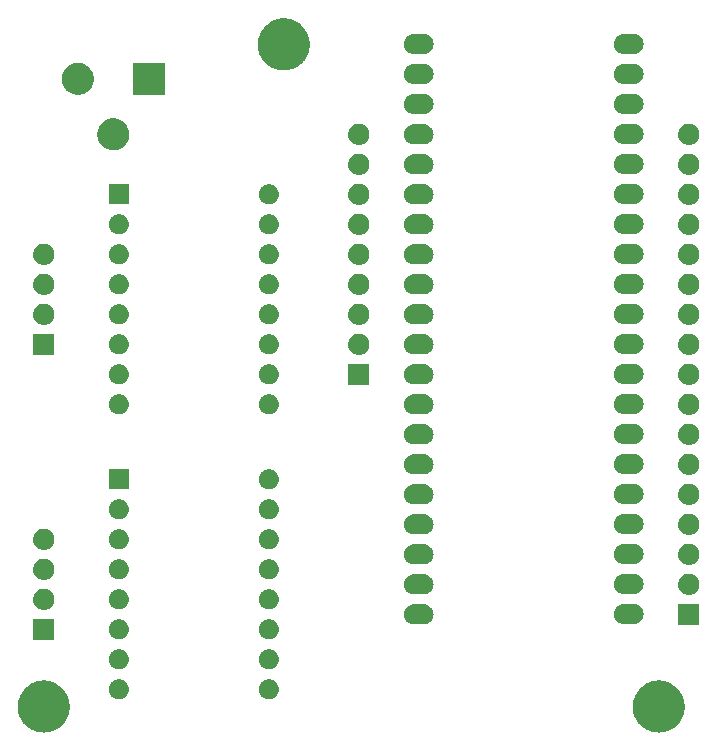
<source format=gbr>
G04 #@! TF.GenerationSoftware,KiCad,Pcbnew,5.99.0-unknown-c3175b4~86~ubuntu16.04.1*
G04 #@! TF.CreationDate,2019-11-29T18:47:54-05:00*
G04 #@! TF.ProjectId,sketchy,736b6574-6368-4792-9e6b-696361645f70,rev?*
G04 #@! TF.SameCoordinates,Original*
G04 #@! TF.FileFunction,Soldermask,Bot*
G04 #@! TF.FilePolarity,Negative*
%FSLAX46Y46*%
G04 Gerber Fmt 4.6, Leading zero omitted, Abs format (unit mm)*
G04 Created by KiCad (PCBNEW 5.99.0-unknown-c3175b4~86~ubuntu16.04.1) date 2019-11-29 18:47:54*
%MOMM*%
%LPD*%
G04 APERTURE LIST*
%ADD10C,0.100000*%
G04 APERTURE END LIST*
D10*
G36*
X186814711Y-154199109D02*
G01*
X186836185Y-154199128D01*
X186953488Y-154214675D01*
X187080636Y-154228937D01*
X187102817Y-154234467D01*
X187122205Y-154237037D01*
X187237997Y-154268172D01*
X187364341Y-154299673D01*
X187383789Y-154307373D01*
X187400826Y-154311954D01*
X187512921Y-154358500D01*
X187636199Y-154407309D01*
X187652770Y-154416570D01*
X187667289Y-154422599D01*
X187773546Y-154484070D01*
X187891433Y-154549955D01*
X187905078Y-154560163D01*
X187917035Y-154567080D01*
X188015354Y-154642660D01*
X188125560Y-154725104D01*
X188136354Y-154735675D01*
X188145777Y-154742918D01*
X188234076Y-154831371D01*
X188334465Y-154929679D01*
X188342573Y-154940057D01*
X188349620Y-154947116D01*
X188426040Y-155046889D01*
X188514479Y-155160086D01*
X188520167Y-155169781D01*
X188525059Y-155176168D01*
X188587843Y-155285132D01*
X188662438Y-155412277D01*
X188666041Y-155420849D01*
X188669102Y-155426161D01*
X188716813Y-155541631D01*
X188775744Y-155681821D01*
X188777674Y-155688923D01*
X188779283Y-155692818D01*
X188810711Y-155810521D01*
X188852406Y-155963983D01*
X188853124Y-155969362D01*
X188853714Y-155971573D01*
X188868218Y-156082489D01*
X188891076Y-156253805D01*
X188891004Y-156256744D01*
X188891124Y-156257660D01*
X188890872Y-156546185D01*
X188882361Y-156610396D01*
X188881307Y-156653543D01*
X188864520Y-156745008D01*
X188852963Y-156832205D01*
X188838955Y-156884302D01*
X188828525Y-156941130D01*
X188800401Y-157027687D01*
X188778046Y-157110826D01*
X188756627Y-157162410D01*
X188738171Y-157219210D01*
X188699698Y-157299509D01*
X188667401Y-157377289D01*
X188638479Y-157427283D01*
X188611833Y-157482897D01*
X188564158Y-157555753D01*
X188522920Y-157627035D01*
X188486560Y-157674334D01*
X188451731Y-157727559D01*
X188396119Y-157791986D01*
X188347082Y-157855777D01*
X188303523Y-157899260D01*
X188260677Y-157948898D01*
X188198496Y-158004105D01*
X188142884Y-158059620D01*
X188092509Y-158098204D01*
X188042028Y-158143023D01*
X187974719Y-158188424D01*
X187913832Y-158235059D01*
X187857215Y-158267681D01*
X187799625Y-158306526D01*
X187728656Y-158341755D01*
X187663839Y-158379102D01*
X187601690Y-158404782D01*
X187537727Y-158436533D01*
X187464582Y-158461434D01*
X187397182Y-158489283D01*
X187330383Y-158507119D01*
X187260936Y-158530761D01*
X187187051Y-158545391D01*
X187118427Y-158563714D01*
X187047999Y-158572924D01*
X186974114Y-158587553D01*
X186900891Y-158592160D01*
X186832340Y-158601124D01*
X186759429Y-158601060D01*
X186682300Y-158605913D01*
X186611053Y-158600931D01*
X186543815Y-158600872D01*
X186469654Y-158591043D01*
X186390621Y-158585516D01*
X186322585Y-158571550D01*
X186257795Y-158562963D01*
X186183722Y-158543046D01*
X186104203Y-158526723D01*
X186040453Y-158504523D01*
X185979174Y-158488046D01*
X185906602Y-158457911D01*
X185828076Y-158430566D01*
X185769553Y-158401004D01*
X185712711Y-158377401D01*
X185643064Y-158337109D01*
X185567092Y-158298733D01*
X185514605Y-158262794D01*
X185462965Y-158232920D01*
X185397677Y-158182732D01*
X185325837Y-158133542D01*
X185280009Y-158092279D01*
X185234223Y-158057082D01*
X185174729Y-157997484D01*
X185108548Y-157937895D01*
X185069838Y-157892410D01*
X185030380Y-157852884D01*
X184978032Y-157784539D01*
X184919044Y-157715228D01*
X184887743Y-157666657D01*
X184854941Y-157623832D01*
X184811030Y-157547622D01*
X184760654Y-157469454D01*
X184736880Y-157418933D01*
X184710898Y-157373839D01*
X184676594Y-157290819D01*
X184636160Y-157204891D01*
X184619866Y-157153526D01*
X184600717Y-157107182D01*
X184577061Y-157018589D01*
X184547750Y-156926187D01*
X184538730Y-156875031D01*
X184526286Y-156828427D01*
X184514157Y-156735669D01*
X184496977Y-156638239D01*
X184494883Y-156588276D01*
X184488876Y-156542340D01*
X184488959Y-156446957D01*
X184484732Y-156346104D01*
X184489089Y-156298228D01*
X184489128Y-156253815D01*
X184501904Y-156157420D01*
X184511233Y-156054917D01*
X184521451Y-156009943D01*
X184527037Y-155967795D01*
X184552766Y-155872108D01*
X184576011Y-155769793D01*
X184591411Y-155728383D01*
X184601954Y-155689174D01*
X184640655Y-155595972D01*
X184677931Y-155495740D01*
X184697760Y-155458447D01*
X184712599Y-155422711D01*
X184764049Y-155333776D01*
X184815200Y-155237575D01*
X184838657Y-155204810D01*
X184857080Y-155172965D01*
X184920799Y-155090075D01*
X184985407Y-154999831D01*
X185011670Y-154971864D01*
X185032918Y-154944223D01*
X185108172Y-154869100D01*
X185185562Y-154786688D01*
X185213788Y-154763667D01*
X185237116Y-154740380D01*
X185322956Y-154674632D01*
X185412149Y-154601888D01*
X185441526Y-154583815D01*
X185466168Y-154564941D01*
X185561376Y-154510083D01*
X185661186Y-154448680D01*
X185690920Y-154435442D01*
X185716161Y-154420898D01*
X185819345Y-154378263D01*
X185928298Y-154329754D01*
X185957659Y-154321113D01*
X185982818Y-154310717D01*
X186092357Y-154281469D01*
X186208792Y-154247200D01*
X186237126Y-154242814D01*
X186261573Y-154236286D01*
X186375652Y-154221369D01*
X186497741Y-154202468D01*
X186524473Y-154201908D01*
X186547660Y-154198876D01*
X186664365Y-154198978D01*
X186790067Y-154196345D01*
X186814711Y-154199109D01*
X186814711Y-154199109D01*
G37*
G36*
X134744711Y-154199109D02*
G01*
X134766185Y-154199128D01*
X134883488Y-154214675D01*
X135010636Y-154228937D01*
X135032817Y-154234467D01*
X135052205Y-154237037D01*
X135167997Y-154268172D01*
X135294341Y-154299673D01*
X135313789Y-154307373D01*
X135330826Y-154311954D01*
X135442921Y-154358500D01*
X135566199Y-154407309D01*
X135582770Y-154416570D01*
X135597289Y-154422599D01*
X135703546Y-154484070D01*
X135821433Y-154549955D01*
X135835078Y-154560163D01*
X135847035Y-154567080D01*
X135945354Y-154642660D01*
X136055560Y-154725104D01*
X136066354Y-154735675D01*
X136075777Y-154742918D01*
X136164076Y-154831371D01*
X136264465Y-154929679D01*
X136272573Y-154940057D01*
X136279620Y-154947116D01*
X136356040Y-155046889D01*
X136444479Y-155160086D01*
X136450167Y-155169781D01*
X136455059Y-155176168D01*
X136517843Y-155285132D01*
X136592438Y-155412277D01*
X136596041Y-155420849D01*
X136599102Y-155426161D01*
X136646813Y-155541631D01*
X136705744Y-155681821D01*
X136707674Y-155688923D01*
X136709283Y-155692818D01*
X136740711Y-155810521D01*
X136782406Y-155963983D01*
X136783124Y-155969362D01*
X136783714Y-155971573D01*
X136798218Y-156082489D01*
X136821076Y-156253805D01*
X136821004Y-156256744D01*
X136821124Y-156257660D01*
X136820872Y-156546185D01*
X136812361Y-156610396D01*
X136811307Y-156653543D01*
X136794520Y-156745008D01*
X136782963Y-156832205D01*
X136768955Y-156884302D01*
X136758525Y-156941130D01*
X136730401Y-157027687D01*
X136708046Y-157110826D01*
X136686627Y-157162410D01*
X136668171Y-157219210D01*
X136629698Y-157299509D01*
X136597401Y-157377289D01*
X136568479Y-157427283D01*
X136541833Y-157482897D01*
X136494158Y-157555753D01*
X136452920Y-157627035D01*
X136416560Y-157674334D01*
X136381731Y-157727559D01*
X136326119Y-157791986D01*
X136277082Y-157855777D01*
X136233523Y-157899260D01*
X136190677Y-157948898D01*
X136128496Y-158004105D01*
X136072884Y-158059620D01*
X136022509Y-158098204D01*
X135972028Y-158143023D01*
X135904719Y-158188424D01*
X135843832Y-158235059D01*
X135787215Y-158267681D01*
X135729625Y-158306526D01*
X135658656Y-158341755D01*
X135593839Y-158379102D01*
X135531690Y-158404782D01*
X135467727Y-158436533D01*
X135394582Y-158461434D01*
X135327182Y-158489283D01*
X135260383Y-158507119D01*
X135190936Y-158530761D01*
X135117051Y-158545391D01*
X135048427Y-158563714D01*
X134977999Y-158572924D01*
X134904114Y-158587553D01*
X134830891Y-158592160D01*
X134762340Y-158601124D01*
X134689429Y-158601060D01*
X134612300Y-158605913D01*
X134541053Y-158600931D01*
X134473815Y-158600872D01*
X134399654Y-158591043D01*
X134320621Y-158585516D01*
X134252585Y-158571550D01*
X134187795Y-158562963D01*
X134113722Y-158543046D01*
X134034203Y-158526723D01*
X133970453Y-158504523D01*
X133909174Y-158488046D01*
X133836602Y-158457911D01*
X133758076Y-158430566D01*
X133699553Y-158401004D01*
X133642711Y-158377401D01*
X133573064Y-158337109D01*
X133497092Y-158298733D01*
X133444605Y-158262794D01*
X133392965Y-158232920D01*
X133327677Y-158182732D01*
X133255837Y-158133542D01*
X133210009Y-158092279D01*
X133164223Y-158057082D01*
X133104729Y-157997484D01*
X133038548Y-157937895D01*
X132999838Y-157892410D01*
X132960380Y-157852884D01*
X132908032Y-157784539D01*
X132849044Y-157715228D01*
X132817743Y-157666657D01*
X132784941Y-157623832D01*
X132741030Y-157547622D01*
X132690654Y-157469454D01*
X132666880Y-157418933D01*
X132640898Y-157373839D01*
X132606594Y-157290819D01*
X132566160Y-157204891D01*
X132549866Y-157153526D01*
X132530717Y-157107182D01*
X132507061Y-157018589D01*
X132477750Y-156926187D01*
X132468730Y-156875031D01*
X132456286Y-156828427D01*
X132444157Y-156735669D01*
X132426977Y-156638239D01*
X132424883Y-156588276D01*
X132418876Y-156542340D01*
X132418959Y-156446957D01*
X132414732Y-156346104D01*
X132419089Y-156298228D01*
X132419128Y-156253815D01*
X132431904Y-156157420D01*
X132441233Y-156054917D01*
X132451451Y-156009943D01*
X132457037Y-155967795D01*
X132482766Y-155872108D01*
X132506011Y-155769793D01*
X132521411Y-155728383D01*
X132531954Y-155689174D01*
X132570655Y-155595972D01*
X132607931Y-155495740D01*
X132627760Y-155458447D01*
X132642599Y-155422711D01*
X132694049Y-155333776D01*
X132745200Y-155237575D01*
X132768657Y-155204810D01*
X132787080Y-155172965D01*
X132850799Y-155090075D01*
X132915407Y-154999831D01*
X132941670Y-154971864D01*
X132962918Y-154944223D01*
X133038172Y-154869100D01*
X133115562Y-154786688D01*
X133143788Y-154763667D01*
X133167116Y-154740380D01*
X133252956Y-154674632D01*
X133342149Y-154601888D01*
X133371526Y-154583815D01*
X133396168Y-154564941D01*
X133491376Y-154510083D01*
X133591186Y-154448680D01*
X133620920Y-154435442D01*
X133646161Y-154420898D01*
X133749345Y-154378263D01*
X133858298Y-154329754D01*
X133887659Y-154321113D01*
X133912818Y-154310717D01*
X134022357Y-154281469D01*
X134138792Y-154247200D01*
X134167126Y-154242814D01*
X134191573Y-154236286D01*
X134305652Y-154221369D01*
X134427741Y-154202468D01*
X134454473Y-154201908D01*
X134477660Y-154198876D01*
X134594365Y-154198978D01*
X134720067Y-154196345D01*
X134744711Y-154199109D01*
X134744711Y-154199109D01*
G37*
G36*
X153807270Y-154106707D02*
G01*
X153931689Y-154125968D01*
X153936690Y-154128132D01*
X153945865Y-154129651D01*
X154018903Y-154163709D01*
X154087312Y-154193313D01*
X154097129Y-154200187D01*
X154113440Y-154207793D01*
X154172726Y-154253121D01*
X154228929Y-154292474D01*
X154241276Y-154305530D01*
X154260327Y-154320096D01*
X154304657Y-154372554D01*
X154347715Y-154418086D01*
X154360335Y-154438439D01*
X154379671Y-154461321D01*
X154408930Y-154516816D01*
X154438819Y-154565022D01*
X154449150Y-154593099D01*
X154465905Y-154624879D01*
X154480983Y-154679619D01*
X154498516Y-154727272D01*
X154503882Y-154762753D01*
X154515006Y-154803139D01*
X154517666Y-154853903D01*
X154524368Y-154898216D01*
X154522178Y-154939995D01*
X154524683Y-154987784D01*
X154517354Y-155032056D01*
X154515320Y-155070863D01*
X154503272Y-155117117D01*
X154494484Y-155170200D01*
X154480035Y-155206325D01*
X154471741Y-155238167D01*
X154448009Y-155286396D01*
X154425819Y-155341876D01*
X154407303Y-155369121D01*
X154395413Y-155393285D01*
X154358825Y-155440454D01*
X154321890Y-155494802D01*
X154302296Y-155513332D01*
X154289447Y-155529896D01*
X154239605Y-155572616D01*
X154187548Y-155621844D01*
X154169557Y-155632654D01*
X154158185Y-155642401D01*
X154095589Y-155677098D01*
X154029059Y-155717074D01*
X154014838Y-155721860D01*
X154006972Y-155726220D01*
X153932991Y-155749404D01*
X153853817Y-155776049D01*
X153844863Y-155777022D01*
X153842000Y-155777919D01*
X153758954Y-155786354D01*
X153716191Y-155791000D01*
X153639689Y-155791000D01*
X153532730Y-155773293D01*
X153408311Y-155754032D01*
X153403310Y-155751868D01*
X153394135Y-155750349D01*
X153321097Y-155716291D01*
X153252688Y-155686687D01*
X153242871Y-155679813D01*
X153226560Y-155672207D01*
X153167274Y-155626879D01*
X153111071Y-155587526D01*
X153098724Y-155574470D01*
X153079673Y-155559904D01*
X153035343Y-155507446D01*
X152992285Y-155461914D01*
X152979665Y-155441561D01*
X152960329Y-155418679D01*
X152931070Y-155363184D01*
X152901181Y-155314978D01*
X152890850Y-155286901D01*
X152874095Y-155255121D01*
X152859017Y-155200381D01*
X152841484Y-155152728D01*
X152836118Y-155117247D01*
X152824994Y-155076861D01*
X152822334Y-155026097D01*
X152815632Y-154981784D01*
X152817822Y-154940005D01*
X152815317Y-154892216D01*
X152822646Y-154847944D01*
X152824680Y-154809137D01*
X152836728Y-154762883D01*
X152845516Y-154709800D01*
X152859965Y-154673675D01*
X152868259Y-154641833D01*
X152891991Y-154593604D01*
X152914181Y-154538124D01*
X152932697Y-154510879D01*
X152944587Y-154486715D01*
X152981175Y-154439546D01*
X153018110Y-154385198D01*
X153037704Y-154366668D01*
X153050553Y-154350104D01*
X153100395Y-154307384D01*
X153152452Y-154258156D01*
X153170443Y-154247346D01*
X153181815Y-154237599D01*
X153244411Y-154202902D01*
X153310941Y-154162926D01*
X153325162Y-154158140D01*
X153333028Y-154153780D01*
X153407009Y-154130596D01*
X153486183Y-154103951D01*
X153495137Y-154102978D01*
X153498000Y-154102081D01*
X153581046Y-154093646D01*
X153623809Y-154089000D01*
X153700311Y-154089000D01*
X153807270Y-154106707D01*
X153807270Y-154106707D01*
G37*
G36*
X141107270Y-154106707D02*
G01*
X141231689Y-154125968D01*
X141236690Y-154128132D01*
X141245865Y-154129651D01*
X141318903Y-154163709D01*
X141387312Y-154193313D01*
X141397129Y-154200187D01*
X141413440Y-154207793D01*
X141472726Y-154253121D01*
X141528929Y-154292474D01*
X141541276Y-154305530D01*
X141560327Y-154320096D01*
X141604657Y-154372554D01*
X141647715Y-154418086D01*
X141660335Y-154438439D01*
X141679671Y-154461321D01*
X141708930Y-154516816D01*
X141738819Y-154565022D01*
X141749150Y-154593099D01*
X141765905Y-154624879D01*
X141780983Y-154679619D01*
X141798516Y-154727272D01*
X141803882Y-154762753D01*
X141815006Y-154803139D01*
X141817666Y-154853903D01*
X141824368Y-154898216D01*
X141822178Y-154939995D01*
X141824683Y-154987784D01*
X141817354Y-155032056D01*
X141815320Y-155070863D01*
X141803272Y-155117117D01*
X141794484Y-155170200D01*
X141780035Y-155206325D01*
X141771741Y-155238167D01*
X141748009Y-155286396D01*
X141725819Y-155341876D01*
X141707303Y-155369121D01*
X141695413Y-155393285D01*
X141658825Y-155440454D01*
X141621890Y-155494802D01*
X141602296Y-155513332D01*
X141589447Y-155529896D01*
X141539605Y-155572616D01*
X141487548Y-155621844D01*
X141469557Y-155632654D01*
X141458185Y-155642401D01*
X141395589Y-155677098D01*
X141329059Y-155717074D01*
X141314838Y-155721860D01*
X141306972Y-155726220D01*
X141232991Y-155749404D01*
X141153817Y-155776049D01*
X141144863Y-155777022D01*
X141142000Y-155777919D01*
X141058954Y-155786354D01*
X141016191Y-155791000D01*
X140939689Y-155791000D01*
X140832730Y-155773293D01*
X140708311Y-155754032D01*
X140703310Y-155751868D01*
X140694135Y-155750349D01*
X140621097Y-155716291D01*
X140552688Y-155686687D01*
X140542871Y-155679813D01*
X140526560Y-155672207D01*
X140467274Y-155626879D01*
X140411071Y-155587526D01*
X140398724Y-155574470D01*
X140379673Y-155559904D01*
X140335343Y-155507446D01*
X140292285Y-155461914D01*
X140279665Y-155441561D01*
X140260329Y-155418679D01*
X140231070Y-155363184D01*
X140201181Y-155314978D01*
X140190850Y-155286901D01*
X140174095Y-155255121D01*
X140159017Y-155200381D01*
X140141484Y-155152728D01*
X140136118Y-155117247D01*
X140124994Y-155076861D01*
X140122334Y-155026097D01*
X140115632Y-154981784D01*
X140117822Y-154940005D01*
X140115317Y-154892216D01*
X140122646Y-154847944D01*
X140124680Y-154809137D01*
X140136728Y-154762883D01*
X140145516Y-154709800D01*
X140159965Y-154673675D01*
X140168259Y-154641833D01*
X140191991Y-154593604D01*
X140214181Y-154538124D01*
X140232697Y-154510879D01*
X140244587Y-154486715D01*
X140281175Y-154439546D01*
X140318110Y-154385198D01*
X140337704Y-154366668D01*
X140350553Y-154350104D01*
X140400395Y-154307384D01*
X140452452Y-154258156D01*
X140470443Y-154247346D01*
X140481815Y-154237599D01*
X140544411Y-154202902D01*
X140610941Y-154162926D01*
X140625162Y-154158140D01*
X140633028Y-154153780D01*
X140707009Y-154130596D01*
X140786183Y-154103951D01*
X140795137Y-154102978D01*
X140798000Y-154102081D01*
X140881046Y-154093646D01*
X140923809Y-154089000D01*
X141000311Y-154089000D01*
X141107270Y-154106707D01*
X141107270Y-154106707D01*
G37*
G36*
X141107270Y-151566707D02*
G01*
X141231689Y-151585968D01*
X141236690Y-151588132D01*
X141245865Y-151589651D01*
X141318903Y-151623709D01*
X141387312Y-151653313D01*
X141397129Y-151660187D01*
X141413440Y-151667793D01*
X141472726Y-151713121D01*
X141528929Y-151752474D01*
X141541276Y-151765530D01*
X141560327Y-151780096D01*
X141604657Y-151832554D01*
X141647715Y-151878086D01*
X141660335Y-151898439D01*
X141679671Y-151921321D01*
X141708930Y-151976816D01*
X141738819Y-152025022D01*
X141749150Y-152053099D01*
X141765905Y-152084879D01*
X141780983Y-152139619D01*
X141798516Y-152187272D01*
X141803882Y-152222753D01*
X141815006Y-152263139D01*
X141817666Y-152313903D01*
X141824368Y-152358216D01*
X141822178Y-152399995D01*
X141824683Y-152447784D01*
X141817354Y-152492056D01*
X141815320Y-152530863D01*
X141803272Y-152577117D01*
X141794484Y-152630200D01*
X141780035Y-152666325D01*
X141771741Y-152698167D01*
X141748009Y-152746396D01*
X141725819Y-152801876D01*
X141707303Y-152829121D01*
X141695413Y-152853285D01*
X141658825Y-152900454D01*
X141621890Y-152954802D01*
X141602296Y-152973332D01*
X141589447Y-152989896D01*
X141539605Y-153032616D01*
X141487548Y-153081844D01*
X141469557Y-153092654D01*
X141458185Y-153102401D01*
X141395589Y-153137098D01*
X141329059Y-153177074D01*
X141314838Y-153181860D01*
X141306972Y-153186220D01*
X141232991Y-153209404D01*
X141153817Y-153236049D01*
X141144863Y-153237022D01*
X141142000Y-153237919D01*
X141058954Y-153246354D01*
X141016191Y-153251000D01*
X140939689Y-153251000D01*
X140832730Y-153233293D01*
X140708311Y-153214032D01*
X140703310Y-153211868D01*
X140694135Y-153210349D01*
X140621097Y-153176291D01*
X140552688Y-153146687D01*
X140542871Y-153139813D01*
X140526560Y-153132207D01*
X140467274Y-153086879D01*
X140411071Y-153047526D01*
X140398724Y-153034470D01*
X140379673Y-153019904D01*
X140335343Y-152967446D01*
X140292285Y-152921914D01*
X140279665Y-152901561D01*
X140260329Y-152878679D01*
X140231070Y-152823184D01*
X140201181Y-152774978D01*
X140190850Y-152746901D01*
X140174095Y-152715121D01*
X140159017Y-152660381D01*
X140141484Y-152612728D01*
X140136118Y-152577247D01*
X140124994Y-152536861D01*
X140122334Y-152486097D01*
X140115632Y-152441784D01*
X140117822Y-152400005D01*
X140115317Y-152352216D01*
X140122646Y-152307944D01*
X140124680Y-152269137D01*
X140136728Y-152222883D01*
X140145516Y-152169800D01*
X140159965Y-152133675D01*
X140168259Y-152101833D01*
X140191991Y-152053604D01*
X140214181Y-151998124D01*
X140232697Y-151970879D01*
X140244587Y-151946715D01*
X140281175Y-151899546D01*
X140318110Y-151845198D01*
X140337704Y-151826668D01*
X140350553Y-151810104D01*
X140400395Y-151767384D01*
X140452452Y-151718156D01*
X140470443Y-151707346D01*
X140481815Y-151697599D01*
X140544411Y-151662902D01*
X140610941Y-151622926D01*
X140625162Y-151618140D01*
X140633028Y-151613780D01*
X140707009Y-151590596D01*
X140786183Y-151563951D01*
X140795137Y-151562978D01*
X140798000Y-151562081D01*
X140881046Y-151553646D01*
X140923809Y-151549000D01*
X141000311Y-151549000D01*
X141107270Y-151566707D01*
X141107270Y-151566707D01*
G37*
G36*
X153807270Y-151566707D02*
G01*
X153931689Y-151585968D01*
X153936690Y-151588132D01*
X153945865Y-151589651D01*
X154018903Y-151623709D01*
X154087312Y-151653313D01*
X154097129Y-151660187D01*
X154113440Y-151667793D01*
X154172726Y-151713121D01*
X154228929Y-151752474D01*
X154241276Y-151765530D01*
X154260327Y-151780096D01*
X154304657Y-151832554D01*
X154347715Y-151878086D01*
X154360335Y-151898439D01*
X154379671Y-151921321D01*
X154408930Y-151976816D01*
X154438819Y-152025022D01*
X154449150Y-152053099D01*
X154465905Y-152084879D01*
X154480983Y-152139619D01*
X154498516Y-152187272D01*
X154503882Y-152222753D01*
X154515006Y-152263139D01*
X154517666Y-152313903D01*
X154524368Y-152358216D01*
X154522178Y-152399995D01*
X154524683Y-152447784D01*
X154517354Y-152492056D01*
X154515320Y-152530863D01*
X154503272Y-152577117D01*
X154494484Y-152630200D01*
X154480035Y-152666325D01*
X154471741Y-152698167D01*
X154448009Y-152746396D01*
X154425819Y-152801876D01*
X154407303Y-152829121D01*
X154395413Y-152853285D01*
X154358825Y-152900454D01*
X154321890Y-152954802D01*
X154302296Y-152973332D01*
X154289447Y-152989896D01*
X154239605Y-153032616D01*
X154187548Y-153081844D01*
X154169557Y-153092654D01*
X154158185Y-153102401D01*
X154095589Y-153137098D01*
X154029059Y-153177074D01*
X154014838Y-153181860D01*
X154006972Y-153186220D01*
X153932991Y-153209404D01*
X153853817Y-153236049D01*
X153844863Y-153237022D01*
X153842000Y-153237919D01*
X153758954Y-153246354D01*
X153716191Y-153251000D01*
X153639689Y-153251000D01*
X153532730Y-153233293D01*
X153408311Y-153214032D01*
X153403310Y-153211868D01*
X153394135Y-153210349D01*
X153321097Y-153176291D01*
X153252688Y-153146687D01*
X153242871Y-153139813D01*
X153226560Y-153132207D01*
X153167274Y-153086879D01*
X153111071Y-153047526D01*
X153098724Y-153034470D01*
X153079673Y-153019904D01*
X153035343Y-152967446D01*
X152992285Y-152921914D01*
X152979665Y-152901561D01*
X152960329Y-152878679D01*
X152931070Y-152823184D01*
X152901181Y-152774978D01*
X152890850Y-152746901D01*
X152874095Y-152715121D01*
X152859017Y-152660381D01*
X152841484Y-152612728D01*
X152836118Y-152577247D01*
X152824994Y-152536861D01*
X152822334Y-152486097D01*
X152815632Y-152441784D01*
X152817822Y-152400005D01*
X152815317Y-152352216D01*
X152822646Y-152307944D01*
X152824680Y-152269137D01*
X152836728Y-152222883D01*
X152845516Y-152169800D01*
X152859965Y-152133675D01*
X152868259Y-152101833D01*
X152891991Y-152053604D01*
X152914181Y-151998124D01*
X152932697Y-151970879D01*
X152944587Y-151946715D01*
X152981175Y-151899546D01*
X153018110Y-151845198D01*
X153037704Y-151826668D01*
X153050553Y-151810104D01*
X153100395Y-151767384D01*
X153152452Y-151718156D01*
X153170443Y-151707346D01*
X153181815Y-151697599D01*
X153244411Y-151662902D01*
X153310941Y-151622926D01*
X153325162Y-151618140D01*
X153333028Y-151613780D01*
X153407009Y-151590596D01*
X153486183Y-151563951D01*
X153495137Y-151562978D01*
X153498000Y-151562081D01*
X153581046Y-151553646D01*
X153623809Y-151549000D01*
X153700311Y-151549000D01*
X153807270Y-151566707D01*
X153807270Y-151566707D01*
G37*
G36*
X135489899Y-148961959D02*
G01*
X135506769Y-148973231D01*
X135518041Y-148990101D01*
X135524448Y-149022312D01*
X135524448Y-150697688D01*
X135521999Y-150710000D01*
X135518041Y-150729899D01*
X135506769Y-150746769D01*
X135489899Y-150758041D01*
X135470000Y-150761999D01*
X135457688Y-150764448D01*
X133782312Y-150764448D01*
X133750101Y-150758041D01*
X133733231Y-150746769D01*
X133721959Y-150729899D01*
X133715552Y-150697688D01*
X133715552Y-149022312D01*
X133721959Y-148990101D01*
X133733231Y-148973231D01*
X133750101Y-148961959D01*
X133782312Y-148955552D01*
X135457688Y-148955552D01*
X135489899Y-148961959D01*
X135489899Y-148961959D01*
G37*
G36*
X141107270Y-149026707D02*
G01*
X141231689Y-149045968D01*
X141236690Y-149048132D01*
X141245865Y-149049651D01*
X141318903Y-149083709D01*
X141387312Y-149113313D01*
X141397129Y-149120187D01*
X141413440Y-149127793D01*
X141472726Y-149173121D01*
X141528929Y-149212474D01*
X141541276Y-149225530D01*
X141560327Y-149240096D01*
X141604657Y-149292554D01*
X141647715Y-149338086D01*
X141660335Y-149358439D01*
X141679671Y-149381321D01*
X141708930Y-149436816D01*
X141738819Y-149485022D01*
X141749150Y-149513099D01*
X141765905Y-149544879D01*
X141780983Y-149599619D01*
X141798516Y-149647272D01*
X141803882Y-149682753D01*
X141815006Y-149723139D01*
X141817666Y-149773903D01*
X141824368Y-149818216D01*
X141822178Y-149859995D01*
X141824683Y-149907784D01*
X141817354Y-149952056D01*
X141815320Y-149990863D01*
X141803272Y-150037117D01*
X141794484Y-150090200D01*
X141780035Y-150126325D01*
X141771741Y-150158167D01*
X141748009Y-150206396D01*
X141725819Y-150261876D01*
X141707303Y-150289121D01*
X141695413Y-150313285D01*
X141658825Y-150360454D01*
X141621890Y-150414802D01*
X141602296Y-150433332D01*
X141589447Y-150449896D01*
X141539605Y-150492616D01*
X141487548Y-150541844D01*
X141469557Y-150552654D01*
X141458185Y-150562401D01*
X141395589Y-150597098D01*
X141329059Y-150637074D01*
X141314838Y-150641860D01*
X141306972Y-150646220D01*
X141232991Y-150669404D01*
X141153817Y-150696049D01*
X141144863Y-150697022D01*
X141142000Y-150697919D01*
X141058954Y-150706354D01*
X141016191Y-150711000D01*
X140939689Y-150711000D01*
X140832730Y-150693293D01*
X140708311Y-150674032D01*
X140703310Y-150671868D01*
X140694135Y-150670349D01*
X140621097Y-150636291D01*
X140552688Y-150606687D01*
X140542871Y-150599813D01*
X140526560Y-150592207D01*
X140467274Y-150546879D01*
X140411071Y-150507526D01*
X140398724Y-150494470D01*
X140379673Y-150479904D01*
X140335343Y-150427446D01*
X140292285Y-150381914D01*
X140279665Y-150361561D01*
X140260329Y-150338679D01*
X140231070Y-150283184D01*
X140201181Y-150234978D01*
X140190850Y-150206901D01*
X140174095Y-150175121D01*
X140159017Y-150120381D01*
X140141484Y-150072728D01*
X140136118Y-150037247D01*
X140124994Y-149996861D01*
X140122334Y-149946097D01*
X140115632Y-149901784D01*
X140117822Y-149860005D01*
X140115317Y-149812216D01*
X140122646Y-149767944D01*
X140124680Y-149729137D01*
X140136728Y-149682883D01*
X140145516Y-149629800D01*
X140159965Y-149593675D01*
X140168259Y-149561833D01*
X140191991Y-149513604D01*
X140214181Y-149458124D01*
X140232697Y-149430879D01*
X140244587Y-149406715D01*
X140281175Y-149359546D01*
X140318110Y-149305198D01*
X140337704Y-149286668D01*
X140350553Y-149270104D01*
X140400395Y-149227384D01*
X140452452Y-149178156D01*
X140470443Y-149167346D01*
X140481815Y-149157599D01*
X140544411Y-149122902D01*
X140610941Y-149082926D01*
X140625162Y-149078140D01*
X140633028Y-149073780D01*
X140707009Y-149050596D01*
X140786183Y-149023951D01*
X140795137Y-149022978D01*
X140798000Y-149022081D01*
X140881046Y-149013646D01*
X140923809Y-149009000D01*
X141000311Y-149009000D01*
X141107270Y-149026707D01*
X141107270Y-149026707D01*
G37*
G36*
X153807270Y-149026707D02*
G01*
X153931689Y-149045968D01*
X153936690Y-149048132D01*
X153945865Y-149049651D01*
X154018903Y-149083709D01*
X154087312Y-149113313D01*
X154097129Y-149120187D01*
X154113440Y-149127793D01*
X154172726Y-149173121D01*
X154228929Y-149212474D01*
X154241276Y-149225530D01*
X154260327Y-149240096D01*
X154304657Y-149292554D01*
X154347715Y-149338086D01*
X154360335Y-149358439D01*
X154379671Y-149381321D01*
X154408930Y-149436816D01*
X154438819Y-149485022D01*
X154449150Y-149513099D01*
X154465905Y-149544879D01*
X154480983Y-149599619D01*
X154498516Y-149647272D01*
X154503882Y-149682753D01*
X154515006Y-149723139D01*
X154517666Y-149773903D01*
X154524368Y-149818216D01*
X154522178Y-149859995D01*
X154524683Y-149907784D01*
X154517354Y-149952056D01*
X154515320Y-149990863D01*
X154503272Y-150037117D01*
X154494484Y-150090200D01*
X154480035Y-150126325D01*
X154471741Y-150158167D01*
X154448009Y-150206396D01*
X154425819Y-150261876D01*
X154407303Y-150289121D01*
X154395413Y-150313285D01*
X154358825Y-150360454D01*
X154321890Y-150414802D01*
X154302296Y-150433332D01*
X154289447Y-150449896D01*
X154239605Y-150492616D01*
X154187548Y-150541844D01*
X154169557Y-150552654D01*
X154158185Y-150562401D01*
X154095589Y-150597098D01*
X154029059Y-150637074D01*
X154014838Y-150641860D01*
X154006972Y-150646220D01*
X153932991Y-150669404D01*
X153853817Y-150696049D01*
X153844863Y-150697022D01*
X153842000Y-150697919D01*
X153758954Y-150706354D01*
X153716191Y-150711000D01*
X153639689Y-150711000D01*
X153532730Y-150693293D01*
X153408311Y-150674032D01*
X153403310Y-150671868D01*
X153394135Y-150670349D01*
X153321097Y-150636291D01*
X153252688Y-150606687D01*
X153242871Y-150599813D01*
X153226560Y-150592207D01*
X153167274Y-150546879D01*
X153111071Y-150507526D01*
X153098724Y-150494470D01*
X153079673Y-150479904D01*
X153035343Y-150427446D01*
X152992285Y-150381914D01*
X152979665Y-150361561D01*
X152960329Y-150338679D01*
X152931070Y-150283184D01*
X152901181Y-150234978D01*
X152890850Y-150206901D01*
X152874095Y-150175121D01*
X152859017Y-150120381D01*
X152841484Y-150072728D01*
X152836118Y-150037247D01*
X152824994Y-149996861D01*
X152822334Y-149946097D01*
X152815632Y-149901784D01*
X152817822Y-149860005D01*
X152815317Y-149812216D01*
X152822646Y-149767944D01*
X152824680Y-149729137D01*
X152836728Y-149682883D01*
X152845516Y-149629800D01*
X152859965Y-149593675D01*
X152868259Y-149561833D01*
X152891991Y-149513604D01*
X152914181Y-149458124D01*
X152932697Y-149430879D01*
X152944587Y-149406715D01*
X152981175Y-149359546D01*
X153018110Y-149305198D01*
X153037704Y-149286668D01*
X153050553Y-149270104D01*
X153100395Y-149227384D01*
X153152452Y-149178156D01*
X153170443Y-149167346D01*
X153181815Y-149157599D01*
X153244411Y-149122902D01*
X153310941Y-149082926D01*
X153325162Y-149078140D01*
X153333028Y-149073780D01*
X153407009Y-149050596D01*
X153486183Y-149023951D01*
X153495137Y-149022978D01*
X153498000Y-149022081D01*
X153581046Y-149013646D01*
X153623809Y-149009000D01*
X153700311Y-149009000D01*
X153807270Y-149026707D01*
X153807270Y-149026707D01*
G37*
G36*
X190099899Y-147691959D02*
G01*
X190116769Y-147703231D01*
X190128041Y-147720101D01*
X190134448Y-147752312D01*
X190134448Y-149427688D01*
X190131999Y-149440000D01*
X190128041Y-149459899D01*
X190116769Y-149476769D01*
X190099899Y-149488041D01*
X190080000Y-149491999D01*
X190067688Y-149494448D01*
X188392312Y-149494448D01*
X188360101Y-149488041D01*
X188343231Y-149476769D01*
X188331959Y-149459899D01*
X188325552Y-149427688D01*
X188325552Y-147752312D01*
X188331959Y-147720101D01*
X188343231Y-147703231D01*
X188360101Y-147691959D01*
X188392312Y-147685552D01*
X190067688Y-147685552D01*
X190099899Y-147691959D01*
X190099899Y-147691959D01*
G37*
G36*
X166907270Y-147756707D02*
G01*
X167031689Y-147775968D01*
X167036690Y-147778132D01*
X167045865Y-147779651D01*
X167118903Y-147813709D01*
X167187312Y-147843313D01*
X167197129Y-147850187D01*
X167213440Y-147857793D01*
X167272726Y-147903121D01*
X167328929Y-147942474D01*
X167341276Y-147955530D01*
X167360327Y-147970096D01*
X167404657Y-148022554D01*
X167447715Y-148068086D01*
X167460335Y-148088439D01*
X167479671Y-148111321D01*
X167508930Y-148166816D01*
X167538819Y-148215022D01*
X167549150Y-148243099D01*
X167565905Y-148274879D01*
X167580983Y-148329619D01*
X167598516Y-148377272D01*
X167603882Y-148412753D01*
X167615006Y-148453139D01*
X167617666Y-148503903D01*
X167624368Y-148548216D01*
X167622178Y-148589995D01*
X167624683Y-148637784D01*
X167617354Y-148682056D01*
X167615320Y-148720863D01*
X167603272Y-148767117D01*
X167594484Y-148820200D01*
X167580035Y-148856325D01*
X167571741Y-148888167D01*
X167548009Y-148936396D01*
X167525819Y-148991876D01*
X167507303Y-149019121D01*
X167495413Y-149043285D01*
X167458825Y-149090454D01*
X167421890Y-149144802D01*
X167402296Y-149163332D01*
X167389447Y-149179896D01*
X167339605Y-149222616D01*
X167287548Y-149271844D01*
X167269557Y-149282654D01*
X167258185Y-149292401D01*
X167195589Y-149327098D01*
X167129059Y-149367074D01*
X167114838Y-149371860D01*
X167106972Y-149376220D01*
X167032991Y-149399404D01*
X166953817Y-149426049D01*
X166944863Y-149427022D01*
X166942000Y-149427919D01*
X166858954Y-149436354D01*
X166816191Y-149441000D01*
X165939689Y-149441000D01*
X165832730Y-149423293D01*
X165708311Y-149404032D01*
X165703310Y-149401868D01*
X165694135Y-149400349D01*
X165621097Y-149366291D01*
X165552688Y-149336687D01*
X165542871Y-149329813D01*
X165526560Y-149322207D01*
X165467274Y-149276879D01*
X165411071Y-149237526D01*
X165398724Y-149224470D01*
X165379673Y-149209904D01*
X165335343Y-149157446D01*
X165292285Y-149111914D01*
X165279665Y-149091561D01*
X165260329Y-149068679D01*
X165231070Y-149013184D01*
X165201181Y-148964978D01*
X165190850Y-148936901D01*
X165174095Y-148905121D01*
X165159017Y-148850381D01*
X165141484Y-148802728D01*
X165136118Y-148767247D01*
X165124994Y-148726861D01*
X165122334Y-148676097D01*
X165115632Y-148631784D01*
X165117822Y-148590005D01*
X165115317Y-148542216D01*
X165122646Y-148497944D01*
X165124680Y-148459137D01*
X165136728Y-148412883D01*
X165145516Y-148359800D01*
X165159965Y-148323675D01*
X165168259Y-148291833D01*
X165191991Y-148243604D01*
X165214181Y-148188124D01*
X165232697Y-148160879D01*
X165244587Y-148136715D01*
X165281175Y-148089546D01*
X165318110Y-148035198D01*
X165337704Y-148016668D01*
X165350553Y-148000104D01*
X165400395Y-147957384D01*
X165452452Y-147908156D01*
X165470443Y-147897346D01*
X165481815Y-147887599D01*
X165544411Y-147852902D01*
X165610941Y-147812926D01*
X165625162Y-147808140D01*
X165633028Y-147803780D01*
X165707009Y-147780596D01*
X165786183Y-147753951D01*
X165795137Y-147752978D01*
X165798000Y-147752081D01*
X165881046Y-147743646D01*
X165923809Y-147739000D01*
X166800311Y-147739000D01*
X166907270Y-147756707D01*
X166907270Y-147756707D01*
G37*
G36*
X184687270Y-147726707D02*
G01*
X184811689Y-147745968D01*
X184816690Y-147748132D01*
X184825865Y-147749651D01*
X184898903Y-147783709D01*
X184967312Y-147813313D01*
X184977129Y-147820187D01*
X184993440Y-147827793D01*
X185052726Y-147873121D01*
X185108929Y-147912474D01*
X185121276Y-147925530D01*
X185140327Y-147940096D01*
X185184657Y-147992554D01*
X185227715Y-148038086D01*
X185240335Y-148058439D01*
X185259671Y-148081321D01*
X185288930Y-148136816D01*
X185318819Y-148185022D01*
X185329150Y-148213099D01*
X185345905Y-148244879D01*
X185360983Y-148299619D01*
X185378516Y-148347272D01*
X185383882Y-148382753D01*
X185395006Y-148423139D01*
X185397666Y-148473903D01*
X185404368Y-148518216D01*
X185402178Y-148559995D01*
X185404683Y-148607784D01*
X185397354Y-148652056D01*
X185395320Y-148690863D01*
X185383272Y-148737117D01*
X185374484Y-148790200D01*
X185360035Y-148826325D01*
X185351741Y-148858167D01*
X185328009Y-148906396D01*
X185305819Y-148961876D01*
X185287303Y-148989121D01*
X185275413Y-149013285D01*
X185238825Y-149060454D01*
X185201890Y-149114802D01*
X185182296Y-149133332D01*
X185169447Y-149149896D01*
X185119605Y-149192616D01*
X185067548Y-149241844D01*
X185049557Y-149252654D01*
X185038185Y-149262401D01*
X184975589Y-149297098D01*
X184909059Y-149337074D01*
X184894838Y-149341860D01*
X184886972Y-149346220D01*
X184812991Y-149369404D01*
X184733817Y-149396049D01*
X184724863Y-149397022D01*
X184722000Y-149397919D01*
X184638954Y-149406354D01*
X184596191Y-149411000D01*
X183719689Y-149411000D01*
X183612730Y-149393293D01*
X183488311Y-149374032D01*
X183483310Y-149371868D01*
X183474135Y-149370349D01*
X183401097Y-149336291D01*
X183332688Y-149306687D01*
X183322871Y-149299813D01*
X183306560Y-149292207D01*
X183247274Y-149246879D01*
X183191071Y-149207526D01*
X183178724Y-149194470D01*
X183159673Y-149179904D01*
X183115343Y-149127446D01*
X183072285Y-149081914D01*
X183059665Y-149061561D01*
X183040329Y-149038679D01*
X183011070Y-148983184D01*
X182981181Y-148934978D01*
X182970850Y-148906901D01*
X182954095Y-148875121D01*
X182939017Y-148820381D01*
X182921484Y-148772728D01*
X182916118Y-148737247D01*
X182904994Y-148696861D01*
X182902334Y-148646097D01*
X182895632Y-148601784D01*
X182897822Y-148560005D01*
X182895317Y-148512216D01*
X182902646Y-148467944D01*
X182904680Y-148429137D01*
X182916728Y-148382883D01*
X182925516Y-148329800D01*
X182939965Y-148293675D01*
X182948259Y-148261833D01*
X182971991Y-148213604D01*
X182994181Y-148158124D01*
X183012697Y-148130879D01*
X183024587Y-148106715D01*
X183061175Y-148059546D01*
X183098110Y-148005198D01*
X183117704Y-147986668D01*
X183130553Y-147970104D01*
X183180395Y-147927384D01*
X183232452Y-147878156D01*
X183250443Y-147867346D01*
X183261815Y-147857599D01*
X183324411Y-147822902D01*
X183390941Y-147782926D01*
X183405162Y-147778140D01*
X183413028Y-147773780D01*
X183487009Y-147750596D01*
X183566183Y-147723951D01*
X183575137Y-147722978D01*
X183578000Y-147722081D01*
X183661046Y-147713646D01*
X183703809Y-147709000D01*
X184580311Y-147709000D01*
X184687270Y-147726707D01*
X184687270Y-147726707D01*
G37*
G36*
X134808360Y-146433835D02*
G01*
X134889397Y-146460166D01*
X134976663Y-146487848D01*
X134979655Y-146489493D01*
X134988488Y-146492363D01*
X135060466Y-146533919D01*
X135131499Y-146572970D01*
X135138986Y-146579253D01*
X135152511Y-146587061D01*
X135210259Y-146639057D01*
X135266857Y-146686549D01*
X135276962Y-146699118D01*
X135293261Y-146713793D01*
X135335454Y-146771867D01*
X135377579Y-146824260D01*
X135387994Y-146844182D01*
X135404586Y-146867019D01*
X135431297Y-146927012D01*
X135459439Y-146980843D01*
X135467582Y-147008510D01*
X135481621Y-147040042D01*
X135493992Y-147098241D01*
X135509328Y-147150349D01*
X135512518Y-147185401D01*
X135520999Y-147225301D01*
X135520999Y-147278592D01*
X135525343Y-147326324D01*
X135520999Y-147367653D01*
X135520999Y-147414699D01*
X135511217Y-147460721D01*
X135506873Y-147502047D01*
X135492702Y-147547827D01*
X135481621Y-147599958D01*
X135465028Y-147637226D01*
X135454622Y-147670843D01*
X135428789Y-147718620D01*
X135404586Y-147772981D01*
X135384298Y-147800905D01*
X135370580Y-147826276D01*
X135331859Y-147873082D01*
X135293261Y-147926207D01*
X135272284Y-147945095D01*
X135257952Y-147962419D01*
X135205845Y-148004917D01*
X135152511Y-148052939D01*
X135133524Y-148063901D01*
X135121025Y-148074095D01*
X135055780Y-148108786D01*
X134988488Y-148147637D01*
X134973636Y-148152463D01*
X134965003Y-148157053D01*
X134887430Y-148180473D01*
X134808360Y-148206165D01*
X134799114Y-148207137D01*
X134795851Y-148208122D01*
X134704710Y-148217059D01*
X134667211Y-148221000D01*
X134572789Y-148221000D01*
X134431640Y-148206165D01*
X134350603Y-148179834D01*
X134263337Y-148152152D01*
X134260345Y-148150507D01*
X134251512Y-148147637D01*
X134179534Y-148106081D01*
X134108501Y-148067030D01*
X134101014Y-148060747D01*
X134087489Y-148052939D01*
X134029741Y-148000943D01*
X133973143Y-147953451D01*
X133963038Y-147940882D01*
X133946739Y-147926207D01*
X133904546Y-147868133D01*
X133862421Y-147815740D01*
X133852006Y-147795818D01*
X133835414Y-147772981D01*
X133808703Y-147712988D01*
X133780561Y-147659157D01*
X133772418Y-147631490D01*
X133758379Y-147599958D01*
X133746008Y-147541759D01*
X133730672Y-147489651D01*
X133727482Y-147454599D01*
X133719001Y-147414699D01*
X133719001Y-147361408D01*
X133714657Y-147313676D01*
X133719001Y-147272347D01*
X133719001Y-147225301D01*
X133728783Y-147179279D01*
X133733127Y-147137953D01*
X133747298Y-147092173D01*
X133758379Y-147040042D01*
X133774972Y-147002774D01*
X133785378Y-146969157D01*
X133811211Y-146921380D01*
X133835414Y-146867019D01*
X133855702Y-146839095D01*
X133869420Y-146813724D01*
X133908141Y-146766918D01*
X133946739Y-146713793D01*
X133967716Y-146694905D01*
X133982048Y-146677581D01*
X134034155Y-146635083D01*
X134087489Y-146587061D01*
X134106476Y-146576099D01*
X134118975Y-146565905D01*
X134184220Y-146531214D01*
X134251512Y-146492363D01*
X134266364Y-146487537D01*
X134274997Y-146482947D01*
X134352570Y-146459527D01*
X134431640Y-146433835D01*
X134440886Y-146432863D01*
X134444149Y-146431878D01*
X134535290Y-146422941D01*
X134572789Y-146419000D01*
X134667211Y-146419000D01*
X134808360Y-146433835D01*
X134808360Y-146433835D01*
G37*
G36*
X141107270Y-146486707D02*
G01*
X141231689Y-146505968D01*
X141236690Y-146508132D01*
X141245865Y-146509651D01*
X141318903Y-146543709D01*
X141387312Y-146573313D01*
X141397129Y-146580187D01*
X141413440Y-146587793D01*
X141472726Y-146633121D01*
X141528929Y-146672474D01*
X141541276Y-146685530D01*
X141560327Y-146700096D01*
X141604657Y-146752554D01*
X141647715Y-146798086D01*
X141660335Y-146818439D01*
X141679671Y-146841321D01*
X141708930Y-146896816D01*
X141738819Y-146945022D01*
X141749150Y-146973099D01*
X141765905Y-147004879D01*
X141780983Y-147059619D01*
X141798516Y-147107272D01*
X141803882Y-147142753D01*
X141815006Y-147183139D01*
X141817666Y-147233903D01*
X141824368Y-147278216D01*
X141822178Y-147319995D01*
X141824683Y-147367784D01*
X141817354Y-147412056D01*
X141815320Y-147450863D01*
X141803272Y-147497117D01*
X141794484Y-147550200D01*
X141780035Y-147586325D01*
X141771741Y-147618167D01*
X141748009Y-147666396D01*
X141725819Y-147721876D01*
X141707303Y-147749121D01*
X141695413Y-147773285D01*
X141658825Y-147820454D01*
X141621890Y-147874802D01*
X141602296Y-147893332D01*
X141589447Y-147909896D01*
X141539605Y-147952616D01*
X141487548Y-148001844D01*
X141469557Y-148012654D01*
X141458185Y-148022401D01*
X141395589Y-148057098D01*
X141329059Y-148097074D01*
X141314838Y-148101860D01*
X141306972Y-148106220D01*
X141232991Y-148129404D01*
X141153817Y-148156049D01*
X141144863Y-148157022D01*
X141142000Y-148157919D01*
X141058954Y-148166354D01*
X141016191Y-148171000D01*
X140939689Y-148171000D01*
X140832730Y-148153293D01*
X140708311Y-148134032D01*
X140703310Y-148131868D01*
X140694135Y-148130349D01*
X140621097Y-148096291D01*
X140552688Y-148066687D01*
X140542871Y-148059813D01*
X140526560Y-148052207D01*
X140467274Y-148006879D01*
X140411071Y-147967526D01*
X140398724Y-147954470D01*
X140379673Y-147939904D01*
X140335343Y-147887446D01*
X140292285Y-147841914D01*
X140279665Y-147821561D01*
X140260329Y-147798679D01*
X140231070Y-147743184D01*
X140201181Y-147694978D01*
X140190850Y-147666901D01*
X140174095Y-147635121D01*
X140159017Y-147580381D01*
X140141484Y-147532728D01*
X140136118Y-147497247D01*
X140124994Y-147456861D01*
X140122334Y-147406097D01*
X140115632Y-147361784D01*
X140117822Y-147320005D01*
X140115317Y-147272216D01*
X140122646Y-147227944D01*
X140124680Y-147189137D01*
X140136728Y-147142883D01*
X140145516Y-147089800D01*
X140159965Y-147053675D01*
X140168259Y-147021833D01*
X140191991Y-146973604D01*
X140214181Y-146918124D01*
X140232697Y-146890879D01*
X140244587Y-146866715D01*
X140281175Y-146819546D01*
X140318110Y-146765198D01*
X140337704Y-146746668D01*
X140350553Y-146730104D01*
X140400395Y-146687384D01*
X140452452Y-146638156D01*
X140470443Y-146627346D01*
X140481815Y-146617599D01*
X140544411Y-146582902D01*
X140610941Y-146542926D01*
X140625162Y-146538140D01*
X140633028Y-146533780D01*
X140707009Y-146510596D01*
X140786183Y-146483951D01*
X140795137Y-146482978D01*
X140798000Y-146482081D01*
X140881046Y-146473646D01*
X140923809Y-146469000D01*
X141000311Y-146469000D01*
X141107270Y-146486707D01*
X141107270Y-146486707D01*
G37*
G36*
X153807270Y-146486707D02*
G01*
X153931689Y-146505968D01*
X153936690Y-146508132D01*
X153945865Y-146509651D01*
X154018903Y-146543709D01*
X154087312Y-146573313D01*
X154097129Y-146580187D01*
X154113440Y-146587793D01*
X154172726Y-146633121D01*
X154228929Y-146672474D01*
X154241276Y-146685530D01*
X154260327Y-146700096D01*
X154304657Y-146752554D01*
X154347715Y-146798086D01*
X154360335Y-146818439D01*
X154379671Y-146841321D01*
X154408930Y-146896816D01*
X154438819Y-146945022D01*
X154449150Y-146973099D01*
X154465905Y-147004879D01*
X154480983Y-147059619D01*
X154498516Y-147107272D01*
X154503882Y-147142753D01*
X154515006Y-147183139D01*
X154517666Y-147233903D01*
X154524368Y-147278216D01*
X154522178Y-147319995D01*
X154524683Y-147367784D01*
X154517354Y-147412056D01*
X154515320Y-147450863D01*
X154503272Y-147497117D01*
X154494484Y-147550200D01*
X154480035Y-147586325D01*
X154471741Y-147618167D01*
X154448009Y-147666396D01*
X154425819Y-147721876D01*
X154407303Y-147749121D01*
X154395413Y-147773285D01*
X154358825Y-147820454D01*
X154321890Y-147874802D01*
X154302296Y-147893332D01*
X154289447Y-147909896D01*
X154239605Y-147952616D01*
X154187548Y-148001844D01*
X154169557Y-148012654D01*
X154158185Y-148022401D01*
X154095589Y-148057098D01*
X154029059Y-148097074D01*
X154014838Y-148101860D01*
X154006972Y-148106220D01*
X153932991Y-148129404D01*
X153853817Y-148156049D01*
X153844863Y-148157022D01*
X153842000Y-148157919D01*
X153758954Y-148166354D01*
X153716191Y-148171000D01*
X153639689Y-148171000D01*
X153532730Y-148153293D01*
X153408311Y-148134032D01*
X153403310Y-148131868D01*
X153394135Y-148130349D01*
X153321097Y-148096291D01*
X153252688Y-148066687D01*
X153242871Y-148059813D01*
X153226560Y-148052207D01*
X153167274Y-148006879D01*
X153111071Y-147967526D01*
X153098724Y-147954470D01*
X153079673Y-147939904D01*
X153035343Y-147887446D01*
X152992285Y-147841914D01*
X152979665Y-147821561D01*
X152960329Y-147798679D01*
X152931070Y-147743184D01*
X152901181Y-147694978D01*
X152890850Y-147666901D01*
X152874095Y-147635121D01*
X152859017Y-147580381D01*
X152841484Y-147532728D01*
X152836118Y-147497247D01*
X152824994Y-147456861D01*
X152822334Y-147406097D01*
X152815632Y-147361784D01*
X152817822Y-147320005D01*
X152815317Y-147272216D01*
X152822646Y-147227944D01*
X152824680Y-147189137D01*
X152836728Y-147142883D01*
X152845516Y-147089800D01*
X152859965Y-147053675D01*
X152868259Y-147021833D01*
X152891991Y-146973604D01*
X152914181Y-146918124D01*
X152932697Y-146890879D01*
X152944587Y-146866715D01*
X152981175Y-146819546D01*
X153018110Y-146765198D01*
X153037704Y-146746668D01*
X153050553Y-146730104D01*
X153100395Y-146687384D01*
X153152452Y-146638156D01*
X153170443Y-146627346D01*
X153181815Y-146617599D01*
X153244411Y-146582902D01*
X153310941Y-146542926D01*
X153325162Y-146538140D01*
X153333028Y-146533780D01*
X153407009Y-146510596D01*
X153486183Y-146483951D01*
X153495137Y-146482978D01*
X153498000Y-146482081D01*
X153581046Y-146473646D01*
X153623809Y-146469000D01*
X153700311Y-146469000D01*
X153807270Y-146486707D01*
X153807270Y-146486707D01*
G37*
G36*
X189418360Y-145163835D02*
G01*
X189499397Y-145190166D01*
X189586663Y-145217848D01*
X189589655Y-145219493D01*
X189598488Y-145222363D01*
X189670466Y-145263919D01*
X189741499Y-145302970D01*
X189748986Y-145309253D01*
X189762511Y-145317061D01*
X189820259Y-145369057D01*
X189876857Y-145416549D01*
X189886962Y-145429118D01*
X189903261Y-145443793D01*
X189945454Y-145501867D01*
X189987579Y-145554260D01*
X189997994Y-145574182D01*
X190014586Y-145597019D01*
X190041297Y-145657012D01*
X190069439Y-145710843D01*
X190077582Y-145738510D01*
X190091621Y-145770042D01*
X190103992Y-145828241D01*
X190119328Y-145880349D01*
X190122518Y-145915401D01*
X190130999Y-145955301D01*
X190130999Y-146008592D01*
X190135343Y-146056324D01*
X190130999Y-146097653D01*
X190130999Y-146144699D01*
X190121217Y-146190721D01*
X190116873Y-146232047D01*
X190102702Y-146277827D01*
X190091621Y-146329958D01*
X190075028Y-146367226D01*
X190064622Y-146400843D01*
X190038789Y-146448620D01*
X190014586Y-146502981D01*
X189994298Y-146530905D01*
X189980580Y-146556276D01*
X189941859Y-146603082D01*
X189903261Y-146656207D01*
X189882284Y-146675095D01*
X189867952Y-146692419D01*
X189815845Y-146734917D01*
X189762511Y-146782939D01*
X189743524Y-146793901D01*
X189731025Y-146804095D01*
X189665780Y-146838786D01*
X189598488Y-146877637D01*
X189583636Y-146882463D01*
X189575003Y-146887053D01*
X189497430Y-146910473D01*
X189418360Y-146936165D01*
X189409114Y-146937137D01*
X189405851Y-146938122D01*
X189314710Y-146947059D01*
X189277211Y-146951000D01*
X189182789Y-146951000D01*
X189041640Y-146936165D01*
X188960603Y-146909834D01*
X188873337Y-146882152D01*
X188870345Y-146880507D01*
X188861512Y-146877637D01*
X188789534Y-146836081D01*
X188718501Y-146797030D01*
X188711014Y-146790747D01*
X188697489Y-146782939D01*
X188639741Y-146730943D01*
X188583143Y-146683451D01*
X188573038Y-146670882D01*
X188556739Y-146656207D01*
X188514546Y-146598133D01*
X188472421Y-146545740D01*
X188462006Y-146525818D01*
X188445414Y-146502981D01*
X188418703Y-146442988D01*
X188390561Y-146389157D01*
X188382418Y-146361490D01*
X188368379Y-146329958D01*
X188356008Y-146271759D01*
X188340672Y-146219651D01*
X188337482Y-146184599D01*
X188329001Y-146144699D01*
X188329001Y-146091408D01*
X188324657Y-146043676D01*
X188329001Y-146002347D01*
X188329001Y-145955301D01*
X188338783Y-145909279D01*
X188343127Y-145867953D01*
X188357298Y-145822173D01*
X188368379Y-145770042D01*
X188384972Y-145732774D01*
X188395378Y-145699157D01*
X188421211Y-145651380D01*
X188445414Y-145597019D01*
X188465702Y-145569095D01*
X188479420Y-145543724D01*
X188518141Y-145496918D01*
X188556739Y-145443793D01*
X188577716Y-145424905D01*
X188592048Y-145407581D01*
X188644155Y-145365083D01*
X188697489Y-145317061D01*
X188716476Y-145306099D01*
X188728975Y-145295905D01*
X188794220Y-145261214D01*
X188861512Y-145222363D01*
X188876364Y-145217537D01*
X188884997Y-145212947D01*
X188962570Y-145189527D01*
X189041640Y-145163835D01*
X189050886Y-145162863D01*
X189054149Y-145161878D01*
X189145290Y-145152941D01*
X189182789Y-145149000D01*
X189277211Y-145149000D01*
X189418360Y-145163835D01*
X189418360Y-145163835D01*
G37*
G36*
X166907270Y-145216707D02*
G01*
X167031689Y-145235968D01*
X167036690Y-145238132D01*
X167045865Y-145239651D01*
X167118903Y-145273709D01*
X167187312Y-145303313D01*
X167197129Y-145310187D01*
X167213440Y-145317793D01*
X167272726Y-145363121D01*
X167328929Y-145402474D01*
X167341276Y-145415530D01*
X167360327Y-145430096D01*
X167404657Y-145482554D01*
X167447715Y-145528086D01*
X167460335Y-145548439D01*
X167479671Y-145571321D01*
X167508930Y-145626816D01*
X167538819Y-145675022D01*
X167549150Y-145703099D01*
X167565905Y-145734879D01*
X167580983Y-145789619D01*
X167598516Y-145837272D01*
X167603882Y-145872753D01*
X167615006Y-145913139D01*
X167617666Y-145963903D01*
X167624368Y-146008216D01*
X167622178Y-146049995D01*
X167624683Y-146097784D01*
X167617354Y-146142056D01*
X167615320Y-146180863D01*
X167603272Y-146227117D01*
X167594484Y-146280200D01*
X167580035Y-146316325D01*
X167571741Y-146348167D01*
X167548009Y-146396396D01*
X167525819Y-146451876D01*
X167507303Y-146479121D01*
X167495413Y-146503285D01*
X167458825Y-146550454D01*
X167421890Y-146604802D01*
X167402296Y-146623332D01*
X167389447Y-146639896D01*
X167339605Y-146682616D01*
X167287548Y-146731844D01*
X167269557Y-146742654D01*
X167258185Y-146752401D01*
X167195589Y-146787098D01*
X167129059Y-146827074D01*
X167114838Y-146831860D01*
X167106972Y-146836220D01*
X167032991Y-146859404D01*
X166953817Y-146886049D01*
X166944863Y-146887022D01*
X166942000Y-146887919D01*
X166858954Y-146896354D01*
X166816191Y-146901000D01*
X165939689Y-146901000D01*
X165832730Y-146883293D01*
X165708311Y-146864032D01*
X165703310Y-146861868D01*
X165694135Y-146860349D01*
X165621097Y-146826291D01*
X165552688Y-146796687D01*
X165542871Y-146789813D01*
X165526560Y-146782207D01*
X165467274Y-146736879D01*
X165411071Y-146697526D01*
X165398724Y-146684470D01*
X165379673Y-146669904D01*
X165335343Y-146617446D01*
X165292285Y-146571914D01*
X165279665Y-146551561D01*
X165260329Y-146528679D01*
X165231070Y-146473184D01*
X165201181Y-146424978D01*
X165190850Y-146396901D01*
X165174095Y-146365121D01*
X165159017Y-146310381D01*
X165141484Y-146262728D01*
X165136118Y-146227247D01*
X165124994Y-146186861D01*
X165122334Y-146136097D01*
X165115632Y-146091784D01*
X165117822Y-146050005D01*
X165115317Y-146002216D01*
X165122646Y-145957944D01*
X165124680Y-145919137D01*
X165136728Y-145872883D01*
X165145516Y-145819800D01*
X165159965Y-145783675D01*
X165168259Y-145751833D01*
X165191991Y-145703604D01*
X165214181Y-145648124D01*
X165232697Y-145620879D01*
X165244587Y-145596715D01*
X165281175Y-145549546D01*
X165318110Y-145495198D01*
X165337704Y-145476668D01*
X165350553Y-145460104D01*
X165400395Y-145417384D01*
X165452452Y-145368156D01*
X165470443Y-145357346D01*
X165481815Y-145347599D01*
X165544411Y-145312902D01*
X165610941Y-145272926D01*
X165625162Y-145268140D01*
X165633028Y-145263780D01*
X165707009Y-145240596D01*
X165786183Y-145213951D01*
X165795137Y-145212978D01*
X165798000Y-145212081D01*
X165881046Y-145203646D01*
X165923809Y-145199000D01*
X166800311Y-145199000D01*
X166907270Y-145216707D01*
X166907270Y-145216707D01*
G37*
G36*
X184687270Y-145186707D02*
G01*
X184811689Y-145205968D01*
X184816690Y-145208132D01*
X184825865Y-145209651D01*
X184898903Y-145243709D01*
X184967312Y-145273313D01*
X184977129Y-145280187D01*
X184993440Y-145287793D01*
X185052726Y-145333121D01*
X185108929Y-145372474D01*
X185121276Y-145385530D01*
X185140327Y-145400096D01*
X185184657Y-145452554D01*
X185227715Y-145498086D01*
X185240335Y-145518439D01*
X185259671Y-145541321D01*
X185288930Y-145596816D01*
X185318819Y-145645022D01*
X185329150Y-145673099D01*
X185345905Y-145704879D01*
X185360983Y-145759619D01*
X185378516Y-145807272D01*
X185383882Y-145842753D01*
X185395006Y-145883139D01*
X185397666Y-145933903D01*
X185404368Y-145978216D01*
X185402178Y-146019995D01*
X185404683Y-146067784D01*
X185397354Y-146112056D01*
X185395320Y-146150863D01*
X185383272Y-146197117D01*
X185374484Y-146250200D01*
X185360035Y-146286325D01*
X185351741Y-146318167D01*
X185328009Y-146366396D01*
X185305819Y-146421876D01*
X185287303Y-146449121D01*
X185275413Y-146473285D01*
X185238825Y-146520454D01*
X185201890Y-146574802D01*
X185182296Y-146593332D01*
X185169447Y-146609896D01*
X185119605Y-146652616D01*
X185067548Y-146701844D01*
X185049557Y-146712654D01*
X185038185Y-146722401D01*
X184975589Y-146757098D01*
X184909059Y-146797074D01*
X184894838Y-146801860D01*
X184886972Y-146806220D01*
X184812991Y-146829404D01*
X184733817Y-146856049D01*
X184724863Y-146857022D01*
X184722000Y-146857919D01*
X184638954Y-146866354D01*
X184596191Y-146871000D01*
X183719689Y-146871000D01*
X183612730Y-146853293D01*
X183488311Y-146834032D01*
X183483310Y-146831868D01*
X183474135Y-146830349D01*
X183401097Y-146796291D01*
X183332688Y-146766687D01*
X183322871Y-146759813D01*
X183306560Y-146752207D01*
X183247274Y-146706879D01*
X183191071Y-146667526D01*
X183178724Y-146654470D01*
X183159673Y-146639904D01*
X183115343Y-146587446D01*
X183072285Y-146541914D01*
X183059665Y-146521561D01*
X183040329Y-146498679D01*
X183011070Y-146443184D01*
X182981181Y-146394978D01*
X182970850Y-146366901D01*
X182954095Y-146335121D01*
X182939017Y-146280381D01*
X182921484Y-146232728D01*
X182916118Y-146197247D01*
X182904994Y-146156861D01*
X182902334Y-146106097D01*
X182895632Y-146061784D01*
X182897822Y-146020005D01*
X182895317Y-145972216D01*
X182902646Y-145927944D01*
X182904680Y-145889137D01*
X182916728Y-145842883D01*
X182925516Y-145789800D01*
X182939965Y-145753675D01*
X182948259Y-145721833D01*
X182971991Y-145673604D01*
X182994181Y-145618124D01*
X183012697Y-145590879D01*
X183024587Y-145566715D01*
X183061175Y-145519546D01*
X183098110Y-145465198D01*
X183117704Y-145446668D01*
X183130553Y-145430104D01*
X183180395Y-145387384D01*
X183232452Y-145338156D01*
X183250443Y-145327346D01*
X183261815Y-145317599D01*
X183324411Y-145282902D01*
X183390941Y-145242926D01*
X183405162Y-145238140D01*
X183413028Y-145233780D01*
X183487009Y-145210596D01*
X183566183Y-145183951D01*
X183575137Y-145182978D01*
X183578000Y-145182081D01*
X183661046Y-145173646D01*
X183703809Y-145169000D01*
X184580311Y-145169000D01*
X184687270Y-145186707D01*
X184687270Y-145186707D01*
G37*
G36*
X134808360Y-143893835D02*
G01*
X134889397Y-143920166D01*
X134976663Y-143947848D01*
X134979655Y-143949493D01*
X134988488Y-143952363D01*
X135060466Y-143993919D01*
X135131499Y-144032970D01*
X135138986Y-144039253D01*
X135152511Y-144047061D01*
X135210259Y-144099057D01*
X135266857Y-144146549D01*
X135276962Y-144159118D01*
X135293261Y-144173793D01*
X135335454Y-144231867D01*
X135377579Y-144284260D01*
X135387994Y-144304182D01*
X135404586Y-144327019D01*
X135431297Y-144387012D01*
X135459439Y-144440843D01*
X135467582Y-144468510D01*
X135481621Y-144500042D01*
X135493992Y-144558241D01*
X135509328Y-144610349D01*
X135512518Y-144645401D01*
X135520999Y-144685301D01*
X135520999Y-144738592D01*
X135525343Y-144786324D01*
X135520999Y-144827653D01*
X135520999Y-144874699D01*
X135511217Y-144920721D01*
X135506873Y-144962047D01*
X135492702Y-145007827D01*
X135481621Y-145059958D01*
X135465028Y-145097226D01*
X135454622Y-145130843D01*
X135428789Y-145178620D01*
X135404586Y-145232981D01*
X135384298Y-145260905D01*
X135370580Y-145286276D01*
X135331859Y-145333082D01*
X135293261Y-145386207D01*
X135272284Y-145405095D01*
X135257952Y-145422419D01*
X135205845Y-145464917D01*
X135152511Y-145512939D01*
X135133524Y-145523901D01*
X135121025Y-145534095D01*
X135055780Y-145568786D01*
X134988488Y-145607637D01*
X134973636Y-145612463D01*
X134965003Y-145617053D01*
X134887430Y-145640473D01*
X134808360Y-145666165D01*
X134799114Y-145667137D01*
X134795851Y-145668122D01*
X134704710Y-145677059D01*
X134667211Y-145681000D01*
X134572789Y-145681000D01*
X134431640Y-145666165D01*
X134350603Y-145639834D01*
X134263337Y-145612152D01*
X134260345Y-145610507D01*
X134251512Y-145607637D01*
X134179534Y-145566081D01*
X134108501Y-145527030D01*
X134101014Y-145520747D01*
X134087489Y-145512939D01*
X134029741Y-145460943D01*
X133973143Y-145413451D01*
X133963038Y-145400882D01*
X133946739Y-145386207D01*
X133904546Y-145328133D01*
X133862421Y-145275740D01*
X133852006Y-145255818D01*
X133835414Y-145232981D01*
X133808703Y-145172988D01*
X133780561Y-145119157D01*
X133772418Y-145091490D01*
X133758379Y-145059958D01*
X133746008Y-145001759D01*
X133730672Y-144949651D01*
X133727482Y-144914599D01*
X133719001Y-144874699D01*
X133719001Y-144821408D01*
X133714657Y-144773676D01*
X133719001Y-144732347D01*
X133719001Y-144685301D01*
X133728783Y-144639279D01*
X133733127Y-144597953D01*
X133747298Y-144552173D01*
X133758379Y-144500042D01*
X133774972Y-144462774D01*
X133785378Y-144429157D01*
X133811211Y-144381380D01*
X133835414Y-144327019D01*
X133855702Y-144299095D01*
X133869420Y-144273724D01*
X133908141Y-144226918D01*
X133946739Y-144173793D01*
X133967716Y-144154905D01*
X133982048Y-144137581D01*
X134034155Y-144095083D01*
X134087489Y-144047061D01*
X134106476Y-144036099D01*
X134118975Y-144025905D01*
X134184220Y-143991214D01*
X134251512Y-143952363D01*
X134266364Y-143947537D01*
X134274997Y-143942947D01*
X134352570Y-143919527D01*
X134431640Y-143893835D01*
X134440886Y-143892863D01*
X134444149Y-143891878D01*
X134535290Y-143882941D01*
X134572789Y-143879000D01*
X134667211Y-143879000D01*
X134808360Y-143893835D01*
X134808360Y-143893835D01*
G37*
G36*
X141107270Y-143946707D02*
G01*
X141231689Y-143965968D01*
X141236690Y-143968132D01*
X141245865Y-143969651D01*
X141318903Y-144003709D01*
X141387312Y-144033313D01*
X141397129Y-144040187D01*
X141413440Y-144047793D01*
X141472726Y-144093121D01*
X141528929Y-144132474D01*
X141541276Y-144145530D01*
X141560327Y-144160096D01*
X141604657Y-144212554D01*
X141647715Y-144258086D01*
X141660335Y-144278439D01*
X141679671Y-144301321D01*
X141708930Y-144356816D01*
X141738819Y-144405022D01*
X141749150Y-144433099D01*
X141765905Y-144464879D01*
X141780983Y-144519619D01*
X141798516Y-144567272D01*
X141803882Y-144602753D01*
X141815006Y-144643139D01*
X141817666Y-144693903D01*
X141824368Y-144738216D01*
X141822178Y-144779995D01*
X141824683Y-144827784D01*
X141817354Y-144872056D01*
X141815320Y-144910863D01*
X141803272Y-144957117D01*
X141794484Y-145010200D01*
X141780035Y-145046325D01*
X141771741Y-145078167D01*
X141748009Y-145126396D01*
X141725819Y-145181876D01*
X141707303Y-145209121D01*
X141695413Y-145233285D01*
X141658825Y-145280454D01*
X141621890Y-145334802D01*
X141602296Y-145353332D01*
X141589447Y-145369896D01*
X141539605Y-145412616D01*
X141487548Y-145461844D01*
X141469557Y-145472654D01*
X141458185Y-145482401D01*
X141395589Y-145517098D01*
X141329059Y-145557074D01*
X141314838Y-145561860D01*
X141306972Y-145566220D01*
X141232991Y-145589404D01*
X141153817Y-145616049D01*
X141144863Y-145617022D01*
X141142000Y-145617919D01*
X141058954Y-145626354D01*
X141016191Y-145631000D01*
X140939689Y-145631000D01*
X140832730Y-145613293D01*
X140708311Y-145594032D01*
X140703310Y-145591868D01*
X140694135Y-145590349D01*
X140621097Y-145556291D01*
X140552688Y-145526687D01*
X140542871Y-145519813D01*
X140526560Y-145512207D01*
X140467274Y-145466879D01*
X140411071Y-145427526D01*
X140398724Y-145414470D01*
X140379673Y-145399904D01*
X140335343Y-145347446D01*
X140292285Y-145301914D01*
X140279665Y-145281561D01*
X140260329Y-145258679D01*
X140231070Y-145203184D01*
X140201181Y-145154978D01*
X140190850Y-145126901D01*
X140174095Y-145095121D01*
X140159017Y-145040381D01*
X140141484Y-144992728D01*
X140136118Y-144957247D01*
X140124994Y-144916861D01*
X140122334Y-144866097D01*
X140115632Y-144821784D01*
X140117822Y-144780005D01*
X140115317Y-144732216D01*
X140122646Y-144687944D01*
X140124680Y-144649137D01*
X140136728Y-144602883D01*
X140145516Y-144549800D01*
X140159965Y-144513675D01*
X140168259Y-144481833D01*
X140191991Y-144433604D01*
X140214181Y-144378124D01*
X140232697Y-144350879D01*
X140244587Y-144326715D01*
X140281175Y-144279546D01*
X140318110Y-144225198D01*
X140337704Y-144206668D01*
X140350553Y-144190104D01*
X140400395Y-144147384D01*
X140452452Y-144098156D01*
X140470443Y-144087346D01*
X140481815Y-144077599D01*
X140544411Y-144042902D01*
X140610941Y-144002926D01*
X140625162Y-143998140D01*
X140633028Y-143993780D01*
X140707009Y-143970596D01*
X140786183Y-143943951D01*
X140795137Y-143942978D01*
X140798000Y-143942081D01*
X140881046Y-143933646D01*
X140923809Y-143929000D01*
X141000311Y-143929000D01*
X141107270Y-143946707D01*
X141107270Y-143946707D01*
G37*
G36*
X153807270Y-143946707D02*
G01*
X153931689Y-143965968D01*
X153936690Y-143968132D01*
X153945865Y-143969651D01*
X154018903Y-144003709D01*
X154087312Y-144033313D01*
X154097129Y-144040187D01*
X154113440Y-144047793D01*
X154172726Y-144093121D01*
X154228929Y-144132474D01*
X154241276Y-144145530D01*
X154260327Y-144160096D01*
X154304657Y-144212554D01*
X154347715Y-144258086D01*
X154360335Y-144278439D01*
X154379671Y-144301321D01*
X154408930Y-144356816D01*
X154438819Y-144405022D01*
X154449150Y-144433099D01*
X154465905Y-144464879D01*
X154480983Y-144519619D01*
X154498516Y-144567272D01*
X154503882Y-144602753D01*
X154515006Y-144643139D01*
X154517666Y-144693903D01*
X154524368Y-144738216D01*
X154522178Y-144779995D01*
X154524683Y-144827784D01*
X154517354Y-144872056D01*
X154515320Y-144910863D01*
X154503272Y-144957117D01*
X154494484Y-145010200D01*
X154480035Y-145046325D01*
X154471741Y-145078167D01*
X154448009Y-145126396D01*
X154425819Y-145181876D01*
X154407303Y-145209121D01*
X154395413Y-145233285D01*
X154358825Y-145280454D01*
X154321890Y-145334802D01*
X154302296Y-145353332D01*
X154289447Y-145369896D01*
X154239605Y-145412616D01*
X154187548Y-145461844D01*
X154169557Y-145472654D01*
X154158185Y-145482401D01*
X154095589Y-145517098D01*
X154029059Y-145557074D01*
X154014838Y-145561860D01*
X154006972Y-145566220D01*
X153932991Y-145589404D01*
X153853817Y-145616049D01*
X153844863Y-145617022D01*
X153842000Y-145617919D01*
X153758954Y-145626354D01*
X153716191Y-145631000D01*
X153639689Y-145631000D01*
X153532730Y-145613293D01*
X153408311Y-145594032D01*
X153403310Y-145591868D01*
X153394135Y-145590349D01*
X153321097Y-145556291D01*
X153252688Y-145526687D01*
X153242871Y-145519813D01*
X153226560Y-145512207D01*
X153167274Y-145466879D01*
X153111071Y-145427526D01*
X153098724Y-145414470D01*
X153079673Y-145399904D01*
X153035343Y-145347446D01*
X152992285Y-145301914D01*
X152979665Y-145281561D01*
X152960329Y-145258679D01*
X152931070Y-145203184D01*
X152901181Y-145154978D01*
X152890850Y-145126901D01*
X152874095Y-145095121D01*
X152859017Y-145040381D01*
X152841484Y-144992728D01*
X152836118Y-144957247D01*
X152824994Y-144916861D01*
X152822334Y-144866097D01*
X152815632Y-144821784D01*
X152817822Y-144780005D01*
X152815317Y-144732216D01*
X152822646Y-144687944D01*
X152824680Y-144649137D01*
X152836728Y-144602883D01*
X152845516Y-144549800D01*
X152859965Y-144513675D01*
X152868259Y-144481833D01*
X152891991Y-144433604D01*
X152914181Y-144378124D01*
X152932697Y-144350879D01*
X152944587Y-144326715D01*
X152981175Y-144279546D01*
X153018110Y-144225198D01*
X153037704Y-144206668D01*
X153050553Y-144190104D01*
X153100395Y-144147384D01*
X153152452Y-144098156D01*
X153170443Y-144087346D01*
X153181815Y-144077599D01*
X153244411Y-144042902D01*
X153310941Y-144002926D01*
X153325162Y-143998140D01*
X153333028Y-143993780D01*
X153407009Y-143970596D01*
X153486183Y-143943951D01*
X153495137Y-143942978D01*
X153498000Y-143942081D01*
X153581046Y-143933646D01*
X153623809Y-143929000D01*
X153700311Y-143929000D01*
X153807270Y-143946707D01*
X153807270Y-143946707D01*
G37*
G36*
X189418360Y-142623835D02*
G01*
X189499397Y-142650166D01*
X189586663Y-142677848D01*
X189589655Y-142679493D01*
X189598488Y-142682363D01*
X189670466Y-142723919D01*
X189741499Y-142762970D01*
X189748986Y-142769253D01*
X189762511Y-142777061D01*
X189820259Y-142829057D01*
X189876857Y-142876549D01*
X189886962Y-142889118D01*
X189903261Y-142903793D01*
X189945454Y-142961867D01*
X189987579Y-143014260D01*
X189997994Y-143034182D01*
X190014586Y-143057019D01*
X190041297Y-143117012D01*
X190069439Y-143170843D01*
X190077582Y-143198510D01*
X190091621Y-143230042D01*
X190103992Y-143288241D01*
X190119328Y-143340349D01*
X190122518Y-143375401D01*
X190130999Y-143415301D01*
X190130999Y-143468592D01*
X190135343Y-143516324D01*
X190130999Y-143557653D01*
X190130999Y-143604699D01*
X190121217Y-143650721D01*
X190116873Y-143692047D01*
X190102702Y-143737827D01*
X190091621Y-143789958D01*
X190075028Y-143827226D01*
X190064622Y-143860843D01*
X190038789Y-143908620D01*
X190014586Y-143962981D01*
X189994298Y-143990905D01*
X189980580Y-144016276D01*
X189941859Y-144063082D01*
X189903261Y-144116207D01*
X189882284Y-144135095D01*
X189867952Y-144152419D01*
X189815845Y-144194917D01*
X189762511Y-144242939D01*
X189743524Y-144253901D01*
X189731025Y-144264095D01*
X189665780Y-144298786D01*
X189598488Y-144337637D01*
X189583636Y-144342463D01*
X189575003Y-144347053D01*
X189497430Y-144370473D01*
X189418360Y-144396165D01*
X189409114Y-144397137D01*
X189405851Y-144398122D01*
X189314710Y-144407059D01*
X189277211Y-144411000D01*
X189182789Y-144411000D01*
X189041640Y-144396165D01*
X188960603Y-144369834D01*
X188873337Y-144342152D01*
X188870345Y-144340507D01*
X188861512Y-144337637D01*
X188789534Y-144296081D01*
X188718501Y-144257030D01*
X188711014Y-144250747D01*
X188697489Y-144242939D01*
X188639741Y-144190943D01*
X188583143Y-144143451D01*
X188573038Y-144130882D01*
X188556739Y-144116207D01*
X188514546Y-144058133D01*
X188472421Y-144005740D01*
X188462006Y-143985818D01*
X188445414Y-143962981D01*
X188418703Y-143902988D01*
X188390561Y-143849157D01*
X188382418Y-143821490D01*
X188368379Y-143789958D01*
X188356008Y-143731759D01*
X188340672Y-143679651D01*
X188337482Y-143644599D01*
X188329001Y-143604699D01*
X188329001Y-143551408D01*
X188324657Y-143503676D01*
X188329001Y-143462347D01*
X188329001Y-143415301D01*
X188338783Y-143369279D01*
X188343127Y-143327953D01*
X188357298Y-143282173D01*
X188368379Y-143230042D01*
X188384972Y-143192774D01*
X188395378Y-143159157D01*
X188421211Y-143111380D01*
X188445414Y-143057019D01*
X188465702Y-143029095D01*
X188479420Y-143003724D01*
X188518141Y-142956918D01*
X188556739Y-142903793D01*
X188577716Y-142884905D01*
X188592048Y-142867581D01*
X188644155Y-142825083D01*
X188697489Y-142777061D01*
X188716476Y-142766099D01*
X188728975Y-142755905D01*
X188794220Y-142721214D01*
X188861512Y-142682363D01*
X188876364Y-142677537D01*
X188884997Y-142672947D01*
X188962570Y-142649527D01*
X189041640Y-142623835D01*
X189050886Y-142622863D01*
X189054149Y-142621878D01*
X189145290Y-142612941D01*
X189182789Y-142609000D01*
X189277211Y-142609000D01*
X189418360Y-142623835D01*
X189418360Y-142623835D01*
G37*
G36*
X166907270Y-142676707D02*
G01*
X167031689Y-142695968D01*
X167036690Y-142698132D01*
X167045865Y-142699651D01*
X167118903Y-142733709D01*
X167187312Y-142763313D01*
X167197129Y-142770187D01*
X167213440Y-142777793D01*
X167272726Y-142823121D01*
X167328929Y-142862474D01*
X167341276Y-142875530D01*
X167360327Y-142890096D01*
X167404657Y-142942554D01*
X167447715Y-142988086D01*
X167460335Y-143008439D01*
X167479671Y-143031321D01*
X167508930Y-143086816D01*
X167538819Y-143135022D01*
X167549150Y-143163099D01*
X167565905Y-143194879D01*
X167580983Y-143249619D01*
X167598516Y-143297272D01*
X167603882Y-143332753D01*
X167615006Y-143373139D01*
X167617666Y-143423903D01*
X167624368Y-143468216D01*
X167622178Y-143509995D01*
X167624683Y-143557784D01*
X167617354Y-143602056D01*
X167615320Y-143640863D01*
X167603272Y-143687117D01*
X167594484Y-143740200D01*
X167580035Y-143776325D01*
X167571741Y-143808167D01*
X167548009Y-143856396D01*
X167525819Y-143911876D01*
X167507303Y-143939121D01*
X167495413Y-143963285D01*
X167458825Y-144010454D01*
X167421890Y-144064802D01*
X167402296Y-144083332D01*
X167389447Y-144099896D01*
X167339605Y-144142616D01*
X167287548Y-144191844D01*
X167269557Y-144202654D01*
X167258185Y-144212401D01*
X167195589Y-144247098D01*
X167129059Y-144287074D01*
X167114838Y-144291860D01*
X167106972Y-144296220D01*
X167032991Y-144319404D01*
X166953817Y-144346049D01*
X166944863Y-144347022D01*
X166942000Y-144347919D01*
X166858954Y-144356354D01*
X166816191Y-144361000D01*
X165939689Y-144361000D01*
X165832730Y-144343293D01*
X165708311Y-144324032D01*
X165703310Y-144321868D01*
X165694135Y-144320349D01*
X165621097Y-144286291D01*
X165552688Y-144256687D01*
X165542871Y-144249813D01*
X165526560Y-144242207D01*
X165467274Y-144196879D01*
X165411071Y-144157526D01*
X165398724Y-144144470D01*
X165379673Y-144129904D01*
X165335343Y-144077446D01*
X165292285Y-144031914D01*
X165279665Y-144011561D01*
X165260329Y-143988679D01*
X165231070Y-143933184D01*
X165201181Y-143884978D01*
X165190850Y-143856901D01*
X165174095Y-143825121D01*
X165159017Y-143770381D01*
X165141484Y-143722728D01*
X165136118Y-143687247D01*
X165124994Y-143646861D01*
X165122334Y-143596097D01*
X165115632Y-143551784D01*
X165117822Y-143510005D01*
X165115317Y-143462216D01*
X165122646Y-143417944D01*
X165124680Y-143379137D01*
X165136728Y-143332883D01*
X165145516Y-143279800D01*
X165159965Y-143243675D01*
X165168259Y-143211833D01*
X165191991Y-143163604D01*
X165214181Y-143108124D01*
X165232697Y-143080879D01*
X165244587Y-143056715D01*
X165281175Y-143009546D01*
X165318110Y-142955198D01*
X165337704Y-142936668D01*
X165350553Y-142920104D01*
X165400395Y-142877384D01*
X165452452Y-142828156D01*
X165470443Y-142817346D01*
X165481815Y-142807599D01*
X165544411Y-142772902D01*
X165610941Y-142732926D01*
X165625162Y-142728140D01*
X165633028Y-142723780D01*
X165707009Y-142700596D01*
X165786183Y-142673951D01*
X165795137Y-142672978D01*
X165798000Y-142672081D01*
X165881046Y-142663646D01*
X165923809Y-142659000D01*
X166800311Y-142659000D01*
X166907270Y-142676707D01*
X166907270Y-142676707D01*
G37*
G36*
X184687270Y-142646707D02*
G01*
X184811689Y-142665968D01*
X184816690Y-142668132D01*
X184825865Y-142669651D01*
X184898903Y-142703709D01*
X184967312Y-142733313D01*
X184977129Y-142740187D01*
X184993440Y-142747793D01*
X185052726Y-142793121D01*
X185108929Y-142832474D01*
X185121276Y-142845530D01*
X185140327Y-142860096D01*
X185184657Y-142912554D01*
X185227715Y-142958086D01*
X185240335Y-142978439D01*
X185259671Y-143001321D01*
X185288930Y-143056816D01*
X185318819Y-143105022D01*
X185329150Y-143133099D01*
X185345905Y-143164879D01*
X185360983Y-143219619D01*
X185378516Y-143267272D01*
X185383882Y-143302753D01*
X185395006Y-143343139D01*
X185397666Y-143393903D01*
X185404368Y-143438216D01*
X185402178Y-143479995D01*
X185404683Y-143527784D01*
X185397354Y-143572056D01*
X185395320Y-143610863D01*
X185383272Y-143657117D01*
X185374484Y-143710200D01*
X185360035Y-143746325D01*
X185351741Y-143778167D01*
X185328009Y-143826396D01*
X185305819Y-143881876D01*
X185287303Y-143909121D01*
X185275413Y-143933285D01*
X185238825Y-143980454D01*
X185201890Y-144034802D01*
X185182296Y-144053332D01*
X185169447Y-144069896D01*
X185119605Y-144112616D01*
X185067548Y-144161844D01*
X185049557Y-144172654D01*
X185038185Y-144182401D01*
X184975589Y-144217098D01*
X184909059Y-144257074D01*
X184894838Y-144261860D01*
X184886972Y-144266220D01*
X184812991Y-144289404D01*
X184733817Y-144316049D01*
X184724863Y-144317022D01*
X184722000Y-144317919D01*
X184638954Y-144326354D01*
X184596191Y-144331000D01*
X183719689Y-144331000D01*
X183612730Y-144313293D01*
X183488311Y-144294032D01*
X183483310Y-144291868D01*
X183474135Y-144290349D01*
X183401097Y-144256291D01*
X183332688Y-144226687D01*
X183322871Y-144219813D01*
X183306560Y-144212207D01*
X183247274Y-144166879D01*
X183191071Y-144127526D01*
X183178724Y-144114470D01*
X183159673Y-144099904D01*
X183115343Y-144047446D01*
X183072285Y-144001914D01*
X183059665Y-143981561D01*
X183040329Y-143958679D01*
X183011070Y-143903184D01*
X182981181Y-143854978D01*
X182970850Y-143826901D01*
X182954095Y-143795121D01*
X182939017Y-143740381D01*
X182921484Y-143692728D01*
X182916118Y-143657247D01*
X182904994Y-143616861D01*
X182902334Y-143566097D01*
X182895632Y-143521784D01*
X182897822Y-143480005D01*
X182895317Y-143432216D01*
X182902646Y-143387944D01*
X182904680Y-143349137D01*
X182916728Y-143302883D01*
X182925516Y-143249800D01*
X182939965Y-143213675D01*
X182948259Y-143181833D01*
X182971991Y-143133604D01*
X182994181Y-143078124D01*
X183012697Y-143050879D01*
X183024587Y-143026715D01*
X183061175Y-142979546D01*
X183098110Y-142925198D01*
X183117704Y-142906668D01*
X183130553Y-142890104D01*
X183180395Y-142847384D01*
X183232452Y-142798156D01*
X183250443Y-142787346D01*
X183261815Y-142777599D01*
X183324411Y-142742902D01*
X183390941Y-142702926D01*
X183405162Y-142698140D01*
X183413028Y-142693780D01*
X183487009Y-142670596D01*
X183566183Y-142643951D01*
X183575137Y-142642978D01*
X183578000Y-142642081D01*
X183661046Y-142633646D01*
X183703809Y-142629000D01*
X184580311Y-142629000D01*
X184687270Y-142646707D01*
X184687270Y-142646707D01*
G37*
G36*
X134808360Y-141353835D02*
G01*
X134889397Y-141380166D01*
X134976663Y-141407848D01*
X134979655Y-141409493D01*
X134988488Y-141412363D01*
X135060466Y-141453919D01*
X135131499Y-141492970D01*
X135138986Y-141499253D01*
X135152511Y-141507061D01*
X135210259Y-141559057D01*
X135266857Y-141606549D01*
X135276962Y-141619118D01*
X135293261Y-141633793D01*
X135335454Y-141691867D01*
X135377579Y-141744260D01*
X135387994Y-141764182D01*
X135404586Y-141787019D01*
X135431297Y-141847012D01*
X135459439Y-141900843D01*
X135467582Y-141928510D01*
X135481621Y-141960042D01*
X135493992Y-142018241D01*
X135509328Y-142070349D01*
X135512518Y-142105401D01*
X135520999Y-142145301D01*
X135520999Y-142198592D01*
X135525343Y-142246324D01*
X135520999Y-142287653D01*
X135520999Y-142334699D01*
X135511217Y-142380721D01*
X135506873Y-142422047D01*
X135492702Y-142467827D01*
X135481621Y-142519958D01*
X135465028Y-142557226D01*
X135454622Y-142590843D01*
X135428789Y-142638620D01*
X135404586Y-142692981D01*
X135384298Y-142720905D01*
X135370580Y-142746276D01*
X135331859Y-142793082D01*
X135293261Y-142846207D01*
X135272284Y-142865095D01*
X135257952Y-142882419D01*
X135205845Y-142924917D01*
X135152511Y-142972939D01*
X135133524Y-142983901D01*
X135121025Y-142994095D01*
X135055780Y-143028786D01*
X134988488Y-143067637D01*
X134973636Y-143072463D01*
X134965003Y-143077053D01*
X134887430Y-143100473D01*
X134808360Y-143126165D01*
X134799114Y-143127137D01*
X134795851Y-143128122D01*
X134704710Y-143137059D01*
X134667211Y-143141000D01*
X134572789Y-143141000D01*
X134431640Y-143126165D01*
X134350603Y-143099834D01*
X134263337Y-143072152D01*
X134260345Y-143070507D01*
X134251512Y-143067637D01*
X134179534Y-143026081D01*
X134108501Y-142987030D01*
X134101014Y-142980747D01*
X134087489Y-142972939D01*
X134029741Y-142920943D01*
X133973143Y-142873451D01*
X133963038Y-142860882D01*
X133946739Y-142846207D01*
X133904546Y-142788133D01*
X133862421Y-142735740D01*
X133852006Y-142715818D01*
X133835414Y-142692981D01*
X133808703Y-142632988D01*
X133780561Y-142579157D01*
X133772418Y-142551490D01*
X133758379Y-142519958D01*
X133746008Y-142461759D01*
X133730672Y-142409651D01*
X133727482Y-142374599D01*
X133719001Y-142334699D01*
X133719001Y-142281408D01*
X133714657Y-142233676D01*
X133719001Y-142192347D01*
X133719001Y-142145301D01*
X133728783Y-142099279D01*
X133733127Y-142057953D01*
X133747298Y-142012173D01*
X133758379Y-141960042D01*
X133774972Y-141922774D01*
X133785378Y-141889157D01*
X133811211Y-141841380D01*
X133835414Y-141787019D01*
X133855702Y-141759095D01*
X133869420Y-141733724D01*
X133908141Y-141686918D01*
X133946739Y-141633793D01*
X133967716Y-141614905D01*
X133982048Y-141597581D01*
X134034155Y-141555083D01*
X134087489Y-141507061D01*
X134106476Y-141496099D01*
X134118975Y-141485905D01*
X134184220Y-141451214D01*
X134251512Y-141412363D01*
X134266364Y-141407537D01*
X134274997Y-141402947D01*
X134352570Y-141379527D01*
X134431640Y-141353835D01*
X134440886Y-141352863D01*
X134444149Y-141351878D01*
X134535290Y-141342941D01*
X134572789Y-141339000D01*
X134667211Y-141339000D01*
X134808360Y-141353835D01*
X134808360Y-141353835D01*
G37*
G36*
X141107270Y-141406707D02*
G01*
X141231689Y-141425968D01*
X141236690Y-141428132D01*
X141245865Y-141429651D01*
X141318903Y-141463709D01*
X141387312Y-141493313D01*
X141397129Y-141500187D01*
X141413440Y-141507793D01*
X141472726Y-141553121D01*
X141528929Y-141592474D01*
X141541276Y-141605530D01*
X141560327Y-141620096D01*
X141604657Y-141672554D01*
X141647715Y-141718086D01*
X141660335Y-141738439D01*
X141679671Y-141761321D01*
X141708930Y-141816816D01*
X141738819Y-141865022D01*
X141749150Y-141893099D01*
X141765905Y-141924879D01*
X141780983Y-141979619D01*
X141798516Y-142027272D01*
X141803882Y-142062753D01*
X141815006Y-142103139D01*
X141817666Y-142153903D01*
X141824368Y-142198216D01*
X141822178Y-142239995D01*
X141824683Y-142287784D01*
X141817354Y-142332056D01*
X141815320Y-142370863D01*
X141803272Y-142417117D01*
X141794484Y-142470200D01*
X141780035Y-142506325D01*
X141771741Y-142538167D01*
X141748009Y-142586396D01*
X141725819Y-142641876D01*
X141707303Y-142669121D01*
X141695413Y-142693285D01*
X141658825Y-142740454D01*
X141621890Y-142794802D01*
X141602296Y-142813332D01*
X141589447Y-142829896D01*
X141539605Y-142872616D01*
X141487548Y-142921844D01*
X141469557Y-142932654D01*
X141458185Y-142942401D01*
X141395589Y-142977098D01*
X141329059Y-143017074D01*
X141314838Y-143021860D01*
X141306972Y-143026220D01*
X141232991Y-143049404D01*
X141153817Y-143076049D01*
X141144863Y-143077022D01*
X141142000Y-143077919D01*
X141058954Y-143086354D01*
X141016191Y-143091000D01*
X140939689Y-143091000D01*
X140832730Y-143073293D01*
X140708311Y-143054032D01*
X140703310Y-143051868D01*
X140694135Y-143050349D01*
X140621097Y-143016291D01*
X140552688Y-142986687D01*
X140542871Y-142979813D01*
X140526560Y-142972207D01*
X140467274Y-142926879D01*
X140411071Y-142887526D01*
X140398724Y-142874470D01*
X140379673Y-142859904D01*
X140335343Y-142807446D01*
X140292285Y-142761914D01*
X140279665Y-142741561D01*
X140260329Y-142718679D01*
X140231070Y-142663184D01*
X140201181Y-142614978D01*
X140190850Y-142586901D01*
X140174095Y-142555121D01*
X140159017Y-142500381D01*
X140141484Y-142452728D01*
X140136118Y-142417247D01*
X140124994Y-142376861D01*
X140122334Y-142326097D01*
X140115632Y-142281784D01*
X140117822Y-142240005D01*
X140115317Y-142192216D01*
X140122646Y-142147944D01*
X140124680Y-142109137D01*
X140136728Y-142062883D01*
X140145516Y-142009800D01*
X140159965Y-141973675D01*
X140168259Y-141941833D01*
X140191991Y-141893604D01*
X140214181Y-141838124D01*
X140232697Y-141810879D01*
X140244587Y-141786715D01*
X140281175Y-141739546D01*
X140318110Y-141685198D01*
X140337704Y-141666668D01*
X140350553Y-141650104D01*
X140400395Y-141607384D01*
X140452452Y-141558156D01*
X140470443Y-141547346D01*
X140481815Y-141537599D01*
X140544411Y-141502902D01*
X140610941Y-141462926D01*
X140625162Y-141458140D01*
X140633028Y-141453780D01*
X140707009Y-141430596D01*
X140786183Y-141403951D01*
X140795137Y-141402978D01*
X140798000Y-141402081D01*
X140881046Y-141393646D01*
X140923809Y-141389000D01*
X141000311Y-141389000D01*
X141107270Y-141406707D01*
X141107270Y-141406707D01*
G37*
G36*
X153807270Y-141406707D02*
G01*
X153931689Y-141425968D01*
X153936690Y-141428132D01*
X153945865Y-141429651D01*
X154018903Y-141463709D01*
X154087312Y-141493313D01*
X154097129Y-141500187D01*
X154113440Y-141507793D01*
X154172726Y-141553121D01*
X154228929Y-141592474D01*
X154241276Y-141605530D01*
X154260327Y-141620096D01*
X154304657Y-141672554D01*
X154347715Y-141718086D01*
X154360335Y-141738439D01*
X154379671Y-141761321D01*
X154408930Y-141816816D01*
X154438819Y-141865022D01*
X154449150Y-141893099D01*
X154465905Y-141924879D01*
X154480983Y-141979619D01*
X154498516Y-142027272D01*
X154503882Y-142062753D01*
X154515006Y-142103139D01*
X154517666Y-142153903D01*
X154524368Y-142198216D01*
X154522178Y-142239995D01*
X154524683Y-142287784D01*
X154517354Y-142332056D01*
X154515320Y-142370863D01*
X154503272Y-142417117D01*
X154494484Y-142470200D01*
X154480035Y-142506325D01*
X154471741Y-142538167D01*
X154448009Y-142586396D01*
X154425819Y-142641876D01*
X154407303Y-142669121D01*
X154395413Y-142693285D01*
X154358825Y-142740454D01*
X154321890Y-142794802D01*
X154302296Y-142813332D01*
X154289447Y-142829896D01*
X154239605Y-142872616D01*
X154187548Y-142921844D01*
X154169557Y-142932654D01*
X154158185Y-142942401D01*
X154095589Y-142977098D01*
X154029059Y-143017074D01*
X154014838Y-143021860D01*
X154006972Y-143026220D01*
X153932991Y-143049404D01*
X153853817Y-143076049D01*
X153844863Y-143077022D01*
X153842000Y-143077919D01*
X153758954Y-143086354D01*
X153716191Y-143091000D01*
X153639689Y-143091000D01*
X153532730Y-143073293D01*
X153408311Y-143054032D01*
X153403310Y-143051868D01*
X153394135Y-143050349D01*
X153321097Y-143016291D01*
X153252688Y-142986687D01*
X153242871Y-142979813D01*
X153226560Y-142972207D01*
X153167274Y-142926879D01*
X153111071Y-142887526D01*
X153098724Y-142874470D01*
X153079673Y-142859904D01*
X153035343Y-142807446D01*
X152992285Y-142761914D01*
X152979665Y-142741561D01*
X152960329Y-142718679D01*
X152931070Y-142663184D01*
X152901181Y-142614978D01*
X152890850Y-142586901D01*
X152874095Y-142555121D01*
X152859017Y-142500381D01*
X152841484Y-142452728D01*
X152836118Y-142417247D01*
X152824994Y-142376861D01*
X152822334Y-142326097D01*
X152815632Y-142281784D01*
X152817822Y-142240005D01*
X152815317Y-142192216D01*
X152822646Y-142147944D01*
X152824680Y-142109137D01*
X152836728Y-142062883D01*
X152845516Y-142009800D01*
X152859965Y-141973675D01*
X152868259Y-141941833D01*
X152891991Y-141893604D01*
X152914181Y-141838124D01*
X152932697Y-141810879D01*
X152944587Y-141786715D01*
X152981175Y-141739546D01*
X153018110Y-141685198D01*
X153037704Y-141666668D01*
X153050553Y-141650104D01*
X153100395Y-141607384D01*
X153152452Y-141558156D01*
X153170443Y-141547346D01*
X153181815Y-141537599D01*
X153244411Y-141502902D01*
X153310941Y-141462926D01*
X153325162Y-141458140D01*
X153333028Y-141453780D01*
X153407009Y-141430596D01*
X153486183Y-141403951D01*
X153495137Y-141402978D01*
X153498000Y-141402081D01*
X153581046Y-141393646D01*
X153623809Y-141389000D01*
X153700311Y-141389000D01*
X153807270Y-141406707D01*
X153807270Y-141406707D01*
G37*
G36*
X189418360Y-140083835D02*
G01*
X189499397Y-140110166D01*
X189586663Y-140137848D01*
X189589655Y-140139493D01*
X189598488Y-140142363D01*
X189670466Y-140183919D01*
X189741499Y-140222970D01*
X189748986Y-140229253D01*
X189762511Y-140237061D01*
X189820259Y-140289057D01*
X189876857Y-140336549D01*
X189886962Y-140349118D01*
X189903261Y-140363793D01*
X189945454Y-140421867D01*
X189987579Y-140474260D01*
X189997994Y-140494182D01*
X190014586Y-140517019D01*
X190041297Y-140577012D01*
X190069439Y-140630843D01*
X190077582Y-140658510D01*
X190091621Y-140690042D01*
X190103992Y-140748241D01*
X190119328Y-140800349D01*
X190122518Y-140835401D01*
X190130999Y-140875301D01*
X190130999Y-140928592D01*
X190135343Y-140976324D01*
X190130999Y-141017653D01*
X190130999Y-141064699D01*
X190121217Y-141110721D01*
X190116873Y-141152047D01*
X190102702Y-141197827D01*
X190091621Y-141249958D01*
X190075028Y-141287226D01*
X190064622Y-141320843D01*
X190038789Y-141368620D01*
X190014586Y-141422981D01*
X189994298Y-141450905D01*
X189980580Y-141476276D01*
X189941859Y-141523082D01*
X189903261Y-141576207D01*
X189882284Y-141595095D01*
X189867952Y-141612419D01*
X189815845Y-141654917D01*
X189762511Y-141702939D01*
X189743524Y-141713901D01*
X189731025Y-141724095D01*
X189665780Y-141758786D01*
X189598488Y-141797637D01*
X189583636Y-141802463D01*
X189575003Y-141807053D01*
X189497430Y-141830473D01*
X189418360Y-141856165D01*
X189409114Y-141857137D01*
X189405851Y-141858122D01*
X189314710Y-141867059D01*
X189277211Y-141871000D01*
X189182789Y-141871000D01*
X189041640Y-141856165D01*
X188960603Y-141829834D01*
X188873337Y-141802152D01*
X188870345Y-141800507D01*
X188861512Y-141797637D01*
X188789534Y-141756081D01*
X188718501Y-141717030D01*
X188711014Y-141710747D01*
X188697489Y-141702939D01*
X188639741Y-141650943D01*
X188583143Y-141603451D01*
X188573038Y-141590882D01*
X188556739Y-141576207D01*
X188514546Y-141518133D01*
X188472421Y-141465740D01*
X188462006Y-141445818D01*
X188445414Y-141422981D01*
X188418703Y-141362988D01*
X188390561Y-141309157D01*
X188382418Y-141281490D01*
X188368379Y-141249958D01*
X188356008Y-141191759D01*
X188340672Y-141139651D01*
X188337482Y-141104599D01*
X188329001Y-141064699D01*
X188329001Y-141011408D01*
X188324657Y-140963676D01*
X188329001Y-140922347D01*
X188329001Y-140875301D01*
X188338783Y-140829279D01*
X188343127Y-140787953D01*
X188357298Y-140742173D01*
X188368379Y-140690042D01*
X188384972Y-140652774D01*
X188395378Y-140619157D01*
X188421211Y-140571380D01*
X188445414Y-140517019D01*
X188465702Y-140489095D01*
X188479420Y-140463724D01*
X188518141Y-140416918D01*
X188556739Y-140363793D01*
X188577716Y-140344905D01*
X188592048Y-140327581D01*
X188644155Y-140285083D01*
X188697489Y-140237061D01*
X188716476Y-140226099D01*
X188728975Y-140215905D01*
X188794220Y-140181214D01*
X188861512Y-140142363D01*
X188876364Y-140137537D01*
X188884997Y-140132947D01*
X188962570Y-140109527D01*
X189041640Y-140083835D01*
X189050886Y-140082863D01*
X189054149Y-140081878D01*
X189145290Y-140072941D01*
X189182789Y-140069000D01*
X189277211Y-140069000D01*
X189418360Y-140083835D01*
X189418360Y-140083835D01*
G37*
G36*
X166907270Y-140136707D02*
G01*
X167031689Y-140155968D01*
X167036690Y-140158132D01*
X167045865Y-140159651D01*
X167118903Y-140193709D01*
X167187312Y-140223313D01*
X167197129Y-140230187D01*
X167213440Y-140237793D01*
X167272726Y-140283121D01*
X167328929Y-140322474D01*
X167341276Y-140335530D01*
X167360327Y-140350096D01*
X167404657Y-140402554D01*
X167447715Y-140448086D01*
X167460335Y-140468439D01*
X167479671Y-140491321D01*
X167508930Y-140546816D01*
X167538819Y-140595022D01*
X167549150Y-140623099D01*
X167565905Y-140654879D01*
X167580983Y-140709619D01*
X167598516Y-140757272D01*
X167603882Y-140792753D01*
X167615006Y-140833139D01*
X167617666Y-140883903D01*
X167624368Y-140928216D01*
X167622178Y-140969995D01*
X167624683Y-141017784D01*
X167617354Y-141062056D01*
X167615320Y-141100863D01*
X167603272Y-141147117D01*
X167594484Y-141200200D01*
X167580035Y-141236325D01*
X167571741Y-141268167D01*
X167548009Y-141316396D01*
X167525819Y-141371876D01*
X167507303Y-141399121D01*
X167495413Y-141423285D01*
X167458825Y-141470454D01*
X167421890Y-141524802D01*
X167402296Y-141543332D01*
X167389447Y-141559896D01*
X167339605Y-141602616D01*
X167287548Y-141651844D01*
X167269557Y-141662654D01*
X167258185Y-141672401D01*
X167195589Y-141707098D01*
X167129059Y-141747074D01*
X167114838Y-141751860D01*
X167106972Y-141756220D01*
X167032991Y-141779404D01*
X166953817Y-141806049D01*
X166944863Y-141807022D01*
X166942000Y-141807919D01*
X166858954Y-141816354D01*
X166816191Y-141821000D01*
X165939689Y-141821000D01*
X165832730Y-141803293D01*
X165708311Y-141784032D01*
X165703310Y-141781868D01*
X165694135Y-141780349D01*
X165621097Y-141746291D01*
X165552688Y-141716687D01*
X165542871Y-141709813D01*
X165526560Y-141702207D01*
X165467274Y-141656879D01*
X165411071Y-141617526D01*
X165398724Y-141604470D01*
X165379673Y-141589904D01*
X165335343Y-141537446D01*
X165292285Y-141491914D01*
X165279665Y-141471561D01*
X165260329Y-141448679D01*
X165231070Y-141393184D01*
X165201181Y-141344978D01*
X165190850Y-141316901D01*
X165174095Y-141285121D01*
X165159017Y-141230381D01*
X165141484Y-141182728D01*
X165136118Y-141147247D01*
X165124994Y-141106861D01*
X165122334Y-141056097D01*
X165115632Y-141011784D01*
X165117822Y-140970005D01*
X165115317Y-140922216D01*
X165122646Y-140877944D01*
X165124680Y-140839137D01*
X165136728Y-140792883D01*
X165145516Y-140739800D01*
X165159965Y-140703675D01*
X165168259Y-140671833D01*
X165191991Y-140623604D01*
X165214181Y-140568124D01*
X165232697Y-140540879D01*
X165244587Y-140516715D01*
X165281175Y-140469546D01*
X165318110Y-140415198D01*
X165337704Y-140396668D01*
X165350553Y-140380104D01*
X165400395Y-140337384D01*
X165452452Y-140288156D01*
X165470443Y-140277346D01*
X165481815Y-140267599D01*
X165544411Y-140232902D01*
X165610941Y-140192926D01*
X165625162Y-140188140D01*
X165633028Y-140183780D01*
X165707009Y-140160596D01*
X165786183Y-140133951D01*
X165795137Y-140132978D01*
X165798000Y-140132081D01*
X165881046Y-140123646D01*
X165923809Y-140119000D01*
X166800311Y-140119000D01*
X166907270Y-140136707D01*
X166907270Y-140136707D01*
G37*
G36*
X184687270Y-140106707D02*
G01*
X184811689Y-140125968D01*
X184816690Y-140128132D01*
X184825865Y-140129651D01*
X184898903Y-140163709D01*
X184967312Y-140193313D01*
X184977129Y-140200187D01*
X184993440Y-140207793D01*
X185052726Y-140253121D01*
X185108929Y-140292474D01*
X185121276Y-140305530D01*
X185140327Y-140320096D01*
X185184657Y-140372554D01*
X185227715Y-140418086D01*
X185240335Y-140438439D01*
X185259671Y-140461321D01*
X185288930Y-140516816D01*
X185318819Y-140565022D01*
X185329150Y-140593099D01*
X185345905Y-140624879D01*
X185360983Y-140679619D01*
X185378516Y-140727272D01*
X185383882Y-140762753D01*
X185395006Y-140803139D01*
X185397666Y-140853903D01*
X185404368Y-140898216D01*
X185402178Y-140939995D01*
X185404683Y-140987784D01*
X185397354Y-141032056D01*
X185395320Y-141070863D01*
X185383272Y-141117117D01*
X185374484Y-141170200D01*
X185360035Y-141206325D01*
X185351741Y-141238167D01*
X185328009Y-141286396D01*
X185305819Y-141341876D01*
X185287303Y-141369121D01*
X185275413Y-141393285D01*
X185238825Y-141440454D01*
X185201890Y-141494802D01*
X185182296Y-141513332D01*
X185169447Y-141529896D01*
X185119605Y-141572616D01*
X185067548Y-141621844D01*
X185049557Y-141632654D01*
X185038185Y-141642401D01*
X184975589Y-141677098D01*
X184909059Y-141717074D01*
X184894838Y-141721860D01*
X184886972Y-141726220D01*
X184812991Y-141749404D01*
X184733817Y-141776049D01*
X184724863Y-141777022D01*
X184722000Y-141777919D01*
X184638954Y-141786354D01*
X184596191Y-141791000D01*
X183719689Y-141791000D01*
X183612730Y-141773293D01*
X183488311Y-141754032D01*
X183483310Y-141751868D01*
X183474135Y-141750349D01*
X183401097Y-141716291D01*
X183332688Y-141686687D01*
X183322871Y-141679813D01*
X183306560Y-141672207D01*
X183247274Y-141626879D01*
X183191071Y-141587526D01*
X183178724Y-141574470D01*
X183159673Y-141559904D01*
X183115343Y-141507446D01*
X183072285Y-141461914D01*
X183059665Y-141441561D01*
X183040329Y-141418679D01*
X183011070Y-141363184D01*
X182981181Y-141314978D01*
X182970850Y-141286901D01*
X182954095Y-141255121D01*
X182939017Y-141200381D01*
X182921484Y-141152728D01*
X182916118Y-141117247D01*
X182904994Y-141076861D01*
X182902334Y-141026097D01*
X182895632Y-140981784D01*
X182897822Y-140940005D01*
X182895317Y-140892216D01*
X182902646Y-140847944D01*
X182904680Y-140809137D01*
X182916728Y-140762883D01*
X182925516Y-140709800D01*
X182939965Y-140673675D01*
X182948259Y-140641833D01*
X182971991Y-140593604D01*
X182994181Y-140538124D01*
X183012697Y-140510879D01*
X183024587Y-140486715D01*
X183061175Y-140439546D01*
X183098110Y-140385198D01*
X183117704Y-140366668D01*
X183130553Y-140350104D01*
X183180395Y-140307384D01*
X183232452Y-140258156D01*
X183250443Y-140247346D01*
X183261815Y-140237599D01*
X183324411Y-140202902D01*
X183390941Y-140162926D01*
X183405162Y-140158140D01*
X183413028Y-140153780D01*
X183487009Y-140130596D01*
X183566183Y-140103951D01*
X183575137Y-140102978D01*
X183578000Y-140102081D01*
X183661046Y-140093646D01*
X183703809Y-140089000D01*
X184580311Y-140089000D01*
X184687270Y-140106707D01*
X184687270Y-140106707D01*
G37*
G36*
X153807270Y-138866707D02*
G01*
X153931689Y-138885968D01*
X153936690Y-138888132D01*
X153945865Y-138889651D01*
X154018903Y-138923709D01*
X154087312Y-138953313D01*
X154097129Y-138960187D01*
X154113440Y-138967793D01*
X154172726Y-139013121D01*
X154228929Y-139052474D01*
X154241276Y-139065530D01*
X154260327Y-139080096D01*
X154304657Y-139132554D01*
X154347715Y-139178086D01*
X154360335Y-139198439D01*
X154379671Y-139221321D01*
X154408930Y-139276816D01*
X154438819Y-139325022D01*
X154449150Y-139353099D01*
X154465905Y-139384879D01*
X154480983Y-139439619D01*
X154498516Y-139487272D01*
X154503882Y-139522753D01*
X154515006Y-139563139D01*
X154517666Y-139613903D01*
X154524368Y-139658216D01*
X154522178Y-139699995D01*
X154524683Y-139747784D01*
X154517354Y-139792056D01*
X154515320Y-139830863D01*
X154503272Y-139877117D01*
X154494484Y-139930200D01*
X154480035Y-139966325D01*
X154471741Y-139998167D01*
X154448009Y-140046396D01*
X154425819Y-140101876D01*
X154407303Y-140129121D01*
X154395413Y-140153285D01*
X154358825Y-140200454D01*
X154321890Y-140254802D01*
X154302296Y-140273332D01*
X154289447Y-140289896D01*
X154239605Y-140332616D01*
X154187548Y-140381844D01*
X154169557Y-140392654D01*
X154158185Y-140402401D01*
X154095589Y-140437098D01*
X154029059Y-140477074D01*
X154014838Y-140481860D01*
X154006972Y-140486220D01*
X153932991Y-140509404D01*
X153853817Y-140536049D01*
X153844863Y-140537022D01*
X153842000Y-140537919D01*
X153758954Y-140546354D01*
X153716191Y-140551000D01*
X153639689Y-140551000D01*
X153532730Y-140533293D01*
X153408311Y-140514032D01*
X153403310Y-140511868D01*
X153394135Y-140510349D01*
X153321097Y-140476291D01*
X153252688Y-140446687D01*
X153242871Y-140439813D01*
X153226560Y-140432207D01*
X153167274Y-140386879D01*
X153111071Y-140347526D01*
X153098724Y-140334470D01*
X153079673Y-140319904D01*
X153035343Y-140267446D01*
X152992285Y-140221914D01*
X152979665Y-140201561D01*
X152960329Y-140178679D01*
X152931070Y-140123184D01*
X152901181Y-140074978D01*
X152890850Y-140046901D01*
X152874095Y-140015121D01*
X152859017Y-139960381D01*
X152841484Y-139912728D01*
X152836118Y-139877247D01*
X152824994Y-139836861D01*
X152822334Y-139786097D01*
X152815632Y-139741784D01*
X152817822Y-139700005D01*
X152815317Y-139652216D01*
X152822646Y-139607944D01*
X152824680Y-139569137D01*
X152836728Y-139522883D01*
X152845516Y-139469800D01*
X152859965Y-139433675D01*
X152868259Y-139401833D01*
X152891991Y-139353604D01*
X152914181Y-139298124D01*
X152932697Y-139270879D01*
X152944587Y-139246715D01*
X152981175Y-139199546D01*
X153018110Y-139145198D01*
X153037704Y-139126668D01*
X153050553Y-139110104D01*
X153100395Y-139067384D01*
X153152452Y-139018156D01*
X153170443Y-139007346D01*
X153181815Y-138997599D01*
X153244411Y-138962902D01*
X153310941Y-138922926D01*
X153325162Y-138918140D01*
X153333028Y-138913780D01*
X153407009Y-138890596D01*
X153486183Y-138863951D01*
X153495137Y-138862978D01*
X153498000Y-138862081D01*
X153581046Y-138853646D01*
X153623809Y-138849000D01*
X153700311Y-138849000D01*
X153807270Y-138866707D01*
X153807270Y-138866707D01*
G37*
G36*
X141107270Y-138866707D02*
G01*
X141231689Y-138885968D01*
X141236690Y-138888132D01*
X141245865Y-138889651D01*
X141318903Y-138923709D01*
X141387312Y-138953313D01*
X141397129Y-138960187D01*
X141413440Y-138967793D01*
X141472726Y-139013121D01*
X141528929Y-139052474D01*
X141541276Y-139065530D01*
X141560327Y-139080096D01*
X141604657Y-139132554D01*
X141647715Y-139178086D01*
X141660335Y-139198439D01*
X141679671Y-139221321D01*
X141708930Y-139276816D01*
X141738819Y-139325022D01*
X141749150Y-139353099D01*
X141765905Y-139384879D01*
X141780983Y-139439619D01*
X141798516Y-139487272D01*
X141803882Y-139522753D01*
X141815006Y-139563139D01*
X141817666Y-139613903D01*
X141824368Y-139658216D01*
X141822178Y-139699995D01*
X141824683Y-139747784D01*
X141817354Y-139792056D01*
X141815320Y-139830863D01*
X141803272Y-139877117D01*
X141794484Y-139930200D01*
X141780035Y-139966325D01*
X141771741Y-139998167D01*
X141748009Y-140046396D01*
X141725819Y-140101876D01*
X141707303Y-140129121D01*
X141695413Y-140153285D01*
X141658825Y-140200454D01*
X141621890Y-140254802D01*
X141602296Y-140273332D01*
X141589447Y-140289896D01*
X141539605Y-140332616D01*
X141487548Y-140381844D01*
X141469557Y-140392654D01*
X141458185Y-140402401D01*
X141395589Y-140437098D01*
X141329059Y-140477074D01*
X141314838Y-140481860D01*
X141306972Y-140486220D01*
X141232991Y-140509404D01*
X141153817Y-140536049D01*
X141144863Y-140537022D01*
X141142000Y-140537919D01*
X141058954Y-140546354D01*
X141016191Y-140551000D01*
X140939689Y-140551000D01*
X140832730Y-140533293D01*
X140708311Y-140514032D01*
X140703310Y-140511868D01*
X140694135Y-140510349D01*
X140621097Y-140476291D01*
X140552688Y-140446687D01*
X140542871Y-140439813D01*
X140526560Y-140432207D01*
X140467274Y-140386879D01*
X140411071Y-140347526D01*
X140398724Y-140334470D01*
X140379673Y-140319904D01*
X140335343Y-140267446D01*
X140292285Y-140221914D01*
X140279665Y-140201561D01*
X140260329Y-140178679D01*
X140231070Y-140123184D01*
X140201181Y-140074978D01*
X140190850Y-140046901D01*
X140174095Y-140015121D01*
X140159017Y-139960381D01*
X140141484Y-139912728D01*
X140136118Y-139877247D01*
X140124994Y-139836861D01*
X140122334Y-139786097D01*
X140115632Y-139741784D01*
X140117822Y-139700005D01*
X140115317Y-139652216D01*
X140122646Y-139607944D01*
X140124680Y-139569137D01*
X140136728Y-139522883D01*
X140145516Y-139469800D01*
X140159965Y-139433675D01*
X140168259Y-139401833D01*
X140191991Y-139353604D01*
X140214181Y-139298124D01*
X140232697Y-139270879D01*
X140244587Y-139246715D01*
X140281175Y-139199546D01*
X140318110Y-139145198D01*
X140337704Y-139126668D01*
X140350553Y-139110104D01*
X140400395Y-139067384D01*
X140452452Y-139018156D01*
X140470443Y-139007346D01*
X140481815Y-138997599D01*
X140544411Y-138962902D01*
X140610941Y-138922926D01*
X140625162Y-138918140D01*
X140633028Y-138913780D01*
X140707009Y-138890596D01*
X140786183Y-138863951D01*
X140795137Y-138862978D01*
X140798000Y-138862081D01*
X140881046Y-138853646D01*
X140923809Y-138849000D01*
X141000311Y-138849000D01*
X141107270Y-138866707D01*
X141107270Y-138866707D01*
G37*
G36*
X189418360Y-137543835D02*
G01*
X189499397Y-137570166D01*
X189586663Y-137597848D01*
X189589655Y-137599493D01*
X189598488Y-137602363D01*
X189670466Y-137643919D01*
X189741499Y-137682970D01*
X189748986Y-137689253D01*
X189762511Y-137697061D01*
X189820259Y-137749057D01*
X189876857Y-137796549D01*
X189886962Y-137809118D01*
X189903261Y-137823793D01*
X189945454Y-137881867D01*
X189987579Y-137934260D01*
X189997994Y-137954182D01*
X190014586Y-137977019D01*
X190041297Y-138037012D01*
X190069439Y-138090843D01*
X190077582Y-138118510D01*
X190091621Y-138150042D01*
X190103992Y-138208241D01*
X190119328Y-138260349D01*
X190122518Y-138295401D01*
X190130999Y-138335301D01*
X190130999Y-138388592D01*
X190135343Y-138436324D01*
X190130999Y-138477653D01*
X190130999Y-138524699D01*
X190121217Y-138570721D01*
X190116873Y-138612047D01*
X190102702Y-138657827D01*
X190091621Y-138709958D01*
X190075028Y-138747226D01*
X190064622Y-138780843D01*
X190038789Y-138828620D01*
X190014586Y-138882981D01*
X189994298Y-138910905D01*
X189980580Y-138936276D01*
X189941859Y-138983082D01*
X189903261Y-139036207D01*
X189882284Y-139055095D01*
X189867952Y-139072419D01*
X189815845Y-139114917D01*
X189762511Y-139162939D01*
X189743524Y-139173901D01*
X189731025Y-139184095D01*
X189665780Y-139218786D01*
X189598488Y-139257637D01*
X189583636Y-139262463D01*
X189575003Y-139267053D01*
X189497430Y-139290473D01*
X189418360Y-139316165D01*
X189409114Y-139317137D01*
X189405851Y-139318122D01*
X189314710Y-139327059D01*
X189277211Y-139331000D01*
X189182789Y-139331000D01*
X189041640Y-139316165D01*
X188960603Y-139289834D01*
X188873337Y-139262152D01*
X188870345Y-139260507D01*
X188861512Y-139257637D01*
X188789534Y-139216081D01*
X188718501Y-139177030D01*
X188711014Y-139170747D01*
X188697489Y-139162939D01*
X188639741Y-139110943D01*
X188583143Y-139063451D01*
X188573038Y-139050882D01*
X188556739Y-139036207D01*
X188514546Y-138978133D01*
X188472421Y-138925740D01*
X188462006Y-138905818D01*
X188445414Y-138882981D01*
X188418703Y-138822988D01*
X188390561Y-138769157D01*
X188382418Y-138741490D01*
X188368379Y-138709958D01*
X188356008Y-138651759D01*
X188340672Y-138599651D01*
X188337482Y-138564599D01*
X188329001Y-138524699D01*
X188329001Y-138471408D01*
X188324657Y-138423676D01*
X188329001Y-138382347D01*
X188329001Y-138335301D01*
X188338783Y-138289279D01*
X188343127Y-138247953D01*
X188357298Y-138202173D01*
X188368379Y-138150042D01*
X188384972Y-138112774D01*
X188395378Y-138079157D01*
X188421211Y-138031380D01*
X188445414Y-137977019D01*
X188465702Y-137949095D01*
X188479420Y-137923724D01*
X188518141Y-137876918D01*
X188556739Y-137823793D01*
X188577716Y-137804905D01*
X188592048Y-137787581D01*
X188644155Y-137745083D01*
X188697489Y-137697061D01*
X188716476Y-137686099D01*
X188728975Y-137675905D01*
X188794220Y-137641214D01*
X188861512Y-137602363D01*
X188876364Y-137597537D01*
X188884997Y-137592947D01*
X188962570Y-137569527D01*
X189041640Y-137543835D01*
X189050886Y-137542863D01*
X189054149Y-137541878D01*
X189145290Y-137532941D01*
X189182789Y-137529000D01*
X189277211Y-137529000D01*
X189418360Y-137543835D01*
X189418360Y-137543835D01*
G37*
G36*
X166907270Y-137596707D02*
G01*
X167031689Y-137615968D01*
X167036690Y-137618132D01*
X167045865Y-137619651D01*
X167118903Y-137653709D01*
X167187312Y-137683313D01*
X167197129Y-137690187D01*
X167213440Y-137697793D01*
X167272726Y-137743121D01*
X167328929Y-137782474D01*
X167341276Y-137795530D01*
X167360327Y-137810096D01*
X167404657Y-137862554D01*
X167447715Y-137908086D01*
X167460335Y-137928439D01*
X167479671Y-137951321D01*
X167508930Y-138006816D01*
X167538819Y-138055022D01*
X167549150Y-138083099D01*
X167565905Y-138114879D01*
X167580983Y-138169619D01*
X167598516Y-138217272D01*
X167603882Y-138252753D01*
X167615006Y-138293139D01*
X167617666Y-138343903D01*
X167624368Y-138388216D01*
X167622178Y-138429995D01*
X167624683Y-138477784D01*
X167617354Y-138522056D01*
X167615320Y-138560863D01*
X167603272Y-138607117D01*
X167594484Y-138660200D01*
X167580035Y-138696325D01*
X167571741Y-138728167D01*
X167548009Y-138776396D01*
X167525819Y-138831876D01*
X167507303Y-138859121D01*
X167495413Y-138883285D01*
X167458825Y-138930454D01*
X167421890Y-138984802D01*
X167402296Y-139003332D01*
X167389447Y-139019896D01*
X167339605Y-139062616D01*
X167287548Y-139111844D01*
X167269557Y-139122654D01*
X167258185Y-139132401D01*
X167195589Y-139167098D01*
X167129059Y-139207074D01*
X167114838Y-139211860D01*
X167106972Y-139216220D01*
X167032991Y-139239404D01*
X166953817Y-139266049D01*
X166944863Y-139267022D01*
X166942000Y-139267919D01*
X166858954Y-139276354D01*
X166816191Y-139281000D01*
X165939689Y-139281000D01*
X165832730Y-139263293D01*
X165708311Y-139244032D01*
X165703310Y-139241868D01*
X165694135Y-139240349D01*
X165621097Y-139206291D01*
X165552688Y-139176687D01*
X165542871Y-139169813D01*
X165526560Y-139162207D01*
X165467274Y-139116879D01*
X165411071Y-139077526D01*
X165398724Y-139064470D01*
X165379673Y-139049904D01*
X165335343Y-138997446D01*
X165292285Y-138951914D01*
X165279665Y-138931561D01*
X165260329Y-138908679D01*
X165231070Y-138853184D01*
X165201181Y-138804978D01*
X165190850Y-138776901D01*
X165174095Y-138745121D01*
X165159017Y-138690381D01*
X165141484Y-138642728D01*
X165136118Y-138607247D01*
X165124994Y-138566861D01*
X165122334Y-138516097D01*
X165115632Y-138471784D01*
X165117822Y-138430005D01*
X165115317Y-138382216D01*
X165122646Y-138337944D01*
X165124680Y-138299137D01*
X165136728Y-138252883D01*
X165145516Y-138199800D01*
X165159965Y-138163675D01*
X165168259Y-138131833D01*
X165191991Y-138083604D01*
X165214181Y-138028124D01*
X165232697Y-138000879D01*
X165244587Y-137976715D01*
X165281175Y-137929546D01*
X165318110Y-137875198D01*
X165337704Y-137856668D01*
X165350553Y-137840104D01*
X165400395Y-137797384D01*
X165452452Y-137748156D01*
X165470443Y-137737346D01*
X165481815Y-137727599D01*
X165544411Y-137692902D01*
X165610941Y-137652926D01*
X165625162Y-137648140D01*
X165633028Y-137643780D01*
X165707009Y-137620596D01*
X165786183Y-137593951D01*
X165795137Y-137592978D01*
X165798000Y-137592081D01*
X165881046Y-137583646D01*
X165923809Y-137579000D01*
X166800311Y-137579000D01*
X166907270Y-137596707D01*
X166907270Y-137596707D01*
G37*
G36*
X184687270Y-137566707D02*
G01*
X184811689Y-137585968D01*
X184816690Y-137588132D01*
X184825865Y-137589651D01*
X184898903Y-137623709D01*
X184967312Y-137653313D01*
X184977129Y-137660187D01*
X184993440Y-137667793D01*
X185052726Y-137713121D01*
X185108929Y-137752474D01*
X185121276Y-137765530D01*
X185140327Y-137780096D01*
X185184657Y-137832554D01*
X185227715Y-137878086D01*
X185240335Y-137898439D01*
X185259671Y-137921321D01*
X185288930Y-137976816D01*
X185318819Y-138025022D01*
X185329150Y-138053099D01*
X185345905Y-138084879D01*
X185360983Y-138139619D01*
X185378516Y-138187272D01*
X185383882Y-138222753D01*
X185395006Y-138263139D01*
X185397666Y-138313903D01*
X185404368Y-138358216D01*
X185402178Y-138399995D01*
X185404683Y-138447784D01*
X185397354Y-138492056D01*
X185395320Y-138530863D01*
X185383272Y-138577117D01*
X185374484Y-138630200D01*
X185360035Y-138666325D01*
X185351741Y-138698167D01*
X185328009Y-138746396D01*
X185305819Y-138801876D01*
X185287303Y-138829121D01*
X185275413Y-138853285D01*
X185238825Y-138900454D01*
X185201890Y-138954802D01*
X185182296Y-138973332D01*
X185169447Y-138989896D01*
X185119605Y-139032616D01*
X185067548Y-139081844D01*
X185049557Y-139092654D01*
X185038185Y-139102401D01*
X184975589Y-139137098D01*
X184909059Y-139177074D01*
X184894838Y-139181860D01*
X184886972Y-139186220D01*
X184812991Y-139209404D01*
X184733817Y-139236049D01*
X184724863Y-139237022D01*
X184722000Y-139237919D01*
X184638954Y-139246354D01*
X184596191Y-139251000D01*
X183719689Y-139251000D01*
X183612730Y-139233293D01*
X183488311Y-139214032D01*
X183483310Y-139211868D01*
X183474135Y-139210349D01*
X183401097Y-139176291D01*
X183332688Y-139146687D01*
X183322871Y-139139813D01*
X183306560Y-139132207D01*
X183247274Y-139086879D01*
X183191071Y-139047526D01*
X183178724Y-139034470D01*
X183159673Y-139019904D01*
X183115343Y-138967446D01*
X183072285Y-138921914D01*
X183059665Y-138901561D01*
X183040329Y-138878679D01*
X183011070Y-138823184D01*
X182981181Y-138774978D01*
X182970850Y-138746901D01*
X182954095Y-138715121D01*
X182939017Y-138660381D01*
X182921484Y-138612728D01*
X182916118Y-138577247D01*
X182904994Y-138536861D01*
X182902334Y-138486097D01*
X182895632Y-138441784D01*
X182897822Y-138400005D01*
X182895317Y-138352216D01*
X182902646Y-138307944D01*
X182904680Y-138269137D01*
X182916728Y-138222883D01*
X182925516Y-138169800D01*
X182939965Y-138133675D01*
X182948259Y-138101833D01*
X182971991Y-138053604D01*
X182994181Y-137998124D01*
X183012697Y-137970879D01*
X183024587Y-137946715D01*
X183061175Y-137899546D01*
X183098110Y-137845198D01*
X183117704Y-137826668D01*
X183130553Y-137810104D01*
X183180395Y-137767384D01*
X183232452Y-137718156D01*
X183250443Y-137707346D01*
X183261815Y-137697599D01*
X183324411Y-137662902D01*
X183390941Y-137622926D01*
X183405162Y-137618140D01*
X183413028Y-137613780D01*
X183487009Y-137590596D01*
X183566183Y-137563951D01*
X183575137Y-137562978D01*
X183578000Y-137562081D01*
X183661046Y-137553646D01*
X183703809Y-137549000D01*
X184580311Y-137549000D01*
X184687270Y-137566707D01*
X184687270Y-137566707D01*
G37*
G36*
X141789899Y-136311959D02*
G01*
X141806769Y-136323231D01*
X141818041Y-136340101D01*
X141824448Y-136372312D01*
X141824448Y-137947688D01*
X141821999Y-137960000D01*
X141818041Y-137979899D01*
X141806769Y-137996769D01*
X141789899Y-138008041D01*
X141770000Y-138011999D01*
X141757688Y-138014448D01*
X140182312Y-138014448D01*
X140150101Y-138008041D01*
X140133231Y-137996769D01*
X140121959Y-137979899D01*
X140115552Y-137947688D01*
X140115552Y-136372312D01*
X140121959Y-136340101D01*
X140133231Y-136323231D01*
X140150101Y-136311959D01*
X140182312Y-136305552D01*
X141757688Y-136305552D01*
X141789899Y-136311959D01*
X141789899Y-136311959D01*
G37*
G36*
X153807270Y-136326707D02*
G01*
X153931689Y-136345968D01*
X153936690Y-136348132D01*
X153945865Y-136349651D01*
X154018903Y-136383709D01*
X154087312Y-136413313D01*
X154097129Y-136420187D01*
X154113440Y-136427793D01*
X154172726Y-136473121D01*
X154228929Y-136512474D01*
X154241276Y-136525530D01*
X154260327Y-136540096D01*
X154304657Y-136592554D01*
X154347715Y-136638086D01*
X154360335Y-136658439D01*
X154379671Y-136681321D01*
X154408930Y-136736816D01*
X154438819Y-136785022D01*
X154449150Y-136813099D01*
X154465905Y-136844879D01*
X154480983Y-136899619D01*
X154498516Y-136947272D01*
X154503882Y-136982753D01*
X154515006Y-137023139D01*
X154517666Y-137073903D01*
X154524368Y-137118216D01*
X154522178Y-137159995D01*
X154524683Y-137207784D01*
X154517354Y-137252056D01*
X154515320Y-137290863D01*
X154503272Y-137337117D01*
X154494484Y-137390200D01*
X154480035Y-137426325D01*
X154471741Y-137458167D01*
X154448009Y-137506396D01*
X154425819Y-137561876D01*
X154407303Y-137589121D01*
X154395413Y-137613285D01*
X154358825Y-137660454D01*
X154321890Y-137714802D01*
X154302296Y-137733332D01*
X154289447Y-137749896D01*
X154239605Y-137792616D01*
X154187548Y-137841844D01*
X154169557Y-137852654D01*
X154158185Y-137862401D01*
X154095589Y-137897098D01*
X154029059Y-137937074D01*
X154014838Y-137941860D01*
X154006972Y-137946220D01*
X153932991Y-137969404D01*
X153853817Y-137996049D01*
X153844863Y-137997022D01*
X153842000Y-137997919D01*
X153758954Y-138006354D01*
X153716191Y-138011000D01*
X153639689Y-138011000D01*
X153532730Y-137993293D01*
X153408311Y-137974032D01*
X153403310Y-137971868D01*
X153394135Y-137970349D01*
X153321097Y-137936291D01*
X153252688Y-137906687D01*
X153242871Y-137899813D01*
X153226560Y-137892207D01*
X153167274Y-137846879D01*
X153111071Y-137807526D01*
X153098724Y-137794470D01*
X153079673Y-137779904D01*
X153035343Y-137727446D01*
X152992285Y-137681914D01*
X152979665Y-137661561D01*
X152960329Y-137638679D01*
X152931070Y-137583184D01*
X152901181Y-137534978D01*
X152890850Y-137506901D01*
X152874095Y-137475121D01*
X152859017Y-137420381D01*
X152841484Y-137372728D01*
X152836118Y-137337247D01*
X152824994Y-137296861D01*
X152822334Y-137246097D01*
X152815632Y-137201784D01*
X152817822Y-137160005D01*
X152815317Y-137112216D01*
X152822646Y-137067944D01*
X152824680Y-137029137D01*
X152836728Y-136982883D01*
X152845516Y-136929800D01*
X152859965Y-136893675D01*
X152868259Y-136861833D01*
X152891991Y-136813604D01*
X152914181Y-136758124D01*
X152932697Y-136730879D01*
X152944587Y-136706715D01*
X152981175Y-136659546D01*
X153018110Y-136605198D01*
X153037704Y-136586668D01*
X153050553Y-136570104D01*
X153100395Y-136527384D01*
X153152452Y-136478156D01*
X153170443Y-136467346D01*
X153181815Y-136457599D01*
X153244411Y-136422902D01*
X153310941Y-136382926D01*
X153325162Y-136378140D01*
X153333028Y-136373780D01*
X153407009Y-136350596D01*
X153486183Y-136323951D01*
X153495137Y-136322978D01*
X153498000Y-136322081D01*
X153581046Y-136313646D01*
X153623809Y-136309000D01*
X153700311Y-136309000D01*
X153807270Y-136326707D01*
X153807270Y-136326707D01*
G37*
G36*
X189418360Y-135003835D02*
G01*
X189499397Y-135030166D01*
X189586663Y-135057848D01*
X189589655Y-135059493D01*
X189598488Y-135062363D01*
X189670466Y-135103919D01*
X189741499Y-135142970D01*
X189748986Y-135149253D01*
X189762511Y-135157061D01*
X189820259Y-135209057D01*
X189876857Y-135256549D01*
X189886962Y-135269118D01*
X189903261Y-135283793D01*
X189945454Y-135341867D01*
X189987579Y-135394260D01*
X189997994Y-135414182D01*
X190014586Y-135437019D01*
X190041297Y-135497012D01*
X190069439Y-135550843D01*
X190077582Y-135578510D01*
X190091621Y-135610042D01*
X190103992Y-135668241D01*
X190119328Y-135720349D01*
X190122518Y-135755401D01*
X190130999Y-135795301D01*
X190130999Y-135848592D01*
X190135343Y-135896324D01*
X190130999Y-135937653D01*
X190130999Y-135984699D01*
X190121217Y-136030721D01*
X190116873Y-136072047D01*
X190102702Y-136117827D01*
X190091621Y-136169958D01*
X190075028Y-136207226D01*
X190064622Y-136240843D01*
X190038789Y-136288620D01*
X190014586Y-136342981D01*
X189994298Y-136370905D01*
X189980580Y-136396276D01*
X189941859Y-136443082D01*
X189903261Y-136496207D01*
X189882284Y-136515095D01*
X189867952Y-136532419D01*
X189815845Y-136574917D01*
X189762511Y-136622939D01*
X189743524Y-136633901D01*
X189731025Y-136644095D01*
X189665780Y-136678786D01*
X189598488Y-136717637D01*
X189583636Y-136722463D01*
X189575003Y-136727053D01*
X189497430Y-136750473D01*
X189418360Y-136776165D01*
X189409114Y-136777137D01*
X189405851Y-136778122D01*
X189314710Y-136787059D01*
X189277211Y-136791000D01*
X189182789Y-136791000D01*
X189041640Y-136776165D01*
X188960603Y-136749834D01*
X188873337Y-136722152D01*
X188870345Y-136720507D01*
X188861512Y-136717637D01*
X188789534Y-136676081D01*
X188718501Y-136637030D01*
X188711014Y-136630747D01*
X188697489Y-136622939D01*
X188639741Y-136570943D01*
X188583143Y-136523451D01*
X188573038Y-136510882D01*
X188556739Y-136496207D01*
X188514546Y-136438133D01*
X188472421Y-136385740D01*
X188462006Y-136365818D01*
X188445414Y-136342981D01*
X188418703Y-136282988D01*
X188390561Y-136229157D01*
X188382418Y-136201490D01*
X188368379Y-136169958D01*
X188356008Y-136111759D01*
X188340672Y-136059651D01*
X188337482Y-136024599D01*
X188329001Y-135984699D01*
X188329001Y-135931408D01*
X188324657Y-135883676D01*
X188329001Y-135842347D01*
X188329001Y-135795301D01*
X188338783Y-135749279D01*
X188343127Y-135707953D01*
X188357298Y-135662173D01*
X188368379Y-135610042D01*
X188384972Y-135572774D01*
X188395378Y-135539157D01*
X188421211Y-135491380D01*
X188445414Y-135437019D01*
X188465702Y-135409095D01*
X188479420Y-135383724D01*
X188518141Y-135336918D01*
X188556739Y-135283793D01*
X188577716Y-135264905D01*
X188592048Y-135247581D01*
X188644155Y-135205083D01*
X188697489Y-135157061D01*
X188716476Y-135146099D01*
X188728975Y-135135905D01*
X188794220Y-135101214D01*
X188861512Y-135062363D01*
X188876364Y-135057537D01*
X188884997Y-135052947D01*
X188962570Y-135029527D01*
X189041640Y-135003835D01*
X189050886Y-135002863D01*
X189054149Y-135001878D01*
X189145290Y-134992941D01*
X189182789Y-134989000D01*
X189277211Y-134989000D01*
X189418360Y-135003835D01*
X189418360Y-135003835D01*
G37*
G36*
X166907270Y-135056707D02*
G01*
X167031689Y-135075968D01*
X167036690Y-135078132D01*
X167045865Y-135079651D01*
X167118903Y-135113709D01*
X167187312Y-135143313D01*
X167197129Y-135150187D01*
X167213440Y-135157793D01*
X167272726Y-135203121D01*
X167328929Y-135242474D01*
X167341276Y-135255530D01*
X167360327Y-135270096D01*
X167404657Y-135322554D01*
X167447715Y-135368086D01*
X167460335Y-135388439D01*
X167479671Y-135411321D01*
X167508930Y-135466816D01*
X167538819Y-135515022D01*
X167549150Y-135543099D01*
X167565905Y-135574879D01*
X167580983Y-135629619D01*
X167598516Y-135677272D01*
X167603882Y-135712753D01*
X167615006Y-135753139D01*
X167617666Y-135803903D01*
X167624368Y-135848216D01*
X167622178Y-135889995D01*
X167624683Y-135937784D01*
X167617354Y-135982056D01*
X167615320Y-136020863D01*
X167603272Y-136067117D01*
X167594484Y-136120200D01*
X167580035Y-136156325D01*
X167571741Y-136188167D01*
X167548009Y-136236396D01*
X167525819Y-136291876D01*
X167507303Y-136319121D01*
X167495413Y-136343285D01*
X167458825Y-136390454D01*
X167421890Y-136444802D01*
X167402296Y-136463332D01*
X167389447Y-136479896D01*
X167339605Y-136522616D01*
X167287548Y-136571844D01*
X167269557Y-136582654D01*
X167258185Y-136592401D01*
X167195589Y-136627098D01*
X167129059Y-136667074D01*
X167114838Y-136671860D01*
X167106972Y-136676220D01*
X167032991Y-136699404D01*
X166953817Y-136726049D01*
X166944863Y-136727022D01*
X166942000Y-136727919D01*
X166858954Y-136736354D01*
X166816191Y-136741000D01*
X165939689Y-136741000D01*
X165832730Y-136723293D01*
X165708311Y-136704032D01*
X165703310Y-136701868D01*
X165694135Y-136700349D01*
X165621097Y-136666291D01*
X165552688Y-136636687D01*
X165542871Y-136629813D01*
X165526560Y-136622207D01*
X165467274Y-136576879D01*
X165411071Y-136537526D01*
X165398724Y-136524470D01*
X165379673Y-136509904D01*
X165335343Y-136457446D01*
X165292285Y-136411914D01*
X165279665Y-136391561D01*
X165260329Y-136368679D01*
X165231070Y-136313184D01*
X165201181Y-136264978D01*
X165190850Y-136236901D01*
X165174095Y-136205121D01*
X165159017Y-136150381D01*
X165141484Y-136102728D01*
X165136118Y-136067247D01*
X165124994Y-136026861D01*
X165122334Y-135976097D01*
X165115632Y-135931784D01*
X165117822Y-135890005D01*
X165115317Y-135842216D01*
X165122646Y-135797944D01*
X165124680Y-135759137D01*
X165136728Y-135712883D01*
X165145516Y-135659800D01*
X165159965Y-135623675D01*
X165168259Y-135591833D01*
X165191991Y-135543604D01*
X165214181Y-135488124D01*
X165232697Y-135460879D01*
X165244587Y-135436715D01*
X165281175Y-135389546D01*
X165318110Y-135335198D01*
X165337704Y-135316668D01*
X165350553Y-135300104D01*
X165400395Y-135257384D01*
X165452452Y-135208156D01*
X165470443Y-135197346D01*
X165481815Y-135187599D01*
X165544411Y-135152902D01*
X165610941Y-135112926D01*
X165625162Y-135108140D01*
X165633028Y-135103780D01*
X165707009Y-135080596D01*
X165786183Y-135053951D01*
X165795137Y-135052978D01*
X165798000Y-135052081D01*
X165881046Y-135043646D01*
X165923809Y-135039000D01*
X166800311Y-135039000D01*
X166907270Y-135056707D01*
X166907270Y-135056707D01*
G37*
G36*
X184687270Y-135026707D02*
G01*
X184811689Y-135045968D01*
X184816690Y-135048132D01*
X184825865Y-135049651D01*
X184898903Y-135083709D01*
X184967312Y-135113313D01*
X184977129Y-135120187D01*
X184993440Y-135127793D01*
X185052726Y-135173121D01*
X185108929Y-135212474D01*
X185121276Y-135225530D01*
X185140327Y-135240096D01*
X185184657Y-135292554D01*
X185227715Y-135338086D01*
X185240335Y-135358439D01*
X185259671Y-135381321D01*
X185288930Y-135436816D01*
X185318819Y-135485022D01*
X185329150Y-135513099D01*
X185345905Y-135544879D01*
X185360983Y-135599619D01*
X185378516Y-135647272D01*
X185383882Y-135682753D01*
X185395006Y-135723139D01*
X185397666Y-135773903D01*
X185404368Y-135818216D01*
X185402178Y-135859995D01*
X185404683Y-135907784D01*
X185397354Y-135952056D01*
X185395320Y-135990863D01*
X185383272Y-136037117D01*
X185374484Y-136090200D01*
X185360035Y-136126325D01*
X185351741Y-136158167D01*
X185328009Y-136206396D01*
X185305819Y-136261876D01*
X185287303Y-136289121D01*
X185275413Y-136313285D01*
X185238825Y-136360454D01*
X185201890Y-136414802D01*
X185182296Y-136433332D01*
X185169447Y-136449896D01*
X185119605Y-136492616D01*
X185067548Y-136541844D01*
X185049557Y-136552654D01*
X185038185Y-136562401D01*
X184975589Y-136597098D01*
X184909059Y-136637074D01*
X184894838Y-136641860D01*
X184886972Y-136646220D01*
X184812991Y-136669404D01*
X184733817Y-136696049D01*
X184724863Y-136697022D01*
X184722000Y-136697919D01*
X184638954Y-136706354D01*
X184596191Y-136711000D01*
X183719689Y-136711000D01*
X183612730Y-136693293D01*
X183488311Y-136674032D01*
X183483310Y-136671868D01*
X183474135Y-136670349D01*
X183401097Y-136636291D01*
X183332688Y-136606687D01*
X183322871Y-136599813D01*
X183306560Y-136592207D01*
X183247274Y-136546879D01*
X183191071Y-136507526D01*
X183178724Y-136494470D01*
X183159673Y-136479904D01*
X183115343Y-136427446D01*
X183072285Y-136381914D01*
X183059665Y-136361561D01*
X183040329Y-136338679D01*
X183011070Y-136283184D01*
X182981181Y-136234978D01*
X182970850Y-136206901D01*
X182954095Y-136175121D01*
X182939017Y-136120381D01*
X182921484Y-136072728D01*
X182916118Y-136037247D01*
X182904994Y-135996861D01*
X182902334Y-135946097D01*
X182895632Y-135901784D01*
X182897822Y-135860005D01*
X182895317Y-135812216D01*
X182902646Y-135767944D01*
X182904680Y-135729137D01*
X182916728Y-135682883D01*
X182925516Y-135629800D01*
X182939965Y-135593675D01*
X182948259Y-135561833D01*
X182971991Y-135513604D01*
X182994181Y-135458124D01*
X183012697Y-135430879D01*
X183024587Y-135406715D01*
X183061175Y-135359546D01*
X183098110Y-135305198D01*
X183117704Y-135286668D01*
X183130553Y-135270104D01*
X183180395Y-135227384D01*
X183232452Y-135178156D01*
X183250443Y-135167346D01*
X183261815Y-135157599D01*
X183324411Y-135122902D01*
X183390941Y-135082926D01*
X183405162Y-135078140D01*
X183413028Y-135073780D01*
X183487009Y-135050596D01*
X183566183Y-135023951D01*
X183575137Y-135022978D01*
X183578000Y-135022081D01*
X183661046Y-135013646D01*
X183703809Y-135009000D01*
X184580311Y-135009000D01*
X184687270Y-135026707D01*
X184687270Y-135026707D01*
G37*
G36*
X189418360Y-132463835D02*
G01*
X189499397Y-132490166D01*
X189586663Y-132517848D01*
X189589655Y-132519493D01*
X189598488Y-132522363D01*
X189670466Y-132563919D01*
X189741499Y-132602970D01*
X189748986Y-132609253D01*
X189762511Y-132617061D01*
X189820259Y-132669057D01*
X189876857Y-132716549D01*
X189886962Y-132729118D01*
X189903261Y-132743793D01*
X189945454Y-132801867D01*
X189987579Y-132854260D01*
X189997994Y-132874182D01*
X190014586Y-132897019D01*
X190041297Y-132957012D01*
X190069439Y-133010843D01*
X190077582Y-133038510D01*
X190091621Y-133070042D01*
X190103992Y-133128241D01*
X190119328Y-133180349D01*
X190122518Y-133215401D01*
X190130999Y-133255301D01*
X190130999Y-133308592D01*
X190135343Y-133356324D01*
X190130999Y-133397653D01*
X190130999Y-133444699D01*
X190121217Y-133490721D01*
X190116873Y-133532047D01*
X190102702Y-133577827D01*
X190091621Y-133629958D01*
X190075028Y-133667226D01*
X190064622Y-133700843D01*
X190038789Y-133748620D01*
X190014586Y-133802981D01*
X189994298Y-133830905D01*
X189980580Y-133856276D01*
X189941859Y-133903082D01*
X189903261Y-133956207D01*
X189882284Y-133975095D01*
X189867952Y-133992419D01*
X189815845Y-134034917D01*
X189762511Y-134082939D01*
X189743524Y-134093901D01*
X189731025Y-134104095D01*
X189665780Y-134138786D01*
X189598488Y-134177637D01*
X189583636Y-134182463D01*
X189575003Y-134187053D01*
X189497430Y-134210473D01*
X189418360Y-134236165D01*
X189409114Y-134237137D01*
X189405851Y-134238122D01*
X189314710Y-134247059D01*
X189277211Y-134251000D01*
X189182789Y-134251000D01*
X189041640Y-134236165D01*
X188960603Y-134209834D01*
X188873337Y-134182152D01*
X188870345Y-134180507D01*
X188861512Y-134177637D01*
X188789534Y-134136081D01*
X188718501Y-134097030D01*
X188711014Y-134090747D01*
X188697489Y-134082939D01*
X188639741Y-134030943D01*
X188583143Y-133983451D01*
X188573038Y-133970882D01*
X188556739Y-133956207D01*
X188514546Y-133898133D01*
X188472421Y-133845740D01*
X188462006Y-133825818D01*
X188445414Y-133802981D01*
X188418703Y-133742988D01*
X188390561Y-133689157D01*
X188382418Y-133661490D01*
X188368379Y-133629958D01*
X188356008Y-133571759D01*
X188340672Y-133519651D01*
X188337482Y-133484599D01*
X188329001Y-133444699D01*
X188329001Y-133391408D01*
X188324657Y-133343676D01*
X188329001Y-133302347D01*
X188329001Y-133255301D01*
X188338783Y-133209279D01*
X188343127Y-133167953D01*
X188357298Y-133122173D01*
X188368379Y-133070042D01*
X188384972Y-133032774D01*
X188395378Y-132999157D01*
X188421211Y-132951380D01*
X188445414Y-132897019D01*
X188465702Y-132869095D01*
X188479420Y-132843724D01*
X188518141Y-132796918D01*
X188556739Y-132743793D01*
X188577716Y-132724905D01*
X188592048Y-132707581D01*
X188644155Y-132665083D01*
X188697489Y-132617061D01*
X188716476Y-132606099D01*
X188728975Y-132595905D01*
X188794220Y-132561214D01*
X188861512Y-132522363D01*
X188876364Y-132517537D01*
X188884997Y-132512947D01*
X188962570Y-132489527D01*
X189041640Y-132463835D01*
X189050886Y-132462863D01*
X189054149Y-132461878D01*
X189145290Y-132452941D01*
X189182789Y-132449000D01*
X189277211Y-132449000D01*
X189418360Y-132463835D01*
X189418360Y-132463835D01*
G37*
G36*
X166907270Y-132516707D02*
G01*
X167031689Y-132535968D01*
X167036690Y-132538132D01*
X167045865Y-132539651D01*
X167118903Y-132573709D01*
X167187312Y-132603313D01*
X167197129Y-132610187D01*
X167213440Y-132617793D01*
X167272726Y-132663121D01*
X167328929Y-132702474D01*
X167341276Y-132715530D01*
X167360327Y-132730096D01*
X167404657Y-132782554D01*
X167447715Y-132828086D01*
X167460335Y-132848439D01*
X167479671Y-132871321D01*
X167508930Y-132926816D01*
X167538819Y-132975022D01*
X167549150Y-133003099D01*
X167565905Y-133034879D01*
X167580983Y-133089619D01*
X167598516Y-133137272D01*
X167603882Y-133172753D01*
X167615006Y-133213139D01*
X167617666Y-133263903D01*
X167624368Y-133308216D01*
X167622178Y-133349995D01*
X167624683Y-133397784D01*
X167617354Y-133442056D01*
X167615320Y-133480863D01*
X167603272Y-133527117D01*
X167594484Y-133580200D01*
X167580035Y-133616325D01*
X167571741Y-133648167D01*
X167548009Y-133696396D01*
X167525819Y-133751876D01*
X167507303Y-133779121D01*
X167495413Y-133803285D01*
X167458825Y-133850454D01*
X167421890Y-133904802D01*
X167402296Y-133923332D01*
X167389447Y-133939896D01*
X167339605Y-133982616D01*
X167287548Y-134031844D01*
X167269557Y-134042654D01*
X167258185Y-134052401D01*
X167195589Y-134087098D01*
X167129059Y-134127074D01*
X167114838Y-134131860D01*
X167106972Y-134136220D01*
X167032991Y-134159404D01*
X166953817Y-134186049D01*
X166944863Y-134187022D01*
X166942000Y-134187919D01*
X166858954Y-134196354D01*
X166816191Y-134201000D01*
X165939689Y-134201000D01*
X165832730Y-134183293D01*
X165708311Y-134164032D01*
X165703310Y-134161868D01*
X165694135Y-134160349D01*
X165621097Y-134126291D01*
X165552688Y-134096687D01*
X165542871Y-134089813D01*
X165526560Y-134082207D01*
X165467274Y-134036879D01*
X165411071Y-133997526D01*
X165398724Y-133984470D01*
X165379673Y-133969904D01*
X165335343Y-133917446D01*
X165292285Y-133871914D01*
X165279665Y-133851561D01*
X165260329Y-133828679D01*
X165231070Y-133773184D01*
X165201181Y-133724978D01*
X165190850Y-133696901D01*
X165174095Y-133665121D01*
X165159017Y-133610381D01*
X165141484Y-133562728D01*
X165136118Y-133527247D01*
X165124994Y-133486861D01*
X165122334Y-133436097D01*
X165115632Y-133391784D01*
X165117822Y-133350005D01*
X165115317Y-133302216D01*
X165122646Y-133257944D01*
X165124680Y-133219137D01*
X165136728Y-133172883D01*
X165145516Y-133119800D01*
X165159965Y-133083675D01*
X165168259Y-133051833D01*
X165191991Y-133003604D01*
X165214181Y-132948124D01*
X165232697Y-132920879D01*
X165244587Y-132896715D01*
X165281175Y-132849546D01*
X165318110Y-132795198D01*
X165337704Y-132776668D01*
X165350553Y-132760104D01*
X165400395Y-132717384D01*
X165452452Y-132668156D01*
X165470443Y-132657346D01*
X165481815Y-132647599D01*
X165544411Y-132612902D01*
X165610941Y-132572926D01*
X165625162Y-132568140D01*
X165633028Y-132563780D01*
X165707009Y-132540596D01*
X165786183Y-132513951D01*
X165795137Y-132512978D01*
X165798000Y-132512081D01*
X165881046Y-132503646D01*
X165923809Y-132499000D01*
X166800311Y-132499000D01*
X166907270Y-132516707D01*
X166907270Y-132516707D01*
G37*
G36*
X184687270Y-132486707D02*
G01*
X184811689Y-132505968D01*
X184816690Y-132508132D01*
X184825865Y-132509651D01*
X184898903Y-132543709D01*
X184967312Y-132573313D01*
X184977129Y-132580187D01*
X184993440Y-132587793D01*
X185052726Y-132633121D01*
X185108929Y-132672474D01*
X185121276Y-132685530D01*
X185140327Y-132700096D01*
X185184657Y-132752554D01*
X185227715Y-132798086D01*
X185240335Y-132818439D01*
X185259671Y-132841321D01*
X185288930Y-132896816D01*
X185318819Y-132945022D01*
X185329150Y-132973099D01*
X185345905Y-133004879D01*
X185360983Y-133059619D01*
X185378516Y-133107272D01*
X185383882Y-133142753D01*
X185395006Y-133183139D01*
X185397666Y-133233903D01*
X185404368Y-133278216D01*
X185402178Y-133319995D01*
X185404683Y-133367784D01*
X185397354Y-133412056D01*
X185395320Y-133450863D01*
X185383272Y-133497117D01*
X185374484Y-133550200D01*
X185360035Y-133586325D01*
X185351741Y-133618167D01*
X185328009Y-133666396D01*
X185305819Y-133721876D01*
X185287303Y-133749121D01*
X185275413Y-133773285D01*
X185238825Y-133820454D01*
X185201890Y-133874802D01*
X185182296Y-133893332D01*
X185169447Y-133909896D01*
X185119605Y-133952616D01*
X185067548Y-134001844D01*
X185049557Y-134012654D01*
X185038185Y-134022401D01*
X184975589Y-134057098D01*
X184909059Y-134097074D01*
X184894838Y-134101860D01*
X184886972Y-134106220D01*
X184812991Y-134129404D01*
X184733817Y-134156049D01*
X184724863Y-134157022D01*
X184722000Y-134157919D01*
X184638954Y-134166354D01*
X184596191Y-134171000D01*
X183719689Y-134171000D01*
X183612730Y-134153293D01*
X183488311Y-134134032D01*
X183483310Y-134131868D01*
X183474135Y-134130349D01*
X183401097Y-134096291D01*
X183332688Y-134066687D01*
X183322871Y-134059813D01*
X183306560Y-134052207D01*
X183247274Y-134006879D01*
X183191071Y-133967526D01*
X183178724Y-133954470D01*
X183159673Y-133939904D01*
X183115343Y-133887446D01*
X183072285Y-133841914D01*
X183059665Y-133821561D01*
X183040329Y-133798679D01*
X183011070Y-133743184D01*
X182981181Y-133694978D01*
X182970850Y-133666901D01*
X182954095Y-133635121D01*
X182939017Y-133580381D01*
X182921484Y-133532728D01*
X182916118Y-133497247D01*
X182904994Y-133456861D01*
X182902334Y-133406097D01*
X182895632Y-133361784D01*
X182897822Y-133320005D01*
X182895317Y-133272216D01*
X182902646Y-133227944D01*
X182904680Y-133189137D01*
X182916728Y-133142883D01*
X182925516Y-133089800D01*
X182939965Y-133053675D01*
X182948259Y-133021833D01*
X182971991Y-132973604D01*
X182994181Y-132918124D01*
X183012697Y-132890879D01*
X183024587Y-132866715D01*
X183061175Y-132819546D01*
X183098110Y-132765198D01*
X183117704Y-132746668D01*
X183130553Y-132730104D01*
X183180395Y-132687384D01*
X183232452Y-132638156D01*
X183250443Y-132627346D01*
X183261815Y-132617599D01*
X183324411Y-132582902D01*
X183390941Y-132542926D01*
X183405162Y-132538140D01*
X183413028Y-132533780D01*
X183487009Y-132510596D01*
X183566183Y-132483951D01*
X183575137Y-132482978D01*
X183578000Y-132482081D01*
X183661046Y-132473646D01*
X183703809Y-132469000D01*
X184580311Y-132469000D01*
X184687270Y-132486707D01*
X184687270Y-132486707D01*
G37*
G36*
X189418360Y-129923835D02*
G01*
X189499397Y-129950166D01*
X189586663Y-129977848D01*
X189589655Y-129979493D01*
X189598488Y-129982363D01*
X189670466Y-130023919D01*
X189741499Y-130062970D01*
X189748986Y-130069253D01*
X189762511Y-130077061D01*
X189820259Y-130129057D01*
X189876857Y-130176549D01*
X189886962Y-130189118D01*
X189903261Y-130203793D01*
X189945454Y-130261867D01*
X189987579Y-130314260D01*
X189997994Y-130334182D01*
X190014586Y-130357019D01*
X190041297Y-130417012D01*
X190069439Y-130470843D01*
X190077582Y-130498510D01*
X190091621Y-130530042D01*
X190103992Y-130588241D01*
X190119328Y-130640349D01*
X190122518Y-130675401D01*
X190130999Y-130715301D01*
X190130999Y-130768592D01*
X190135343Y-130816324D01*
X190130999Y-130857653D01*
X190130999Y-130904699D01*
X190121217Y-130950721D01*
X190116873Y-130992047D01*
X190102702Y-131037827D01*
X190091621Y-131089958D01*
X190075028Y-131127226D01*
X190064622Y-131160843D01*
X190038789Y-131208620D01*
X190014586Y-131262981D01*
X189994298Y-131290905D01*
X189980580Y-131316276D01*
X189941859Y-131363082D01*
X189903261Y-131416207D01*
X189882284Y-131435095D01*
X189867952Y-131452419D01*
X189815845Y-131494917D01*
X189762511Y-131542939D01*
X189743524Y-131553901D01*
X189731025Y-131564095D01*
X189665780Y-131598786D01*
X189598488Y-131637637D01*
X189583636Y-131642463D01*
X189575003Y-131647053D01*
X189497430Y-131670473D01*
X189418360Y-131696165D01*
X189409114Y-131697137D01*
X189405851Y-131698122D01*
X189314710Y-131707059D01*
X189277211Y-131711000D01*
X189182789Y-131711000D01*
X189041640Y-131696165D01*
X188960603Y-131669834D01*
X188873337Y-131642152D01*
X188870345Y-131640507D01*
X188861512Y-131637637D01*
X188789534Y-131596081D01*
X188718501Y-131557030D01*
X188711014Y-131550747D01*
X188697489Y-131542939D01*
X188639741Y-131490943D01*
X188583143Y-131443451D01*
X188573038Y-131430882D01*
X188556739Y-131416207D01*
X188514546Y-131358133D01*
X188472421Y-131305740D01*
X188462006Y-131285818D01*
X188445414Y-131262981D01*
X188418703Y-131202988D01*
X188390561Y-131149157D01*
X188382418Y-131121490D01*
X188368379Y-131089958D01*
X188356008Y-131031759D01*
X188340672Y-130979651D01*
X188337482Y-130944599D01*
X188329001Y-130904699D01*
X188329001Y-130851408D01*
X188324657Y-130803676D01*
X188329001Y-130762347D01*
X188329001Y-130715301D01*
X188338783Y-130669279D01*
X188343127Y-130627953D01*
X188357298Y-130582173D01*
X188368379Y-130530042D01*
X188384972Y-130492774D01*
X188395378Y-130459157D01*
X188421211Y-130411380D01*
X188445414Y-130357019D01*
X188465702Y-130329095D01*
X188479420Y-130303724D01*
X188518141Y-130256918D01*
X188556739Y-130203793D01*
X188577716Y-130184905D01*
X188592048Y-130167581D01*
X188644155Y-130125083D01*
X188697489Y-130077061D01*
X188716476Y-130066099D01*
X188728975Y-130055905D01*
X188794220Y-130021214D01*
X188861512Y-129982363D01*
X188876364Y-129977537D01*
X188884997Y-129972947D01*
X188962570Y-129949527D01*
X189041640Y-129923835D01*
X189050886Y-129922863D01*
X189054149Y-129921878D01*
X189145290Y-129912941D01*
X189182789Y-129909000D01*
X189277211Y-129909000D01*
X189418360Y-129923835D01*
X189418360Y-129923835D01*
G37*
G36*
X153807270Y-129976707D02*
G01*
X153931689Y-129995968D01*
X153936690Y-129998132D01*
X153945865Y-129999651D01*
X154018903Y-130033709D01*
X154087312Y-130063313D01*
X154097129Y-130070187D01*
X154113440Y-130077793D01*
X154172726Y-130123121D01*
X154228929Y-130162474D01*
X154241276Y-130175530D01*
X154260327Y-130190096D01*
X154304657Y-130242554D01*
X154347715Y-130288086D01*
X154360335Y-130308439D01*
X154379671Y-130331321D01*
X154408930Y-130386816D01*
X154438819Y-130435022D01*
X154449150Y-130463099D01*
X154465905Y-130494879D01*
X154480983Y-130549619D01*
X154498516Y-130597272D01*
X154503882Y-130632753D01*
X154515006Y-130673139D01*
X154517666Y-130723903D01*
X154524368Y-130768216D01*
X154522178Y-130809995D01*
X154524683Y-130857784D01*
X154517354Y-130902056D01*
X154515320Y-130940863D01*
X154503272Y-130987117D01*
X154494484Y-131040200D01*
X154480035Y-131076325D01*
X154471741Y-131108167D01*
X154448009Y-131156396D01*
X154425819Y-131211876D01*
X154407303Y-131239121D01*
X154395413Y-131263285D01*
X154358825Y-131310454D01*
X154321890Y-131364802D01*
X154302296Y-131383332D01*
X154289447Y-131399896D01*
X154239605Y-131442616D01*
X154187548Y-131491844D01*
X154169557Y-131502654D01*
X154158185Y-131512401D01*
X154095589Y-131547098D01*
X154029059Y-131587074D01*
X154014838Y-131591860D01*
X154006972Y-131596220D01*
X153932991Y-131619404D01*
X153853817Y-131646049D01*
X153844863Y-131647022D01*
X153842000Y-131647919D01*
X153758954Y-131656354D01*
X153716191Y-131661000D01*
X153639689Y-131661000D01*
X153532730Y-131643293D01*
X153408311Y-131624032D01*
X153403310Y-131621868D01*
X153394135Y-131620349D01*
X153321097Y-131586291D01*
X153252688Y-131556687D01*
X153242871Y-131549813D01*
X153226560Y-131542207D01*
X153167274Y-131496879D01*
X153111071Y-131457526D01*
X153098724Y-131444470D01*
X153079673Y-131429904D01*
X153035343Y-131377446D01*
X152992285Y-131331914D01*
X152979665Y-131311561D01*
X152960329Y-131288679D01*
X152931070Y-131233184D01*
X152901181Y-131184978D01*
X152890850Y-131156901D01*
X152874095Y-131125121D01*
X152859017Y-131070381D01*
X152841484Y-131022728D01*
X152836118Y-130987247D01*
X152824994Y-130946861D01*
X152822334Y-130896097D01*
X152815632Y-130851784D01*
X152817822Y-130810005D01*
X152815317Y-130762216D01*
X152822646Y-130717944D01*
X152824680Y-130679137D01*
X152836728Y-130632883D01*
X152845516Y-130579800D01*
X152859965Y-130543675D01*
X152868259Y-130511833D01*
X152891991Y-130463604D01*
X152914181Y-130408124D01*
X152932697Y-130380879D01*
X152944587Y-130356715D01*
X152981175Y-130309546D01*
X153018110Y-130255198D01*
X153037704Y-130236668D01*
X153050553Y-130220104D01*
X153100395Y-130177384D01*
X153152452Y-130128156D01*
X153170443Y-130117346D01*
X153181815Y-130107599D01*
X153244411Y-130072902D01*
X153310941Y-130032926D01*
X153325162Y-130028140D01*
X153333028Y-130023780D01*
X153407009Y-130000596D01*
X153486183Y-129973951D01*
X153495137Y-129972978D01*
X153498000Y-129972081D01*
X153581046Y-129963646D01*
X153623809Y-129959000D01*
X153700311Y-129959000D01*
X153807270Y-129976707D01*
X153807270Y-129976707D01*
G37*
G36*
X141107270Y-129976707D02*
G01*
X141231689Y-129995968D01*
X141236690Y-129998132D01*
X141245865Y-129999651D01*
X141318903Y-130033709D01*
X141387312Y-130063313D01*
X141397129Y-130070187D01*
X141413440Y-130077793D01*
X141472726Y-130123121D01*
X141528929Y-130162474D01*
X141541276Y-130175530D01*
X141560327Y-130190096D01*
X141604657Y-130242554D01*
X141647715Y-130288086D01*
X141660335Y-130308439D01*
X141679671Y-130331321D01*
X141708930Y-130386816D01*
X141738819Y-130435022D01*
X141749150Y-130463099D01*
X141765905Y-130494879D01*
X141780983Y-130549619D01*
X141798516Y-130597272D01*
X141803882Y-130632753D01*
X141815006Y-130673139D01*
X141817666Y-130723903D01*
X141824368Y-130768216D01*
X141822178Y-130809995D01*
X141824683Y-130857784D01*
X141817354Y-130902056D01*
X141815320Y-130940863D01*
X141803272Y-130987117D01*
X141794484Y-131040200D01*
X141780035Y-131076325D01*
X141771741Y-131108167D01*
X141748009Y-131156396D01*
X141725819Y-131211876D01*
X141707303Y-131239121D01*
X141695413Y-131263285D01*
X141658825Y-131310454D01*
X141621890Y-131364802D01*
X141602296Y-131383332D01*
X141589447Y-131399896D01*
X141539605Y-131442616D01*
X141487548Y-131491844D01*
X141469557Y-131502654D01*
X141458185Y-131512401D01*
X141395589Y-131547098D01*
X141329059Y-131587074D01*
X141314838Y-131591860D01*
X141306972Y-131596220D01*
X141232991Y-131619404D01*
X141153817Y-131646049D01*
X141144863Y-131647022D01*
X141142000Y-131647919D01*
X141058954Y-131656354D01*
X141016191Y-131661000D01*
X140939689Y-131661000D01*
X140832730Y-131643293D01*
X140708311Y-131624032D01*
X140703310Y-131621868D01*
X140694135Y-131620349D01*
X140621097Y-131586291D01*
X140552688Y-131556687D01*
X140542871Y-131549813D01*
X140526560Y-131542207D01*
X140467274Y-131496879D01*
X140411071Y-131457526D01*
X140398724Y-131444470D01*
X140379673Y-131429904D01*
X140335343Y-131377446D01*
X140292285Y-131331914D01*
X140279665Y-131311561D01*
X140260329Y-131288679D01*
X140231070Y-131233184D01*
X140201181Y-131184978D01*
X140190850Y-131156901D01*
X140174095Y-131125121D01*
X140159017Y-131070381D01*
X140141484Y-131022728D01*
X140136118Y-130987247D01*
X140124994Y-130946861D01*
X140122334Y-130896097D01*
X140115632Y-130851784D01*
X140117822Y-130810005D01*
X140115317Y-130762216D01*
X140122646Y-130717944D01*
X140124680Y-130679137D01*
X140136728Y-130632883D01*
X140145516Y-130579800D01*
X140159965Y-130543675D01*
X140168259Y-130511833D01*
X140191991Y-130463604D01*
X140214181Y-130408124D01*
X140232697Y-130380879D01*
X140244587Y-130356715D01*
X140281175Y-130309546D01*
X140318110Y-130255198D01*
X140337704Y-130236668D01*
X140350553Y-130220104D01*
X140400395Y-130177384D01*
X140452452Y-130128156D01*
X140470443Y-130117346D01*
X140481815Y-130107599D01*
X140544411Y-130072902D01*
X140610941Y-130032926D01*
X140625162Y-130028140D01*
X140633028Y-130023780D01*
X140707009Y-130000596D01*
X140786183Y-129973951D01*
X140795137Y-129972978D01*
X140798000Y-129972081D01*
X140881046Y-129963646D01*
X140923809Y-129959000D01*
X141000311Y-129959000D01*
X141107270Y-129976707D01*
X141107270Y-129976707D01*
G37*
G36*
X166907270Y-129976707D02*
G01*
X167031689Y-129995968D01*
X167036690Y-129998132D01*
X167045865Y-129999651D01*
X167118903Y-130033709D01*
X167187312Y-130063313D01*
X167197129Y-130070187D01*
X167213440Y-130077793D01*
X167272726Y-130123121D01*
X167328929Y-130162474D01*
X167341276Y-130175530D01*
X167360327Y-130190096D01*
X167404657Y-130242554D01*
X167447715Y-130288086D01*
X167460335Y-130308439D01*
X167479671Y-130331321D01*
X167508930Y-130386816D01*
X167538819Y-130435022D01*
X167549150Y-130463099D01*
X167565905Y-130494879D01*
X167580983Y-130549619D01*
X167598516Y-130597272D01*
X167603882Y-130632753D01*
X167615006Y-130673139D01*
X167617666Y-130723903D01*
X167624368Y-130768216D01*
X167622178Y-130809995D01*
X167624683Y-130857784D01*
X167617354Y-130902056D01*
X167615320Y-130940863D01*
X167603272Y-130987117D01*
X167594484Y-131040200D01*
X167580035Y-131076325D01*
X167571741Y-131108167D01*
X167548009Y-131156396D01*
X167525819Y-131211876D01*
X167507303Y-131239121D01*
X167495413Y-131263285D01*
X167458825Y-131310454D01*
X167421890Y-131364802D01*
X167402296Y-131383332D01*
X167389447Y-131399896D01*
X167339605Y-131442616D01*
X167287548Y-131491844D01*
X167269557Y-131502654D01*
X167258185Y-131512401D01*
X167195589Y-131547098D01*
X167129059Y-131587074D01*
X167114838Y-131591860D01*
X167106972Y-131596220D01*
X167032991Y-131619404D01*
X166953817Y-131646049D01*
X166944863Y-131647022D01*
X166942000Y-131647919D01*
X166858954Y-131656354D01*
X166816191Y-131661000D01*
X165939689Y-131661000D01*
X165832730Y-131643293D01*
X165708311Y-131624032D01*
X165703310Y-131621868D01*
X165694135Y-131620349D01*
X165621097Y-131586291D01*
X165552688Y-131556687D01*
X165542871Y-131549813D01*
X165526560Y-131542207D01*
X165467274Y-131496879D01*
X165411071Y-131457526D01*
X165398724Y-131444470D01*
X165379673Y-131429904D01*
X165335343Y-131377446D01*
X165292285Y-131331914D01*
X165279665Y-131311561D01*
X165260329Y-131288679D01*
X165231070Y-131233184D01*
X165201181Y-131184978D01*
X165190850Y-131156901D01*
X165174095Y-131125121D01*
X165159017Y-131070381D01*
X165141484Y-131022728D01*
X165136118Y-130987247D01*
X165124994Y-130946861D01*
X165122334Y-130896097D01*
X165115632Y-130851784D01*
X165117822Y-130810005D01*
X165115317Y-130762216D01*
X165122646Y-130717944D01*
X165124680Y-130679137D01*
X165136728Y-130632883D01*
X165145516Y-130579800D01*
X165159965Y-130543675D01*
X165168259Y-130511833D01*
X165191991Y-130463604D01*
X165214181Y-130408124D01*
X165232697Y-130380879D01*
X165244587Y-130356715D01*
X165281175Y-130309546D01*
X165318110Y-130255198D01*
X165337704Y-130236668D01*
X165350553Y-130220104D01*
X165400395Y-130177384D01*
X165452452Y-130128156D01*
X165470443Y-130117346D01*
X165481815Y-130107599D01*
X165544411Y-130072902D01*
X165610941Y-130032926D01*
X165625162Y-130028140D01*
X165633028Y-130023780D01*
X165707009Y-130000596D01*
X165786183Y-129973951D01*
X165795137Y-129972978D01*
X165798000Y-129972081D01*
X165881046Y-129963646D01*
X165923809Y-129959000D01*
X166800311Y-129959000D01*
X166907270Y-129976707D01*
X166907270Y-129976707D01*
G37*
G36*
X184687270Y-129946707D02*
G01*
X184811689Y-129965968D01*
X184816690Y-129968132D01*
X184825865Y-129969651D01*
X184898903Y-130003709D01*
X184967312Y-130033313D01*
X184977129Y-130040187D01*
X184993440Y-130047793D01*
X185052726Y-130093121D01*
X185108929Y-130132474D01*
X185121276Y-130145530D01*
X185140327Y-130160096D01*
X185184657Y-130212554D01*
X185227715Y-130258086D01*
X185240335Y-130278439D01*
X185259671Y-130301321D01*
X185288930Y-130356816D01*
X185318819Y-130405022D01*
X185329150Y-130433099D01*
X185345905Y-130464879D01*
X185360983Y-130519619D01*
X185378516Y-130567272D01*
X185383882Y-130602753D01*
X185395006Y-130643139D01*
X185397666Y-130693903D01*
X185404368Y-130738216D01*
X185402178Y-130779995D01*
X185404683Y-130827784D01*
X185397354Y-130872056D01*
X185395320Y-130910863D01*
X185383272Y-130957117D01*
X185374484Y-131010200D01*
X185360035Y-131046325D01*
X185351741Y-131078167D01*
X185328009Y-131126396D01*
X185305819Y-131181876D01*
X185287303Y-131209121D01*
X185275413Y-131233285D01*
X185238825Y-131280454D01*
X185201890Y-131334802D01*
X185182296Y-131353332D01*
X185169447Y-131369896D01*
X185119605Y-131412616D01*
X185067548Y-131461844D01*
X185049557Y-131472654D01*
X185038185Y-131482401D01*
X184975589Y-131517098D01*
X184909059Y-131557074D01*
X184894838Y-131561860D01*
X184886972Y-131566220D01*
X184812991Y-131589404D01*
X184733817Y-131616049D01*
X184724863Y-131617022D01*
X184722000Y-131617919D01*
X184638954Y-131626354D01*
X184596191Y-131631000D01*
X183719689Y-131631000D01*
X183612730Y-131613293D01*
X183488311Y-131594032D01*
X183483310Y-131591868D01*
X183474135Y-131590349D01*
X183401097Y-131556291D01*
X183332688Y-131526687D01*
X183322871Y-131519813D01*
X183306560Y-131512207D01*
X183247274Y-131466879D01*
X183191071Y-131427526D01*
X183178724Y-131414470D01*
X183159673Y-131399904D01*
X183115343Y-131347446D01*
X183072285Y-131301914D01*
X183059665Y-131281561D01*
X183040329Y-131258679D01*
X183011070Y-131203184D01*
X182981181Y-131154978D01*
X182970850Y-131126901D01*
X182954095Y-131095121D01*
X182939017Y-131040381D01*
X182921484Y-130992728D01*
X182916118Y-130957247D01*
X182904994Y-130916861D01*
X182902334Y-130866097D01*
X182895632Y-130821784D01*
X182897822Y-130780005D01*
X182895317Y-130732216D01*
X182902646Y-130687944D01*
X182904680Y-130649137D01*
X182916728Y-130602883D01*
X182925516Y-130549800D01*
X182939965Y-130513675D01*
X182948259Y-130481833D01*
X182971991Y-130433604D01*
X182994181Y-130378124D01*
X183012697Y-130350879D01*
X183024587Y-130326715D01*
X183061175Y-130279546D01*
X183098110Y-130225198D01*
X183117704Y-130206668D01*
X183130553Y-130190104D01*
X183180395Y-130147384D01*
X183232452Y-130098156D01*
X183250443Y-130087346D01*
X183261815Y-130077599D01*
X183324411Y-130042902D01*
X183390941Y-130002926D01*
X183405162Y-129998140D01*
X183413028Y-129993780D01*
X183487009Y-129970596D01*
X183566183Y-129943951D01*
X183575137Y-129942978D01*
X183578000Y-129942081D01*
X183661046Y-129933646D01*
X183703809Y-129929000D01*
X184580311Y-129929000D01*
X184687270Y-129946707D01*
X184687270Y-129946707D01*
G37*
G36*
X162159899Y-127371959D02*
G01*
X162176769Y-127383231D01*
X162188041Y-127400101D01*
X162194448Y-127432312D01*
X162194448Y-129107688D01*
X162191999Y-129120000D01*
X162188041Y-129139899D01*
X162176769Y-129156769D01*
X162159899Y-129168041D01*
X162140000Y-129171999D01*
X162127688Y-129174448D01*
X160452312Y-129174448D01*
X160420101Y-129168041D01*
X160403231Y-129156769D01*
X160391959Y-129139899D01*
X160385552Y-129107688D01*
X160385552Y-127432312D01*
X160391959Y-127400101D01*
X160403231Y-127383231D01*
X160420101Y-127371959D01*
X160452312Y-127365552D01*
X162127688Y-127365552D01*
X162159899Y-127371959D01*
X162159899Y-127371959D01*
G37*
G36*
X189418360Y-127383835D02*
G01*
X189499397Y-127410166D01*
X189586663Y-127437848D01*
X189589655Y-127439493D01*
X189598488Y-127442363D01*
X189670466Y-127483919D01*
X189741499Y-127522970D01*
X189748986Y-127529253D01*
X189762511Y-127537061D01*
X189820259Y-127589057D01*
X189876857Y-127636549D01*
X189886962Y-127649118D01*
X189903261Y-127663793D01*
X189945454Y-127721867D01*
X189987579Y-127774260D01*
X189997994Y-127794182D01*
X190014586Y-127817019D01*
X190041297Y-127877012D01*
X190069439Y-127930843D01*
X190077582Y-127958510D01*
X190091621Y-127990042D01*
X190103992Y-128048241D01*
X190119328Y-128100349D01*
X190122518Y-128135401D01*
X190130999Y-128175301D01*
X190130999Y-128228592D01*
X190135343Y-128276324D01*
X190130999Y-128317653D01*
X190130999Y-128364699D01*
X190121217Y-128410721D01*
X190116873Y-128452047D01*
X190102702Y-128497827D01*
X190091621Y-128549958D01*
X190075028Y-128587226D01*
X190064622Y-128620843D01*
X190038789Y-128668620D01*
X190014586Y-128722981D01*
X189994298Y-128750905D01*
X189980580Y-128776276D01*
X189941859Y-128823082D01*
X189903261Y-128876207D01*
X189882284Y-128895095D01*
X189867952Y-128912419D01*
X189815845Y-128954917D01*
X189762511Y-129002939D01*
X189743524Y-129013901D01*
X189731025Y-129024095D01*
X189665780Y-129058786D01*
X189598488Y-129097637D01*
X189583636Y-129102463D01*
X189575003Y-129107053D01*
X189497430Y-129130473D01*
X189418360Y-129156165D01*
X189409114Y-129157137D01*
X189405851Y-129158122D01*
X189314710Y-129167059D01*
X189277211Y-129171000D01*
X189182789Y-129171000D01*
X189041640Y-129156165D01*
X188960603Y-129129834D01*
X188873337Y-129102152D01*
X188870345Y-129100507D01*
X188861512Y-129097637D01*
X188789534Y-129056081D01*
X188718501Y-129017030D01*
X188711014Y-129010747D01*
X188697489Y-129002939D01*
X188639741Y-128950943D01*
X188583143Y-128903451D01*
X188573038Y-128890882D01*
X188556739Y-128876207D01*
X188514546Y-128818133D01*
X188472421Y-128765740D01*
X188462006Y-128745818D01*
X188445414Y-128722981D01*
X188418703Y-128662988D01*
X188390561Y-128609157D01*
X188382418Y-128581490D01*
X188368379Y-128549958D01*
X188356008Y-128491759D01*
X188340672Y-128439651D01*
X188337482Y-128404599D01*
X188329001Y-128364699D01*
X188329001Y-128311408D01*
X188324657Y-128263676D01*
X188329001Y-128222347D01*
X188329001Y-128175301D01*
X188338783Y-128129279D01*
X188343127Y-128087953D01*
X188357298Y-128042173D01*
X188368379Y-127990042D01*
X188384972Y-127952774D01*
X188395378Y-127919157D01*
X188421211Y-127871380D01*
X188445414Y-127817019D01*
X188465702Y-127789095D01*
X188479420Y-127763724D01*
X188518141Y-127716918D01*
X188556739Y-127663793D01*
X188577716Y-127644905D01*
X188592048Y-127627581D01*
X188644155Y-127585083D01*
X188697489Y-127537061D01*
X188716476Y-127526099D01*
X188728975Y-127515905D01*
X188794220Y-127481214D01*
X188861512Y-127442363D01*
X188876364Y-127437537D01*
X188884997Y-127432947D01*
X188962570Y-127409527D01*
X189041640Y-127383835D01*
X189050886Y-127382863D01*
X189054149Y-127381878D01*
X189145290Y-127372941D01*
X189182789Y-127369000D01*
X189277211Y-127369000D01*
X189418360Y-127383835D01*
X189418360Y-127383835D01*
G37*
G36*
X166907270Y-127436707D02*
G01*
X167031689Y-127455968D01*
X167036690Y-127458132D01*
X167045865Y-127459651D01*
X167118903Y-127493709D01*
X167187312Y-127523313D01*
X167197129Y-127530187D01*
X167213440Y-127537793D01*
X167272726Y-127583121D01*
X167328929Y-127622474D01*
X167341276Y-127635530D01*
X167360327Y-127650096D01*
X167404657Y-127702554D01*
X167447715Y-127748086D01*
X167460335Y-127768439D01*
X167479671Y-127791321D01*
X167508930Y-127846816D01*
X167538819Y-127895022D01*
X167549150Y-127923099D01*
X167565905Y-127954879D01*
X167580983Y-128009619D01*
X167598516Y-128057272D01*
X167603882Y-128092753D01*
X167615006Y-128133139D01*
X167617666Y-128183903D01*
X167624368Y-128228216D01*
X167622178Y-128269995D01*
X167624683Y-128317784D01*
X167617354Y-128362056D01*
X167615320Y-128400863D01*
X167603272Y-128447117D01*
X167594484Y-128500200D01*
X167580035Y-128536325D01*
X167571741Y-128568167D01*
X167548009Y-128616396D01*
X167525819Y-128671876D01*
X167507303Y-128699121D01*
X167495413Y-128723285D01*
X167458825Y-128770454D01*
X167421890Y-128824802D01*
X167402296Y-128843332D01*
X167389447Y-128859896D01*
X167339605Y-128902616D01*
X167287548Y-128951844D01*
X167269557Y-128962654D01*
X167258185Y-128972401D01*
X167195589Y-129007098D01*
X167129059Y-129047074D01*
X167114838Y-129051860D01*
X167106972Y-129056220D01*
X167032991Y-129079404D01*
X166953817Y-129106049D01*
X166944863Y-129107022D01*
X166942000Y-129107919D01*
X166858954Y-129116354D01*
X166816191Y-129121000D01*
X165939689Y-129121000D01*
X165832730Y-129103293D01*
X165708311Y-129084032D01*
X165703310Y-129081868D01*
X165694135Y-129080349D01*
X165621097Y-129046291D01*
X165552688Y-129016687D01*
X165542871Y-129009813D01*
X165526560Y-129002207D01*
X165467274Y-128956879D01*
X165411071Y-128917526D01*
X165398724Y-128904470D01*
X165379673Y-128889904D01*
X165335343Y-128837446D01*
X165292285Y-128791914D01*
X165279665Y-128771561D01*
X165260329Y-128748679D01*
X165231070Y-128693184D01*
X165201181Y-128644978D01*
X165190850Y-128616901D01*
X165174095Y-128585121D01*
X165159017Y-128530381D01*
X165141484Y-128482728D01*
X165136118Y-128447247D01*
X165124994Y-128406861D01*
X165122334Y-128356097D01*
X165115632Y-128311784D01*
X165117822Y-128270005D01*
X165115317Y-128222216D01*
X165122646Y-128177944D01*
X165124680Y-128139137D01*
X165136728Y-128092883D01*
X165145516Y-128039800D01*
X165159965Y-128003675D01*
X165168259Y-127971833D01*
X165191991Y-127923604D01*
X165214181Y-127868124D01*
X165232697Y-127840879D01*
X165244587Y-127816715D01*
X165281175Y-127769546D01*
X165318110Y-127715198D01*
X165337704Y-127696668D01*
X165350553Y-127680104D01*
X165400395Y-127637384D01*
X165452452Y-127588156D01*
X165470443Y-127577346D01*
X165481815Y-127567599D01*
X165544411Y-127532902D01*
X165610941Y-127492926D01*
X165625162Y-127488140D01*
X165633028Y-127483780D01*
X165707009Y-127460596D01*
X165786183Y-127433951D01*
X165795137Y-127432978D01*
X165798000Y-127432081D01*
X165881046Y-127423646D01*
X165923809Y-127419000D01*
X166800311Y-127419000D01*
X166907270Y-127436707D01*
X166907270Y-127436707D01*
G37*
G36*
X141107270Y-127436707D02*
G01*
X141231689Y-127455968D01*
X141236690Y-127458132D01*
X141245865Y-127459651D01*
X141318903Y-127493709D01*
X141387312Y-127523313D01*
X141397129Y-127530187D01*
X141413440Y-127537793D01*
X141472726Y-127583121D01*
X141528929Y-127622474D01*
X141541276Y-127635530D01*
X141560327Y-127650096D01*
X141604657Y-127702554D01*
X141647715Y-127748086D01*
X141660335Y-127768439D01*
X141679671Y-127791321D01*
X141708930Y-127846816D01*
X141738819Y-127895022D01*
X141749150Y-127923099D01*
X141765905Y-127954879D01*
X141780983Y-128009619D01*
X141798516Y-128057272D01*
X141803882Y-128092753D01*
X141815006Y-128133139D01*
X141817666Y-128183903D01*
X141824368Y-128228216D01*
X141822178Y-128269995D01*
X141824683Y-128317784D01*
X141817354Y-128362056D01*
X141815320Y-128400863D01*
X141803272Y-128447117D01*
X141794484Y-128500200D01*
X141780035Y-128536325D01*
X141771741Y-128568167D01*
X141748009Y-128616396D01*
X141725819Y-128671876D01*
X141707303Y-128699121D01*
X141695413Y-128723285D01*
X141658825Y-128770454D01*
X141621890Y-128824802D01*
X141602296Y-128843332D01*
X141589447Y-128859896D01*
X141539605Y-128902616D01*
X141487548Y-128951844D01*
X141469557Y-128962654D01*
X141458185Y-128972401D01*
X141395589Y-129007098D01*
X141329059Y-129047074D01*
X141314838Y-129051860D01*
X141306972Y-129056220D01*
X141232991Y-129079404D01*
X141153817Y-129106049D01*
X141144863Y-129107022D01*
X141142000Y-129107919D01*
X141058954Y-129116354D01*
X141016191Y-129121000D01*
X140939689Y-129121000D01*
X140832730Y-129103293D01*
X140708311Y-129084032D01*
X140703310Y-129081868D01*
X140694135Y-129080349D01*
X140621097Y-129046291D01*
X140552688Y-129016687D01*
X140542871Y-129009813D01*
X140526560Y-129002207D01*
X140467274Y-128956879D01*
X140411071Y-128917526D01*
X140398724Y-128904470D01*
X140379673Y-128889904D01*
X140335343Y-128837446D01*
X140292285Y-128791914D01*
X140279665Y-128771561D01*
X140260329Y-128748679D01*
X140231070Y-128693184D01*
X140201181Y-128644978D01*
X140190850Y-128616901D01*
X140174095Y-128585121D01*
X140159017Y-128530381D01*
X140141484Y-128482728D01*
X140136118Y-128447247D01*
X140124994Y-128406861D01*
X140122334Y-128356097D01*
X140115632Y-128311784D01*
X140117822Y-128270005D01*
X140115317Y-128222216D01*
X140122646Y-128177944D01*
X140124680Y-128139137D01*
X140136728Y-128092883D01*
X140145516Y-128039800D01*
X140159965Y-128003675D01*
X140168259Y-127971833D01*
X140191991Y-127923604D01*
X140214181Y-127868124D01*
X140232697Y-127840879D01*
X140244587Y-127816715D01*
X140281175Y-127769546D01*
X140318110Y-127715198D01*
X140337704Y-127696668D01*
X140350553Y-127680104D01*
X140400395Y-127637384D01*
X140452452Y-127588156D01*
X140470443Y-127577346D01*
X140481815Y-127567599D01*
X140544411Y-127532902D01*
X140610941Y-127492926D01*
X140625162Y-127488140D01*
X140633028Y-127483780D01*
X140707009Y-127460596D01*
X140786183Y-127433951D01*
X140795137Y-127432978D01*
X140798000Y-127432081D01*
X140881046Y-127423646D01*
X140923809Y-127419000D01*
X141000311Y-127419000D01*
X141107270Y-127436707D01*
X141107270Y-127436707D01*
G37*
G36*
X153807270Y-127436707D02*
G01*
X153931689Y-127455968D01*
X153936690Y-127458132D01*
X153945865Y-127459651D01*
X154018903Y-127493709D01*
X154087312Y-127523313D01*
X154097129Y-127530187D01*
X154113440Y-127537793D01*
X154172726Y-127583121D01*
X154228929Y-127622474D01*
X154241276Y-127635530D01*
X154260327Y-127650096D01*
X154304657Y-127702554D01*
X154347715Y-127748086D01*
X154360335Y-127768439D01*
X154379671Y-127791321D01*
X154408930Y-127846816D01*
X154438819Y-127895022D01*
X154449150Y-127923099D01*
X154465905Y-127954879D01*
X154480983Y-128009619D01*
X154498516Y-128057272D01*
X154503882Y-128092753D01*
X154515006Y-128133139D01*
X154517666Y-128183903D01*
X154524368Y-128228216D01*
X154522178Y-128269995D01*
X154524683Y-128317784D01*
X154517354Y-128362056D01*
X154515320Y-128400863D01*
X154503272Y-128447117D01*
X154494484Y-128500200D01*
X154480035Y-128536325D01*
X154471741Y-128568167D01*
X154448009Y-128616396D01*
X154425819Y-128671876D01*
X154407303Y-128699121D01*
X154395413Y-128723285D01*
X154358825Y-128770454D01*
X154321890Y-128824802D01*
X154302296Y-128843332D01*
X154289447Y-128859896D01*
X154239605Y-128902616D01*
X154187548Y-128951844D01*
X154169557Y-128962654D01*
X154158185Y-128972401D01*
X154095589Y-129007098D01*
X154029059Y-129047074D01*
X154014838Y-129051860D01*
X154006972Y-129056220D01*
X153932991Y-129079404D01*
X153853817Y-129106049D01*
X153844863Y-129107022D01*
X153842000Y-129107919D01*
X153758954Y-129116354D01*
X153716191Y-129121000D01*
X153639689Y-129121000D01*
X153532730Y-129103293D01*
X153408311Y-129084032D01*
X153403310Y-129081868D01*
X153394135Y-129080349D01*
X153321097Y-129046291D01*
X153252688Y-129016687D01*
X153242871Y-129009813D01*
X153226560Y-129002207D01*
X153167274Y-128956879D01*
X153111071Y-128917526D01*
X153098724Y-128904470D01*
X153079673Y-128889904D01*
X153035343Y-128837446D01*
X152992285Y-128791914D01*
X152979665Y-128771561D01*
X152960329Y-128748679D01*
X152931070Y-128693184D01*
X152901181Y-128644978D01*
X152890850Y-128616901D01*
X152874095Y-128585121D01*
X152859017Y-128530381D01*
X152841484Y-128482728D01*
X152836118Y-128447247D01*
X152824994Y-128406861D01*
X152822334Y-128356097D01*
X152815632Y-128311784D01*
X152817822Y-128270005D01*
X152815317Y-128222216D01*
X152822646Y-128177944D01*
X152824680Y-128139137D01*
X152836728Y-128092883D01*
X152845516Y-128039800D01*
X152859965Y-128003675D01*
X152868259Y-127971833D01*
X152891991Y-127923604D01*
X152914181Y-127868124D01*
X152932697Y-127840879D01*
X152944587Y-127816715D01*
X152981175Y-127769546D01*
X153018110Y-127715198D01*
X153037704Y-127696668D01*
X153050553Y-127680104D01*
X153100395Y-127637384D01*
X153152452Y-127588156D01*
X153170443Y-127577346D01*
X153181815Y-127567599D01*
X153244411Y-127532902D01*
X153310941Y-127492926D01*
X153325162Y-127488140D01*
X153333028Y-127483780D01*
X153407009Y-127460596D01*
X153486183Y-127433951D01*
X153495137Y-127432978D01*
X153498000Y-127432081D01*
X153581046Y-127423646D01*
X153623809Y-127419000D01*
X153700311Y-127419000D01*
X153807270Y-127436707D01*
X153807270Y-127436707D01*
G37*
G36*
X184687270Y-127406707D02*
G01*
X184811689Y-127425968D01*
X184816690Y-127428132D01*
X184825865Y-127429651D01*
X184898903Y-127463709D01*
X184967312Y-127493313D01*
X184977129Y-127500187D01*
X184993440Y-127507793D01*
X185052726Y-127553121D01*
X185108929Y-127592474D01*
X185121276Y-127605530D01*
X185140327Y-127620096D01*
X185184657Y-127672554D01*
X185227715Y-127718086D01*
X185240335Y-127738439D01*
X185259671Y-127761321D01*
X185288930Y-127816816D01*
X185318819Y-127865022D01*
X185329150Y-127893099D01*
X185345905Y-127924879D01*
X185360983Y-127979619D01*
X185378516Y-128027272D01*
X185383882Y-128062753D01*
X185395006Y-128103139D01*
X185397666Y-128153903D01*
X185404368Y-128198216D01*
X185402178Y-128239995D01*
X185404683Y-128287784D01*
X185397354Y-128332056D01*
X185395320Y-128370863D01*
X185383272Y-128417117D01*
X185374484Y-128470200D01*
X185360035Y-128506325D01*
X185351741Y-128538167D01*
X185328009Y-128586396D01*
X185305819Y-128641876D01*
X185287303Y-128669121D01*
X185275413Y-128693285D01*
X185238825Y-128740454D01*
X185201890Y-128794802D01*
X185182296Y-128813332D01*
X185169447Y-128829896D01*
X185119605Y-128872616D01*
X185067548Y-128921844D01*
X185049557Y-128932654D01*
X185038185Y-128942401D01*
X184975589Y-128977098D01*
X184909059Y-129017074D01*
X184894838Y-129021860D01*
X184886972Y-129026220D01*
X184812991Y-129049404D01*
X184733817Y-129076049D01*
X184724863Y-129077022D01*
X184722000Y-129077919D01*
X184638954Y-129086354D01*
X184596191Y-129091000D01*
X183719689Y-129091000D01*
X183612730Y-129073293D01*
X183488311Y-129054032D01*
X183483310Y-129051868D01*
X183474135Y-129050349D01*
X183401097Y-129016291D01*
X183332688Y-128986687D01*
X183322871Y-128979813D01*
X183306560Y-128972207D01*
X183247274Y-128926879D01*
X183191071Y-128887526D01*
X183178724Y-128874470D01*
X183159673Y-128859904D01*
X183115343Y-128807446D01*
X183072285Y-128761914D01*
X183059665Y-128741561D01*
X183040329Y-128718679D01*
X183011070Y-128663184D01*
X182981181Y-128614978D01*
X182970850Y-128586901D01*
X182954095Y-128555121D01*
X182939017Y-128500381D01*
X182921484Y-128452728D01*
X182916118Y-128417247D01*
X182904994Y-128376861D01*
X182902334Y-128326097D01*
X182895632Y-128281784D01*
X182897822Y-128240005D01*
X182895317Y-128192216D01*
X182902646Y-128147944D01*
X182904680Y-128109137D01*
X182916728Y-128062883D01*
X182925516Y-128009800D01*
X182939965Y-127973675D01*
X182948259Y-127941833D01*
X182971991Y-127893604D01*
X182994181Y-127838124D01*
X183012697Y-127810879D01*
X183024587Y-127786715D01*
X183061175Y-127739546D01*
X183098110Y-127685198D01*
X183117704Y-127666668D01*
X183130553Y-127650104D01*
X183180395Y-127607384D01*
X183232452Y-127558156D01*
X183250443Y-127547346D01*
X183261815Y-127537599D01*
X183324411Y-127502902D01*
X183390941Y-127462926D01*
X183405162Y-127458140D01*
X183413028Y-127453780D01*
X183487009Y-127430596D01*
X183566183Y-127403951D01*
X183575137Y-127402978D01*
X183578000Y-127402081D01*
X183661046Y-127393646D01*
X183703809Y-127389000D01*
X184580311Y-127389000D01*
X184687270Y-127406707D01*
X184687270Y-127406707D01*
G37*
G36*
X135489899Y-124831959D02*
G01*
X135506769Y-124843231D01*
X135518041Y-124860101D01*
X135524448Y-124892312D01*
X135524448Y-126567688D01*
X135521999Y-126580000D01*
X135518041Y-126599899D01*
X135506769Y-126616769D01*
X135489899Y-126628041D01*
X135470000Y-126631999D01*
X135457688Y-126634448D01*
X133782312Y-126634448D01*
X133750101Y-126628041D01*
X133733231Y-126616769D01*
X133721959Y-126599899D01*
X133715552Y-126567688D01*
X133715552Y-124892312D01*
X133721959Y-124860101D01*
X133733231Y-124843231D01*
X133750101Y-124831959D01*
X133782312Y-124825552D01*
X135457688Y-124825552D01*
X135489899Y-124831959D01*
X135489899Y-124831959D01*
G37*
G36*
X161478360Y-124843835D02*
G01*
X161559397Y-124870166D01*
X161646663Y-124897848D01*
X161649655Y-124899493D01*
X161658488Y-124902363D01*
X161730466Y-124943919D01*
X161801499Y-124982970D01*
X161808986Y-124989253D01*
X161822511Y-124997061D01*
X161880259Y-125049057D01*
X161936857Y-125096549D01*
X161946962Y-125109118D01*
X161963261Y-125123793D01*
X162005454Y-125181867D01*
X162047579Y-125234260D01*
X162057994Y-125254182D01*
X162074586Y-125277019D01*
X162101297Y-125337012D01*
X162129439Y-125390843D01*
X162137582Y-125418510D01*
X162151621Y-125450042D01*
X162163992Y-125508241D01*
X162179328Y-125560349D01*
X162182518Y-125595401D01*
X162190999Y-125635301D01*
X162190999Y-125688592D01*
X162195343Y-125736324D01*
X162190999Y-125777653D01*
X162190999Y-125824699D01*
X162181217Y-125870721D01*
X162176873Y-125912047D01*
X162162702Y-125957827D01*
X162151621Y-126009958D01*
X162135028Y-126047226D01*
X162124622Y-126080843D01*
X162098789Y-126128620D01*
X162074586Y-126182981D01*
X162054298Y-126210905D01*
X162040580Y-126236276D01*
X162001859Y-126283082D01*
X161963261Y-126336207D01*
X161942284Y-126355095D01*
X161927952Y-126372419D01*
X161875845Y-126414917D01*
X161822511Y-126462939D01*
X161803524Y-126473901D01*
X161791025Y-126484095D01*
X161725780Y-126518786D01*
X161658488Y-126557637D01*
X161643636Y-126562463D01*
X161635003Y-126567053D01*
X161557430Y-126590473D01*
X161478360Y-126616165D01*
X161469114Y-126617137D01*
X161465851Y-126618122D01*
X161374710Y-126627059D01*
X161337211Y-126631000D01*
X161242789Y-126631000D01*
X161101640Y-126616165D01*
X161020603Y-126589834D01*
X160933337Y-126562152D01*
X160930345Y-126560507D01*
X160921512Y-126557637D01*
X160849534Y-126516081D01*
X160778501Y-126477030D01*
X160771014Y-126470747D01*
X160757489Y-126462939D01*
X160699741Y-126410943D01*
X160643143Y-126363451D01*
X160633038Y-126350882D01*
X160616739Y-126336207D01*
X160574546Y-126278133D01*
X160532421Y-126225740D01*
X160522006Y-126205818D01*
X160505414Y-126182981D01*
X160478703Y-126122988D01*
X160450561Y-126069157D01*
X160442418Y-126041490D01*
X160428379Y-126009958D01*
X160416008Y-125951759D01*
X160400672Y-125899651D01*
X160397482Y-125864599D01*
X160389001Y-125824699D01*
X160389001Y-125771408D01*
X160384657Y-125723676D01*
X160389001Y-125682347D01*
X160389001Y-125635301D01*
X160398783Y-125589279D01*
X160403127Y-125547953D01*
X160417298Y-125502173D01*
X160428379Y-125450042D01*
X160444972Y-125412774D01*
X160455378Y-125379157D01*
X160481211Y-125331380D01*
X160505414Y-125277019D01*
X160525702Y-125249095D01*
X160539420Y-125223724D01*
X160578141Y-125176918D01*
X160616739Y-125123793D01*
X160637716Y-125104905D01*
X160652048Y-125087581D01*
X160704155Y-125045083D01*
X160757489Y-124997061D01*
X160776476Y-124986099D01*
X160788975Y-124975905D01*
X160854220Y-124941214D01*
X160921512Y-124902363D01*
X160936364Y-124897537D01*
X160944997Y-124892947D01*
X161022570Y-124869527D01*
X161101640Y-124843835D01*
X161110886Y-124842863D01*
X161114149Y-124841878D01*
X161205290Y-124832941D01*
X161242789Y-124829000D01*
X161337211Y-124829000D01*
X161478360Y-124843835D01*
X161478360Y-124843835D01*
G37*
G36*
X189418360Y-124843835D02*
G01*
X189499397Y-124870166D01*
X189586663Y-124897848D01*
X189589655Y-124899493D01*
X189598488Y-124902363D01*
X189670466Y-124943919D01*
X189741499Y-124982970D01*
X189748986Y-124989253D01*
X189762511Y-124997061D01*
X189820259Y-125049057D01*
X189876857Y-125096549D01*
X189886962Y-125109118D01*
X189903261Y-125123793D01*
X189945454Y-125181867D01*
X189987579Y-125234260D01*
X189997994Y-125254182D01*
X190014586Y-125277019D01*
X190041297Y-125337012D01*
X190069439Y-125390843D01*
X190077582Y-125418510D01*
X190091621Y-125450042D01*
X190103992Y-125508241D01*
X190119328Y-125560349D01*
X190122518Y-125595401D01*
X190130999Y-125635301D01*
X190130999Y-125688592D01*
X190135343Y-125736324D01*
X190130999Y-125777653D01*
X190130999Y-125824699D01*
X190121217Y-125870721D01*
X190116873Y-125912047D01*
X190102702Y-125957827D01*
X190091621Y-126009958D01*
X190075028Y-126047226D01*
X190064622Y-126080843D01*
X190038789Y-126128620D01*
X190014586Y-126182981D01*
X189994298Y-126210905D01*
X189980580Y-126236276D01*
X189941859Y-126283082D01*
X189903261Y-126336207D01*
X189882284Y-126355095D01*
X189867952Y-126372419D01*
X189815845Y-126414917D01*
X189762511Y-126462939D01*
X189743524Y-126473901D01*
X189731025Y-126484095D01*
X189665780Y-126518786D01*
X189598488Y-126557637D01*
X189583636Y-126562463D01*
X189575003Y-126567053D01*
X189497430Y-126590473D01*
X189418360Y-126616165D01*
X189409114Y-126617137D01*
X189405851Y-126618122D01*
X189314710Y-126627059D01*
X189277211Y-126631000D01*
X189182789Y-126631000D01*
X189041640Y-126616165D01*
X188960603Y-126589834D01*
X188873337Y-126562152D01*
X188870345Y-126560507D01*
X188861512Y-126557637D01*
X188789534Y-126516081D01*
X188718501Y-126477030D01*
X188711014Y-126470747D01*
X188697489Y-126462939D01*
X188639741Y-126410943D01*
X188583143Y-126363451D01*
X188573038Y-126350882D01*
X188556739Y-126336207D01*
X188514546Y-126278133D01*
X188472421Y-126225740D01*
X188462006Y-126205818D01*
X188445414Y-126182981D01*
X188418703Y-126122988D01*
X188390561Y-126069157D01*
X188382418Y-126041490D01*
X188368379Y-126009958D01*
X188356008Y-125951759D01*
X188340672Y-125899651D01*
X188337482Y-125864599D01*
X188329001Y-125824699D01*
X188329001Y-125771408D01*
X188324657Y-125723676D01*
X188329001Y-125682347D01*
X188329001Y-125635301D01*
X188338783Y-125589279D01*
X188343127Y-125547953D01*
X188357298Y-125502173D01*
X188368379Y-125450042D01*
X188384972Y-125412774D01*
X188395378Y-125379157D01*
X188421211Y-125331380D01*
X188445414Y-125277019D01*
X188465702Y-125249095D01*
X188479420Y-125223724D01*
X188518141Y-125176918D01*
X188556739Y-125123793D01*
X188577716Y-125104905D01*
X188592048Y-125087581D01*
X188644155Y-125045083D01*
X188697489Y-124997061D01*
X188716476Y-124986099D01*
X188728975Y-124975905D01*
X188794220Y-124941214D01*
X188861512Y-124902363D01*
X188876364Y-124897537D01*
X188884997Y-124892947D01*
X188962570Y-124869527D01*
X189041640Y-124843835D01*
X189050886Y-124842863D01*
X189054149Y-124841878D01*
X189145290Y-124832941D01*
X189182789Y-124829000D01*
X189277211Y-124829000D01*
X189418360Y-124843835D01*
X189418360Y-124843835D01*
G37*
G36*
X153807270Y-124896707D02*
G01*
X153931689Y-124915968D01*
X153936690Y-124918132D01*
X153945865Y-124919651D01*
X154018903Y-124953709D01*
X154087312Y-124983313D01*
X154097129Y-124990187D01*
X154113440Y-124997793D01*
X154172726Y-125043121D01*
X154228929Y-125082474D01*
X154241276Y-125095530D01*
X154260327Y-125110096D01*
X154304657Y-125162554D01*
X154347715Y-125208086D01*
X154360335Y-125228439D01*
X154379671Y-125251321D01*
X154408930Y-125306816D01*
X154438819Y-125355022D01*
X154449150Y-125383099D01*
X154465905Y-125414879D01*
X154480983Y-125469619D01*
X154498516Y-125517272D01*
X154503882Y-125552753D01*
X154515006Y-125593139D01*
X154517666Y-125643903D01*
X154524368Y-125688216D01*
X154522178Y-125729995D01*
X154524683Y-125777784D01*
X154517354Y-125822056D01*
X154515320Y-125860863D01*
X154503272Y-125907117D01*
X154494484Y-125960200D01*
X154480035Y-125996325D01*
X154471741Y-126028167D01*
X154448009Y-126076396D01*
X154425819Y-126131876D01*
X154407303Y-126159121D01*
X154395413Y-126183285D01*
X154358825Y-126230454D01*
X154321890Y-126284802D01*
X154302296Y-126303332D01*
X154289447Y-126319896D01*
X154239605Y-126362616D01*
X154187548Y-126411844D01*
X154169557Y-126422654D01*
X154158185Y-126432401D01*
X154095589Y-126467098D01*
X154029059Y-126507074D01*
X154014838Y-126511860D01*
X154006972Y-126516220D01*
X153932991Y-126539404D01*
X153853817Y-126566049D01*
X153844863Y-126567022D01*
X153842000Y-126567919D01*
X153758954Y-126576354D01*
X153716191Y-126581000D01*
X153639689Y-126581000D01*
X153532730Y-126563293D01*
X153408311Y-126544032D01*
X153403310Y-126541868D01*
X153394135Y-126540349D01*
X153321097Y-126506291D01*
X153252688Y-126476687D01*
X153242871Y-126469813D01*
X153226560Y-126462207D01*
X153167274Y-126416879D01*
X153111071Y-126377526D01*
X153098724Y-126364470D01*
X153079673Y-126349904D01*
X153035343Y-126297446D01*
X152992285Y-126251914D01*
X152979665Y-126231561D01*
X152960329Y-126208679D01*
X152931070Y-126153184D01*
X152901181Y-126104978D01*
X152890850Y-126076901D01*
X152874095Y-126045121D01*
X152859017Y-125990381D01*
X152841484Y-125942728D01*
X152836118Y-125907247D01*
X152824994Y-125866861D01*
X152822334Y-125816097D01*
X152815632Y-125771784D01*
X152817822Y-125730005D01*
X152815317Y-125682216D01*
X152822646Y-125637944D01*
X152824680Y-125599137D01*
X152836728Y-125552883D01*
X152845516Y-125499800D01*
X152859965Y-125463675D01*
X152868259Y-125431833D01*
X152891991Y-125383604D01*
X152914181Y-125328124D01*
X152932697Y-125300879D01*
X152944587Y-125276715D01*
X152981175Y-125229546D01*
X153018110Y-125175198D01*
X153037704Y-125156668D01*
X153050553Y-125140104D01*
X153100395Y-125097384D01*
X153152452Y-125048156D01*
X153170443Y-125037346D01*
X153181815Y-125027599D01*
X153244411Y-124992902D01*
X153310941Y-124952926D01*
X153325162Y-124948140D01*
X153333028Y-124943780D01*
X153407009Y-124920596D01*
X153486183Y-124893951D01*
X153495137Y-124892978D01*
X153498000Y-124892081D01*
X153581046Y-124883646D01*
X153623809Y-124879000D01*
X153700311Y-124879000D01*
X153807270Y-124896707D01*
X153807270Y-124896707D01*
G37*
G36*
X166907270Y-124896707D02*
G01*
X167031689Y-124915968D01*
X167036690Y-124918132D01*
X167045865Y-124919651D01*
X167118903Y-124953709D01*
X167187312Y-124983313D01*
X167197129Y-124990187D01*
X167213440Y-124997793D01*
X167272726Y-125043121D01*
X167328929Y-125082474D01*
X167341276Y-125095530D01*
X167360327Y-125110096D01*
X167404657Y-125162554D01*
X167447715Y-125208086D01*
X167460335Y-125228439D01*
X167479671Y-125251321D01*
X167508930Y-125306816D01*
X167538819Y-125355022D01*
X167549150Y-125383099D01*
X167565905Y-125414879D01*
X167580983Y-125469619D01*
X167598516Y-125517272D01*
X167603882Y-125552753D01*
X167615006Y-125593139D01*
X167617666Y-125643903D01*
X167624368Y-125688216D01*
X167622178Y-125729995D01*
X167624683Y-125777784D01*
X167617354Y-125822056D01*
X167615320Y-125860863D01*
X167603272Y-125907117D01*
X167594484Y-125960200D01*
X167580035Y-125996325D01*
X167571741Y-126028167D01*
X167548009Y-126076396D01*
X167525819Y-126131876D01*
X167507303Y-126159121D01*
X167495413Y-126183285D01*
X167458825Y-126230454D01*
X167421890Y-126284802D01*
X167402296Y-126303332D01*
X167389447Y-126319896D01*
X167339605Y-126362616D01*
X167287548Y-126411844D01*
X167269557Y-126422654D01*
X167258185Y-126432401D01*
X167195589Y-126467098D01*
X167129059Y-126507074D01*
X167114838Y-126511860D01*
X167106972Y-126516220D01*
X167032991Y-126539404D01*
X166953817Y-126566049D01*
X166944863Y-126567022D01*
X166942000Y-126567919D01*
X166858954Y-126576354D01*
X166816191Y-126581000D01*
X165939689Y-126581000D01*
X165832730Y-126563293D01*
X165708311Y-126544032D01*
X165703310Y-126541868D01*
X165694135Y-126540349D01*
X165621097Y-126506291D01*
X165552688Y-126476687D01*
X165542871Y-126469813D01*
X165526560Y-126462207D01*
X165467274Y-126416879D01*
X165411071Y-126377526D01*
X165398724Y-126364470D01*
X165379673Y-126349904D01*
X165335343Y-126297446D01*
X165292285Y-126251914D01*
X165279665Y-126231561D01*
X165260329Y-126208679D01*
X165231070Y-126153184D01*
X165201181Y-126104978D01*
X165190850Y-126076901D01*
X165174095Y-126045121D01*
X165159017Y-125990381D01*
X165141484Y-125942728D01*
X165136118Y-125907247D01*
X165124994Y-125866861D01*
X165122334Y-125816097D01*
X165115632Y-125771784D01*
X165117822Y-125730005D01*
X165115317Y-125682216D01*
X165122646Y-125637944D01*
X165124680Y-125599137D01*
X165136728Y-125552883D01*
X165145516Y-125499800D01*
X165159965Y-125463675D01*
X165168259Y-125431833D01*
X165191991Y-125383604D01*
X165214181Y-125328124D01*
X165232697Y-125300879D01*
X165244587Y-125276715D01*
X165281175Y-125229546D01*
X165318110Y-125175198D01*
X165337704Y-125156668D01*
X165350553Y-125140104D01*
X165400395Y-125097384D01*
X165452452Y-125048156D01*
X165470443Y-125037346D01*
X165481815Y-125027599D01*
X165544411Y-124992902D01*
X165610941Y-124952926D01*
X165625162Y-124948140D01*
X165633028Y-124943780D01*
X165707009Y-124920596D01*
X165786183Y-124893951D01*
X165795137Y-124892978D01*
X165798000Y-124892081D01*
X165881046Y-124883646D01*
X165923809Y-124879000D01*
X166800311Y-124879000D01*
X166907270Y-124896707D01*
X166907270Y-124896707D01*
G37*
G36*
X141107270Y-124896707D02*
G01*
X141231689Y-124915968D01*
X141236690Y-124918132D01*
X141245865Y-124919651D01*
X141318903Y-124953709D01*
X141387312Y-124983313D01*
X141397129Y-124990187D01*
X141413440Y-124997793D01*
X141472726Y-125043121D01*
X141528929Y-125082474D01*
X141541276Y-125095530D01*
X141560327Y-125110096D01*
X141604657Y-125162554D01*
X141647715Y-125208086D01*
X141660335Y-125228439D01*
X141679671Y-125251321D01*
X141708930Y-125306816D01*
X141738819Y-125355022D01*
X141749150Y-125383099D01*
X141765905Y-125414879D01*
X141780983Y-125469619D01*
X141798516Y-125517272D01*
X141803882Y-125552753D01*
X141815006Y-125593139D01*
X141817666Y-125643903D01*
X141824368Y-125688216D01*
X141822178Y-125729995D01*
X141824683Y-125777784D01*
X141817354Y-125822056D01*
X141815320Y-125860863D01*
X141803272Y-125907117D01*
X141794484Y-125960200D01*
X141780035Y-125996325D01*
X141771741Y-126028167D01*
X141748009Y-126076396D01*
X141725819Y-126131876D01*
X141707303Y-126159121D01*
X141695413Y-126183285D01*
X141658825Y-126230454D01*
X141621890Y-126284802D01*
X141602296Y-126303332D01*
X141589447Y-126319896D01*
X141539605Y-126362616D01*
X141487548Y-126411844D01*
X141469557Y-126422654D01*
X141458185Y-126432401D01*
X141395589Y-126467098D01*
X141329059Y-126507074D01*
X141314838Y-126511860D01*
X141306972Y-126516220D01*
X141232991Y-126539404D01*
X141153817Y-126566049D01*
X141144863Y-126567022D01*
X141142000Y-126567919D01*
X141058954Y-126576354D01*
X141016191Y-126581000D01*
X140939689Y-126581000D01*
X140832730Y-126563293D01*
X140708311Y-126544032D01*
X140703310Y-126541868D01*
X140694135Y-126540349D01*
X140621097Y-126506291D01*
X140552688Y-126476687D01*
X140542871Y-126469813D01*
X140526560Y-126462207D01*
X140467274Y-126416879D01*
X140411071Y-126377526D01*
X140398724Y-126364470D01*
X140379673Y-126349904D01*
X140335343Y-126297446D01*
X140292285Y-126251914D01*
X140279665Y-126231561D01*
X140260329Y-126208679D01*
X140231070Y-126153184D01*
X140201181Y-126104978D01*
X140190850Y-126076901D01*
X140174095Y-126045121D01*
X140159017Y-125990381D01*
X140141484Y-125942728D01*
X140136118Y-125907247D01*
X140124994Y-125866861D01*
X140122334Y-125816097D01*
X140115632Y-125771784D01*
X140117822Y-125730005D01*
X140115317Y-125682216D01*
X140122646Y-125637944D01*
X140124680Y-125599137D01*
X140136728Y-125552883D01*
X140145516Y-125499800D01*
X140159965Y-125463675D01*
X140168259Y-125431833D01*
X140191991Y-125383604D01*
X140214181Y-125328124D01*
X140232697Y-125300879D01*
X140244587Y-125276715D01*
X140281175Y-125229546D01*
X140318110Y-125175198D01*
X140337704Y-125156668D01*
X140350553Y-125140104D01*
X140400395Y-125097384D01*
X140452452Y-125048156D01*
X140470443Y-125037346D01*
X140481815Y-125027599D01*
X140544411Y-124992902D01*
X140610941Y-124952926D01*
X140625162Y-124948140D01*
X140633028Y-124943780D01*
X140707009Y-124920596D01*
X140786183Y-124893951D01*
X140795137Y-124892978D01*
X140798000Y-124892081D01*
X140881046Y-124883646D01*
X140923809Y-124879000D01*
X141000311Y-124879000D01*
X141107270Y-124896707D01*
X141107270Y-124896707D01*
G37*
G36*
X184687270Y-124866707D02*
G01*
X184811689Y-124885968D01*
X184816690Y-124888132D01*
X184825865Y-124889651D01*
X184898903Y-124923709D01*
X184967312Y-124953313D01*
X184977129Y-124960187D01*
X184993440Y-124967793D01*
X185052726Y-125013121D01*
X185108929Y-125052474D01*
X185121276Y-125065530D01*
X185140327Y-125080096D01*
X185184657Y-125132554D01*
X185227715Y-125178086D01*
X185240335Y-125198439D01*
X185259671Y-125221321D01*
X185288930Y-125276816D01*
X185318819Y-125325022D01*
X185329150Y-125353099D01*
X185345905Y-125384879D01*
X185360983Y-125439619D01*
X185378516Y-125487272D01*
X185383882Y-125522753D01*
X185395006Y-125563139D01*
X185397666Y-125613903D01*
X185404368Y-125658216D01*
X185402178Y-125699995D01*
X185404683Y-125747784D01*
X185397354Y-125792056D01*
X185395320Y-125830863D01*
X185383272Y-125877117D01*
X185374484Y-125930200D01*
X185360035Y-125966325D01*
X185351741Y-125998167D01*
X185328009Y-126046396D01*
X185305819Y-126101876D01*
X185287303Y-126129121D01*
X185275413Y-126153285D01*
X185238825Y-126200454D01*
X185201890Y-126254802D01*
X185182296Y-126273332D01*
X185169447Y-126289896D01*
X185119605Y-126332616D01*
X185067548Y-126381844D01*
X185049557Y-126392654D01*
X185038185Y-126402401D01*
X184975589Y-126437098D01*
X184909059Y-126477074D01*
X184894838Y-126481860D01*
X184886972Y-126486220D01*
X184812991Y-126509404D01*
X184733817Y-126536049D01*
X184724863Y-126537022D01*
X184722000Y-126537919D01*
X184638954Y-126546354D01*
X184596191Y-126551000D01*
X183719689Y-126551000D01*
X183612730Y-126533293D01*
X183488311Y-126514032D01*
X183483310Y-126511868D01*
X183474135Y-126510349D01*
X183401097Y-126476291D01*
X183332688Y-126446687D01*
X183322871Y-126439813D01*
X183306560Y-126432207D01*
X183247274Y-126386879D01*
X183191071Y-126347526D01*
X183178724Y-126334470D01*
X183159673Y-126319904D01*
X183115343Y-126267446D01*
X183072285Y-126221914D01*
X183059665Y-126201561D01*
X183040329Y-126178679D01*
X183011070Y-126123184D01*
X182981181Y-126074978D01*
X182970850Y-126046901D01*
X182954095Y-126015121D01*
X182939017Y-125960381D01*
X182921484Y-125912728D01*
X182916118Y-125877247D01*
X182904994Y-125836861D01*
X182902334Y-125786097D01*
X182895632Y-125741784D01*
X182897822Y-125700005D01*
X182895317Y-125652216D01*
X182902646Y-125607944D01*
X182904680Y-125569137D01*
X182916728Y-125522883D01*
X182925516Y-125469800D01*
X182939965Y-125433675D01*
X182948259Y-125401833D01*
X182971991Y-125353604D01*
X182994181Y-125298124D01*
X183012697Y-125270879D01*
X183024587Y-125246715D01*
X183061175Y-125199546D01*
X183098110Y-125145198D01*
X183117704Y-125126668D01*
X183130553Y-125110104D01*
X183180395Y-125067384D01*
X183232452Y-125018156D01*
X183250443Y-125007346D01*
X183261815Y-124997599D01*
X183324411Y-124962902D01*
X183390941Y-124922926D01*
X183405162Y-124918140D01*
X183413028Y-124913780D01*
X183487009Y-124890596D01*
X183566183Y-124863951D01*
X183575137Y-124862978D01*
X183578000Y-124862081D01*
X183661046Y-124853646D01*
X183703809Y-124849000D01*
X184580311Y-124849000D01*
X184687270Y-124866707D01*
X184687270Y-124866707D01*
G37*
G36*
X134808360Y-122303835D02*
G01*
X134889397Y-122330166D01*
X134976663Y-122357848D01*
X134979655Y-122359493D01*
X134988488Y-122362363D01*
X135060466Y-122403919D01*
X135131499Y-122442970D01*
X135138986Y-122449253D01*
X135152511Y-122457061D01*
X135210259Y-122509057D01*
X135266857Y-122556549D01*
X135276962Y-122569118D01*
X135293261Y-122583793D01*
X135335454Y-122641867D01*
X135377579Y-122694260D01*
X135387994Y-122714182D01*
X135404586Y-122737019D01*
X135431297Y-122797012D01*
X135459439Y-122850843D01*
X135467582Y-122878510D01*
X135481621Y-122910042D01*
X135493992Y-122968241D01*
X135509328Y-123020349D01*
X135512518Y-123055401D01*
X135520999Y-123095301D01*
X135520999Y-123148592D01*
X135525343Y-123196324D01*
X135520999Y-123237653D01*
X135520999Y-123284699D01*
X135511217Y-123330721D01*
X135506873Y-123372047D01*
X135492702Y-123417827D01*
X135481621Y-123469958D01*
X135465028Y-123507226D01*
X135454622Y-123540843D01*
X135428789Y-123588620D01*
X135404586Y-123642981D01*
X135384298Y-123670905D01*
X135370580Y-123696276D01*
X135331859Y-123743082D01*
X135293261Y-123796207D01*
X135272284Y-123815095D01*
X135257952Y-123832419D01*
X135205845Y-123874917D01*
X135152511Y-123922939D01*
X135133524Y-123933901D01*
X135121025Y-123944095D01*
X135055780Y-123978786D01*
X134988488Y-124017637D01*
X134973636Y-124022463D01*
X134965003Y-124027053D01*
X134887430Y-124050473D01*
X134808360Y-124076165D01*
X134799114Y-124077137D01*
X134795851Y-124078122D01*
X134704710Y-124087059D01*
X134667211Y-124091000D01*
X134572789Y-124091000D01*
X134431640Y-124076165D01*
X134350603Y-124049834D01*
X134263337Y-124022152D01*
X134260345Y-124020507D01*
X134251512Y-124017637D01*
X134179534Y-123976081D01*
X134108501Y-123937030D01*
X134101014Y-123930747D01*
X134087489Y-123922939D01*
X134029741Y-123870943D01*
X133973143Y-123823451D01*
X133963038Y-123810882D01*
X133946739Y-123796207D01*
X133904546Y-123738133D01*
X133862421Y-123685740D01*
X133852006Y-123665818D01*
X133835414Y-123642981D01*
X133808703Y-123582988D01*
X133780561Y-123529157D01*
X133772418Y-123501490D01*
X133758379Y-123469958D01*
X133746008Y-123411759D01*
X133730672Y-123359651D01*
X133727482Y-123324599D01*
X133719001Y-123284699D01*
X133719001Y-123231408D01*
X133714657Y-123183676D01*
X133719001Y-123142347D01*
X133719001Y-123095301D01*
X133728783Y-123049279D01*
X133733127Y-123007953D01*
X133747298Y-122962173D01*
X133758379Y-122910042D01*
X133774972Y-122872774D01*
X133785378Y-122839157D01*
X133811211Y-122791380D01*
X133835414Y-122737019D01*
X133855702Y-122709095D01*
X133869420Y-122683724D01*
X133908141Y-122636918D01*
X133946739Y-122583793D01*
X133967716Y-122564905D01*
X133982048Y-122547581D01*
X134034155Y-122505083D01*
X134087489Y-122457061D01*
X134106476Y-122446099D01*
X134118975Y-122435905D01*
X134184220Y-122401214D01*
X134251512Y-122362363D01*
X134266364Y-122357537D01*
X134274997Y-122352947D01*
X134352570Y-122329527D01*
X134431640Y-122303835D01*
X134440886Y-122302863D01*
X134444149Y-122301878D01*
X134535290Y-122292941D01*
X134572789Y-122289000D01*
X134667211Y-122289000D01*
X134808360Y-122303835D01*
X134808360Y-122303835D01*
G37*
G36*
X189418360Y-122303835D02*
G01*
X189499397Y-122330166D01*
X189586663Y-122357848D01*
X189589655Y-122359493D01*
X189598488Y-122362363D01*
X189670466Y-122403919D01*
X189741499Y-122442970D01*
X189748986Y-122449253D01*
X189762511Y-122457061D01*
X189820259Y-122509057D01*
X189876857Y-122556549D01*
X189886962Y-122569118D01*
X189903261Y-122583793D01*
X189945454Y-122641867D01*
X189987579Y-122694260D01*
X189997994Y-122714182D01*
X190014586Y-122737019D01*
X190041297Y-122797012D01*
X190069439Y-122850843D01*
X190077582Y-122878510D01*
X190091621Y-122910042D01*
X190103992Y-122968241D01*
X190119328Y-123020349D01*
X190122518Y-123055401D01*
X190130999Y-123095301D01*
X190130999Y-123148592D01*
X190135343Y-123196324D01*
X190130999Y-123237653D01*
X190130999Y-123284699D01*
X190121217Y-123330721D01*
X190116873Y-123372047D01*
X190102702Y-123417827D01*
X190091621Y-123469958D01*
X190075028Y-123507226D01*
X190064622Y-123540843D01*
X190038789Y-123588620D01*
X190014586Y-123642981D01*
X189994298Y-123670905D01*
X189980580Y-123696276D01*
X189941859Y-123743082D01*
X189903261Y-123796207D01*
X189882284Y-123815095D01*
X189867952Y-123832419D01*
X189815845Y-123874917D01*
X189762511Y-123922939D01*
X189743524Y-123933901D01*
X189731025Y-123944095D01*
X189665780Y-123978786D01*
X189598488Y-124017637D01*
X189583636Y-124022463D01*
X189575003Y-124027053D01*
X189497430Y-124050473D01*
X189418360Y-124076165D01*
X189409114Y-124077137D01*
X189405851Y-124078122D01*
X189314710Y-124087059D01*
X189277211Y-124091000D01*
X189182789Y-124091000D01*
X189041640Y-124076165D01*
X188960603Y-124049834D01*
X188873337Y-124022152D01*
X188870345Y-124020507D01*
X188861512Y-124017637D01*
X188789534Y-123976081D01*
X188718501Y-123937030D01*
X188711014Y-123930747D01*
X188697489Y-123922939D01*
X188639741Y-123870943D01*
X188583143Y-123823451D01*
X188573038Y-123810882D01*
X188556739Y-123796207D01*
X188514546Y-123738133D01*
X188472421Y-123685740D01*
X188462006Y-123665818D01*
X188445414Y-123642981D01*
X188418703Y-123582988D01*
X188390561Y-123529157D01*
X188382418Y-123501490D01*
X188368379Y-123469958D01*
X188356008Y-123411759D01*
X188340672Y-123359651D01*
X188337482Y-123324599D01*
X188329001Y-123284699D01*
X188329001Y-123231408D01*
X188324657Y-123183676D01*
X188329001Y-123142347D01*
X188329001Y-123095301D01*
X188338783Y-123049279D01*
X188343127Y-123007953D01*
X188357298Y-122962173D01*
X188368379Y-122910042D01*
X188384972Y-122872774D01*
X188395378Y-122839157D01*
X188421211Y-122791380D01*
X188445414Y-122737019D01*
X188465702Y-122709095D01*
X188479420Y-122683724D01*
X188518141Y-122636918D01*
X188556739Y-122583793D01*
X188577716Y-122564905D01*
X188592048Y-122547581D01*
X188644155Y-122505083D01*
X188697489Y-122457061D01*
X188716476Y-122446099D01*
X188728975Y-122435905D01*
X188794220Y-122401214D01*
X188861512Y-122362363D01*
X188876364Y-122357537D01*
X188884997Y-122352947D01*
X188962570Y-122329527D01*
X189041640Y-122303835D01*
X189050886Y-122302863D01*
X189054149Y-122301878D01*
X189145290Y-122292941D01*
X189182789Y-122289000D01*
X189277211Y-122289000D01*
X189418360Y-122303835D01*
X189418360Y-122303835D01*
G37*
G36*
X161478360Y-122303835D02*
G01*
X161559397Y-122330166D01*
X161646663Y-122357848D01*
X161649655Y-122359493D01*
X161658488Y-122362363D01*
X161730466Y-122403919D01*
X161801499Y-122442970D01*
X161808986Y-122449253D01*
X161822511Y-122457061D01*
X161880259Y-122509057D01*
X161936857Y-122556549D01*
X161946962Y-122569118D01*
X161963261Y-122583793D01*
X162005454Y-122641867D01*
X162047579Y-122694260D01*
X162057994Y-122714182D01*
X162074586Y-122737019D01*
X162101297Y-122797012D01*
X162129439Y-122850843D01*
X162137582Y-122878510D01*
X162151621Y-122910042D01*
X162163992Y-122968241D01*
X162179328Y-123020349D01*
X162182518Y-123055401D01*
X162190999Y-123095301D01*
X162190999Y-123148592D01*
X162195343Y-123196324D01*
X162190999Y-123237653D01*
X162190999Y-123284699D01*
X162181217Y-123330721D01*
X162176873Y-123372047D01*
X162162702Y-123417827D01*
X162151621Y-123469958D01*
X162135028Y-123507226D01*
X162124622Y-123540843D01*
X162098789Y-123588620D01*
X162074586Y-123642981D01*
X162054298Y-123670905D01*
X162040580Y-123696276D01*
X162001859Y-123743082D01*
X161963261Y-123796207D01*
X161942284Y-123815095D01*
X161927952Y-123832419D01*
X161875845Y-123874917D01*
X161822511Y-123922939D01*
X161803524Y-123933901D01*
X161791025Y-123944095D01*
X161725780Y-123978786D01*
X161658488Y-124017637D01*
X161643636Y-124022463D01*
X161635003Y-124027053D01*
X161557430Y-124050473D01*
X161478360Y-124076165D01*
X161469114Y-124077137D01*
X161465851Y-124078122D01*
X161374710Y-124087059D01*
X161337211Y-124091000D01*
X161242789Y-124091000D01*
X161101640Y-124076165D01*
X161020603Y-124049834D01*
X160933337Y-124022152D01*
X160930345Y-124020507D01*
X160921512Y-124017637D01*
X160849534Y-123976081D01*
X160778501Y-123937030D01*
X160771014Y-123930747D01*
X160757489Y-123922939D01*
X160699741Y-123870943D01*
X160643143Y-123823451D01*
X160633038Y-123810882D01*
X160616739Y-123796207D01*
X160574546Y-123738133D01*
X160532421Y-123685740D01*
X160522006Y-123665818D01*
X160505414Y-123642981D01*
X160478703Y-123582988D01*
X160450561Y-123529157D01*
X160442418Y-123501490D01*
X160428379Y-123469958D01*
X160416008Y-123411759D01*
X160400672Y-123359651D01*
X160397482Y-123324599D01*
X160389001Y-123284699D01*
X160389001Y-123231408D01*
X160384657Y-123183676D01*
X160389001Y-123142347D01*
X160389001Y-123095301D01*
X160398783Y-123049279D01*
X160403127Y-123007953D01*
X160417298Y-122962173D01*
X160428379Y-122910042D01*
X160444972Y-122872774D01*
X160455378Y-122839157D01*
X160481211Y-122791380D01*
X160505414Y-122737019D01*
X160525702Y-122709095D01*
X160539420Y-122683724D01*
X160578141Y-122636918D01*
X160616739Y-122583793D01*
X160637716Y-122564905D01*
X160652048Y-122547581D01*
X160704155Y-122505083D01*
X160757489Y-122457061D01*
X160776476Y-122446099D01*
X160788975Y-122435905D01*
X160854220Y-122401214D01*
X160921512Y-122362363D01*
X160936364Y-122357537D01*
X160944997Y-122352947D01*
X161022570Y-122329527D01*
X161101640Y-122303835D01*
X161110886Y-122302863D01*
X161114149Y-122301878D01*
X161205290Y-122292941D01*
X161242789Y-122289000D01*
X161337211Y-122289000D01*
X161478360Y-122303835D01*
X161478360Y-122303835D01*
G37*
G36*
X153807270Y-122356707D02*
G01*
X153931689Y-122375968D01*
X153936690Y-122378132D01*
X153945865Y-122379651D01*
X154018903Y-122413709D01*
X154087312Y-122443313D01*
X154097129Y-122450187D01*
X154113440Y-122457793D01*
X154172726Y-122503121D01*
X154228929Y-122542474D01*
X154241276Y-122555530D01*
X154260327Y-122570096D01*
X154304657Y-122622554D01*
X154347715Y-122668086D01*
X154360335Y-122688439D01*
X154379671Y-122711321D01*
X154408930Y-122766816D01*
X154438819Y-122815022D01*
X154449150Y-122843099D01*
X154465905Y-122874879D01*
X154480983Y-122929619D01*
X154498516Y-122977272D01*
X154503882Y-123012753D01*
X154515006Y-123053139D01*
X154517666Y-123103903D01*
X154524368Y-123148216D01*
X154522178Y-123189995D01*
X154524683Y-123237784D01*
X154517354Y-123282056D01*
X154515320Y-123320863D01*
X154503272Y-123367117D01*
X154494484Y-123420200D01*
X154480035Y-123456325D01*
X154471741Y-123488167D01*
X154448009Y-123536396D01*
X154425819Y-123591876D01*
X154407303Y-123619121D01*
X154395413Y-123643285D01*
X154358825Y-123690454D01*
X154321890Y-123744802D01*
X154302296Y-123763332D01*
X154289447Y-123779896D01*
X154239605Y-123822616D01*
X154187548Y-123871844D01*
X154169557Y-123882654D01*
X154158185Y-123892401D01*
X154095589Y-123927098D01*
X154029059Y-123967074D01*
X154014838Y-123971860D01*
X154006972Y-123976220D01*
X153932991Y-123999404D01*
X153853817Y-124026049D01*
X153844863Y-124027022D01*
X153842000Y-124027919D01*
X153758954Y-124036354D01*
X153716191Y-124041000D01*
X153639689Y-124041000D01*
X153532730Y-124023293D01*
X153408311Y-124004032D01*
X153403310Y-124001868D01*
X153394135Y-124000349D01*
X153321097Y-123966291D01*
X153252688Y-123936687D01*
X153242871Y-123929813D01*
X153226560Y-123922207D01*
X153167274Y-123876879D01*
X153111071Y-123837526D01*
X153098724Y-123824470D01*
X153079673Y-123809904D01*
X153035343Y-123757446D01*
X152992285Y-123711914D01*
X152979665Y-123691561D01*
X152960329Y-123668679D01*
X152931070Y-123613184D01*
X152901181Y-123564978D01*
X152890850Y-123536901D01*
X152874095Y-123505121D01*
X152859017Y-123450381D01*
X152841484Y-123402728D01*
X152836118Y-123367247D01*
X152824994Y-123326861D01*
X152822334Y-123276097D01*
X152815632Y-123231784D01*
X152817822Y-123190005D01*
X152815317Y-123142216D01*
X152822646Y-123097944D01*
X152824680Y-123059137D01*
X152836728Y-123012883D01*
X152845516Y-122959800D01*
X152859965Y-122923675D01*
X152868259Y-122891833D01*
X152891991Y-122843604D01*
X152914181Y-122788124D01*
X152932697Y-122760879D01*
X152944587Y-122736715D01*
X152981175Y-122689546D01*
X153018110Y-122635198D01*
X153037704Y-122616668D01*
X153050553Y-122600104D01*
X153100395Y-122557384D01*
X153152452Y-122508156D01*
X153170443Y-122497346D01*
X153181815Y-122487599D01*
X153244411Y-122452902D01*
X153310941Y-122412926D01*
X153325162Y-122408140D01*
X153333028Y-122403780D01*
X153407009Y-122380596D01*
X153486183Y-122353951D01*
X153495137Y-122352978D01*
X153498000Y-122352081D01*
X153581046Y-122343646D01*
X153623809Y-122339000D01*
X153700311Y-122339000D01*
X153807270Y-122356707D01*
X153807270Y-122356707D01*
G37*
G36*
X166907270Y-122356707D02*
G01*
X167031689Y-122375968D01*
X167036690Y-122378132D01*
X167045865Y-122379651D01*
X167118903Y-122413709D01*
X167187312Y-122443313D01*
X167197129Y-122450187D01*
X167213440Y-122457793D01*
X167272726Y-122503121D01*
X167328929Y-122542474D01*
X167341276Y-122555530D01*
X167360327Y-122570096D01*
X167404657Y-122622554D01*
X167447715Y-122668086D01*
X167460335Y-122688439D01*
X167479671Y-122711321D01*
X167508930Y-122766816D01*
X167538819Y-122815022D01*
X167549150Y-122843099D01*
X167565905Y-122874879D01*
X167580983Y-122929619D01*
X167598516Y-122977272D01*
X167603882Y-123012753D01*
X167615006Y-123053139D01*
X167617666Y-123103903D01*
X167624368Y-123148216D01*
X167622178Y-123189995D01*
X167624683Y-123237784D01*
X167617354Y-123282056D01*
X167615320Y-123320863D01*
X167603272Y-123367117D01*
X167594484Y-123420200D01*
X167580035Y-123456325D01*
X167571741Y-123488167D01*
X167548009Y-123536396D01*
X167525819Y-123591876D01*
X167507303Y-123619121D01*
X167495413Y-123643285D01*
X167458825Y-123690454D01*
X167421890Y-123744802D01*
X167402296Y-123763332D01*
X167389447Y-123779896D01*
X167339605Y-123822616D01*
X167287548Y-123871844D01*
X167269557Y-123882654D01*
X167258185Y-123892401D01*
X167195589Y-123927098D01*
X167129059Y-123967074D01*
X167114838Y-123971860D01*
X167106972Y-123976220D01*
X167032991Y-123999404D01*
X166953817Y-124026049D01*
X166944863Y-124027022D01*
X166942000Y-124027919D01*
X166858954Y-124036354D01*
X166816191Y-124041000D01*
X165939689Y-124041000D01*
X165832730Y-124023293D01*
X165708311Y-124004032D01*
X165703310Y-124001868D01*
X165694135Y-124000349D01*
X165621097Y-123966291D01*
X165552688Y-123936687D01*
X165542871Y-123929813D01*
X165526560Y-123922207D01*
X165467274Y-123876879D01*
X165411071Y-123837526D01*
X165398724Y-123824470D01*
X165379673Y-123809904D01*
X165335343Y-123757446D01*
X165292285Y-123711914D01*
X165279665Y-123691561D01*
X165260329Y-123668679D01*
X165231070Y-123613184D01*
X165201181Y-123564978D01*
X165190850Y-123536901D01*
X165174095Y-123505121D01*
X165159017Y-123450381D01*
X165141484Y-123402728D01*
X165136118Y-123367247D01*
X165124994Y-123326861D01*
X165122334Y-123276097D01*
X165115632Y-123231784D01*
X165117822Y-123190005D01*
X165115317Y-123142216D01*
X165122646Y-123097944D01*
X165124680Y-123059137D01*
X165136728Y-123012883D01*
X165145516Y-122959800D01*
X165159965Y-122923675D01*
X165168259Y-122891833D01*
X165191991Y-122843604D01*
X165214181Y-122788124D01*
X165232697Y-122760879D01*
X165244587Y-122736715D01*
X165281175Y-122689546D01*
X165318110Y-122635198D01*
X165337704Y-122616668D01*
X165350553Y-122600104D01*
X165400395Y-122557384D01*
X165452452Y-122508156D01*
X165470443Y-122497346D01*
X165481815Y-122487599D01*
X165544411Y-122452902D01*
X165610941Y-122412926D01*
X165625162Y-122408140D01*
X165633028Y-122403780D01*
X165707009Y-122380596D01*
X165786183Y-122353951D01*
X165795137Y-122352978D01*
X165798000Y-122352081D01*
X165881046Y-122343646D01*
X165923809Y-122339000D01*
X166800311Y-122339000D01*
X166907270Y-122356707D01*
X166907270Y-122356707D01*
G37*
G36*
X141107270Y-122356707D02*
G01*
X141231689Y-122375968D01*
X141236690Y-122378132D01*
X141245865Y-122379651D01*
X141318903Y-122413709D01*
X141387312Y-122443313D01*
X141397129Y-122450187D01*
X141413440Y-122457793D01*
X141472726Y-122503121D01*
X141528929Y-122542474D01*
X141541276Y-122555530D01*
X141560327Y-122570096D01*
X141604657Y-122622554D01*
X141647715Y-122668086D01*
X141660335Y-122688439D01*
X141679671Y-122711321D01*
X141708930Y-122766816D01*
X141738819Y-122815022D01*
X141749150Y-122843099D01*
X141765905Y-122874879D01*
X141780983Y-122929619D01*
X141798516Y-122977272D01*
X141803882Y-123012753D01*
X141815006Y-123053139D01*
X141817666Y-123103903D01*
X141824368Y-123148216D01*
X141822178Y-123189995D01*
X141824683Y-123237784D01*
X141817354Y-123282056D01*
X141815320Y-123320863D01*
X141803272Y-123367117D01*
X141794484Y-123420200D01*
X141780035Y-123456325D01*
X141771741Y-123488167D01*
X141748009Y-123536396D01*
X141725819Y-123591876D01*
X141707303Y-123619121D01*
X141695413Y-123643285D01*
X141658825Y-123690454D01*
X141621890Y-123744802D01*
X141602296Y-123763332D01*
X141589447Y-123779896D01*
X141539605Y-123822616D01*
X141487548Y-123871844D01*
X141469557Y-123882654D01*
X141458185Y-123892401D01*
X141395589Y-123927098D01*
X141329059Y-123967074D01*
X141314838Y-123971860D01*
X141306972Y-123976220D01*
X141232991Y-123999404D01*
X141153817Y-124026049D01*
X141144863Y-124027022D01*
X141142000Y-124027919D01*
X141058954Y-124036354D01*
X141016191Y-124041000D01*
X140939689Y-124041000D01*
X140832730Y-124023293D01*
X140708311Y-124004032D01*
X140703310Y-124001868D01*
X140694135Y-124000349D01*
X140621097Y-123966291D01*
X140552688Y-123936687D01*
X140542871Y-123929813D01*
X140526560Y-123922207D01*
X140467274Y-123876879D01*
X140411071Y-123837526D01*
X140398724Y-123824470D01*
X140379673Y-123809904D01*
X140335343Y-123757446D01*
X140292285Y-123711914D01*
X140279665Y-123691561D01*
X140260329Y-123668679D01*
X140231070Y-123613184D01*
X140201181Y-123564978D01*
X140190850Y-123536901D01*
X140174095Y-123505121D01*
X140159017Y-123450381D01*
X140141484Y-123402728D01*
X140136118Y-123367247D01*
X140124994Y-123326861D01*
X140122334Y-123276097D01*
X140115632Y-123231784D01*
X140117822Y-123190005D01*
X140115317Y-123142216D01*
X140122646Y-123097944D01*
X140124680Y-123059137D01*
X140136728Y-123012883D01*
X140145516Y-122959800D01*
X140159965Y-122923675D01*
X140168259Y-122891833D01*
X140191991Y-122843604D01*
X140214181Y-122788124D01*
X140232697Y-122760879D01*
X140244587Y-122736715D01*
X140281175Y-122689546D01*
X140318110Y-122635198D01*
X140337704Y-122616668D01*
X140350553Y-122600104D01*
X140400395Y-122557384D01*
X140452452Y-122508156D01*
X140470443Y-122497346D01*
X140481815Y-122487599D01*
X140544411Y-122452902D01*
X140610941Y-122412926D01*
X140625162Y-122408140D01*
X140633028Y-122403780D01*
X140707009Y-122380596D01*
X140786183Y-122353951D01*
X140795137Y-122352978D01*
X140798000Y-122352081D01*
X140881046Y-122343646D01*
X140923809Y-122339000D01*
X141000311Y-122339000D01*
X141107270Y-122356707D01*
X141107270Y-122356707D01*
G37*
G36*
X184687270Y-122326707D02*
G01*
X184811689Y-122345968D01*
X184816690Y-122348132D01*
X184825865Y-122349651D01*
X184898903Y-122383709D01*
X184967312Y-122413313D01*
X184977129Y-122420187D01*
X184993440Y-122427793D01*
X185052726Y-122473121D01*
X185108929Y-122512474D01*
X185121276Y-122525530D01*
X185140327Y-122540096D01*
X185184657Y-122592554D01*
X185227715Y-122638086D01*
X185240335Y-122658439D01*
X185259671Y-122681321D01*
X185288930Y-122736816D01*
X185318819Y-122785022D01*
X185329150Y-122813099D01*
X185345905Y-122844879D01*
X185360983Y-122899619D01*
X185378516Y-122947272D01*
X185383882Y-122982753D01*
X185395006Y-123023139D01*
X185397666Y-123073903D01*
X185404368Y-123118216D01*
X185402178Y-123159995D01*
X185404683Y-123207784D01*
X185397354Y-123252056D01*
X185395320Y-123290863D01*
X185383272Y-123337117D01*
X185374484Y-123390200D01*
X185360035Y-123426325D01*
X185351741Y-123458167D01*
X185328009Y-123506396D01*
X185305819Y-123561876D01*
X185287303Y-123589121D01*
X185275413Y-123613285D01*
X185238825Y-123660454D01*
X185201890Y-123714802D01*
X185182296Y-123733332D01*
X185169447Y-123749896D01*
X185119605Y-123792616D01*
X185067548Y-123841844D01*
X185049557Y-123852654D01*
X185038185Y-123862401D01*
X184975589Y-123897098D01*
X184909059Y-123937074D01*
X184894838Y-123941860D01*
X184886972Y-123946220D01*
X184812991Y-123969404D01*
X184733817Y-123996049D01*
X184724863Y-123997022D01*
X184722000Y-123997919D01*
X184638954Y-124006354D01*
X184596191Y-124011000D01*
X183719689Y-124011000D01*
X183612730Y-123993293D01*
X183488311Y-123974032D01*
X183483310Y-123971868D01*
X183474135Y-123970349D01*
X183401097Y-123936291D01*
X183332688Y-123906687D01*
X183322871Y-123899813D01*
X183306560Y-123892207D01*
X183247274Y-123846879D01*
X183191071Y-123807526D01*
X183178724Y-123794470D01*
X183159673Y-123779904D01*
X183115343Y-123727446D01*
X183072285Y-123681914D01*
X183059665Y-123661561D01*
X183040329Y-123638679D01*
X183011070Y-123583184D01*
X182981181Y-123534978D01*
X182970850Y-123506901D01*
X182954095Y-123475121D01*
X182939017Y-123420381D01*
X182921484Y-123372728D01*
X182916118Y-123337247D01*
X182904994Y-123296861D01*
X182902334Y-123246097D01*
X182895632Y-123201784D01*
X182897822Y-123160005D01*
X182895317Y-123112216D01*
X182902646Y-123067944D01*
X182904680Y-123029137D01*
X182916728Y-122982883D01*
X182925516Y-122929800D01*
X182939965Y-122893675D01*
X182948259Y-122861833D01*
X182971991Y-122813604D01*
X182994181Y-122758124D01*
X183012697Y-122730879D01*
X183024587Y-122706715D01*
X183061175Y-122659546D01*
X183098110Y-122605198D01*
X183117704Y-122586668D01*
X183130553Y-122570104D01*
X183180395Y-122527384D01*
X183232452Y-122478156D01*
X183250443Y-122467346D01*
X183261815Y-122457599D01*
X183324411Y-122422902D01*
X183390941Y-122382926D01*
X183405162Y-122378140D01*
X183413028Y-122373780D01*
X183487009Y-122350596D01*
X183566183Y-122323951D01*
X183575137Y-122322978D01*
X183578000Y-122322081D01*
X183661046Y-122313646D01*
X183703809Y-122309000D01*
X184580311Y-122309000D01*
X184687270Y-122326707D01*
X184687270Y-122326707D01*
G37*
G36*
X189418360Y-119763835D02*
G01*
X189499397Y-119790166D01*
X189586663Y-119817848D01*
X189589655Y-119819493D01*
X189598488Y-119822363D01*
X189670466Y-119863919D01*
X189741499Y-119902970D01*
X189748986Y-119909253D01*
X189762511Y-119917061D01*
X189820259Y-119969057D01*
X189876857Y-120016549D01*
X189886962Y-120029118D01*
X189903261Y-120043793D01*
X189945454Y-120101867D01*
X189987579Y-120154260D01*
X189997994Y-120174182D01*
X190014586Y-120197019D01*
X190041297Y-120257012D01*
X190069439Y-120310843D01*
X190077582Y-120338510D01*
X190091621Y-12037
... [132149 chars truncated]
</source>
